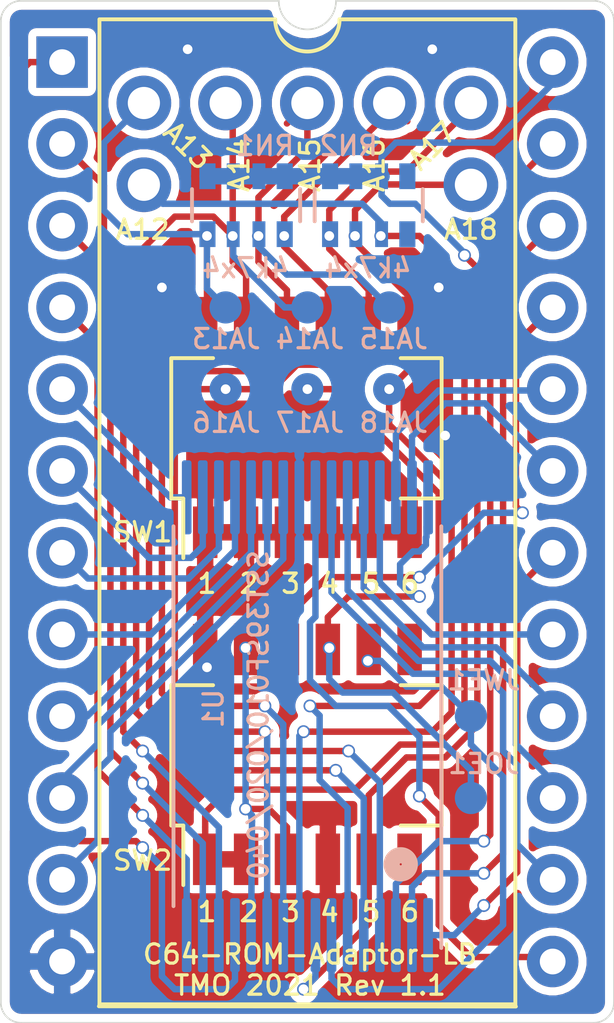
<source format=kicad_pcb>
(kicad_pcb (version 20171130) (host pcbnew "(5.1.5-0-10_14)")

  (general
    (thickness 1.6)
    (drawings 23)
    (tracks 400)
    (zones 0)
    (modules 21)
    (nets 35)
  )

  (page A4)
  (title_block
    (title C64-ROM-Adapter-LB)
    (date 2021-02-27)
    (rev 1.1)
    (company TMO)
    (comment 1 "only Long Board")
  )

  (layers
    (0 F.Cu signal)
    (31 B.Cu signal)
    (32 B.Adhes user)
    (33 F.Adhes user)
    (34 B.Paste user)
    (35 F.Paste user)
    (36 B.SilkS user)
    (37 F.SilkS user)
    (38 B.Mask user)
    (39 F.Mask user)
    (40 Dwgs.User user)
    (41 Cmts.User user)
    (42 Eco1.User user)
    (43 Eco2.User user)
    (44 Edge.Cuts user)
    (45 Margin user)
    (46 B.CrtYd user)
    (47 F.CrtYd user)
    (48 B.Fab user)
    (49 F.Fab user)
  )

  (setup
    (last_trace_width 0.25)
    (user_trace_width 0.2)
    (user_trace_width 0.508)
    (user_trace_width 0.635)
    (user_trace_width 1.27)
    (trace_clearance 0.2)
    (zone_clearance 0.254)
    (zone_45_only no)
    (trace_min 0.2)
    (via_size 0.8)
    (via_drill 0.4)
    (via_min_size 0.4)
    (via_min_drill 0.3)
    (user_via 0.4 0.3)
    (user_via 0.6 0.4)
    (uvia_size 0.3)
    (uvia_drill 0.1)
    (uvias_allowed no)
    (uvia_min_size 0.2)
    (uvia_min_drill 0.1)
    (edge_width 0.05)
    (segment_width 0.2)
    (pcb_text_width 0.3)
    (pcb_text_size 1.5 1.5)
    (mod_edge_width 0.12)
    (mod_text_size 1 1)
    (mod_text_width 0.15)
    (pad_size 1.7 1.7)
    (pad_drill 1)
    (pad_to_mask_clearance 0.051)
    (solder_mask_min_width 0.25)
    (aux_axis_origin 0 0)
    (visible_elements FFFFFF7F)
    (pcbplotparams
      (layerselection 0x010fc_ffffffff)
      (usegerberextensions false)
      (usegerberattributes true)
      (usegerberadvancedattributes false)
      (creategerberjobfile false)
      (excludeedgelayer false)
      (linewidth 0.150000)
      (plotframeref false)
      (viasonmask false)
      (mode 1)
      (useauxorigin false)
      (hpglpennumber 1)
      (hpglpenspeed 20)
      (hpglpendiameter 15.000000)
      (psnegative false)
      (psa4output false)
      (plotreference true)
      (plotvalue true)
      (plotinvisibletext false)
      (padsonsilk true)
      (subtractmaskfromsilk false)
      (outputformat 1)
      (mirror false)
      (drillshape 0)
      (scaleselection 1)
      (outputdirectory "gerber/"))
  )

  (net 0 "")
  (net 1 +5V)
  (net 2 GND)
  (net 3 /A8)
  (net 4 /D2)
  (net 5 /A9)
  (net 6 /D1)
  (net 7 /A12)
  (net 8 /D0)
  (net 9 CS)
  (net 10 /A0)
  (net 11 /A10)
  (net 12 /A1)
  (net 13 /A11)
  (net 14 /A2)
  (net 15 /D7)
  (net 16 /A3)
  (net 17 /D6)
  (net 18 /A4)
  (net 19 /D5)
  (net 20 /A5)
  (net 21 /D4)
  (net 22 /A6)
  (net 23 /D3)
  (net 24 /A7)
  (net 25 /A14)
  (net 26 /A13)
  (net 27 21)
  (net 28 /A15)
  (net 29 /A16)
  (net 30 OE)
  (net 31 WE)
  (net 32 /A17)
  (net 33 /A18)
  (net 34 "Net-(A12-Pad1)")

  (net_class Default "Dies ist die voreingestellte Netzklasse."
    (clearance 0.2)
    (trace_width 0.25)
    (via_dia 0.8)
    (via_drill 0.4)
    (uvia_dia 0.3)
    (uvia_drill 0.1)
    (add_net +5V)
    (add_net /A0)
    (add_net /A1)
    (add_net /A10)
    (add_net /A11)
    (add_net /A12)
    (add_net /A13)
    (add_net /A14)
    (add_net /A15)
    (add_net /A16)
    (add_net /A17)
    (add_net /A18)
    (add_net /A2)
    (add_net /A3)
    (add_net /A4)
    (add_net /A5)
    (add_net /A6)
    (add_net /A7)
    (add_net /A8)
    (add_net /A9)
    (add_net /D0)
    (add_net /D1)
    (add_net /D2)
    (add_net /D3)
    (add_net /D4)
    (add_net /D5)
    (add_net /D6)
    (add_net /D7)
    (add_net 21)
    (add_net CS)
    (add_net GND)
    (add_net "Net-(A12-Pad1)")
    (add_net OE)
    (add_net WE)
  )

  (module footprint:SW_DIP_SPSTx06_DHN_W7.4mm_P1.27mm (layer F.Cu) (tedit 6012E8EC) (tstamp 6013019A)
    (at 123.19 71.755 90)
    (descr "SMD 8x-dip-switch SPST Copal_CHS-08B, Slide, row spacing 7.62 mm (300 mils), body size  (see http://www.nidec-copal-electronics.com/e/catalog/switch/chs.pdf), SMD")
    (tags "SMD DIP Switch SPST Slide 7.62mm 300mil SMD")
    (path /60174427)
    (attr smd)
    (fp_text reference SW2 (at -3.845 -6.39 180) (layer F.SilkS)
      (effects (font (size 0.6 0.6) (thickness 0.1)))
    )
    (fp_text value SW_DIP_x06 (at 0 4 90) (layer F.Fab) hide
      (effects (font (size 1 1) (thickness 0.15)))
    )
    (fp_text user on (at 2.6 -5.4 90) (layer F.Fab)
      (effects (font (size 0.8 0.8) (thickness 0.12)))
    )
    (fp_text user %R (at -0.3 -1.2) (layer F.Fab) hide
      (effects (font (size 0.8 0.8) (thickness 0.12)))
    )
    (fp_line (start 3.8 -5.8) (end -4.9 -5.8) (layer F.CrtYd) (width 0.05))
    (fp_line (start 3.8 3.1) (end 3.8 -5.8) (layer F.CrtYd) (width 0.05))
    (fp_line (start -4.9 3.1) (end 3.8 3.1) (layer F.CrtYd) (width 0.05))
    (fp_line (start -4.9 -5.8) (end -4.9 3.1) (layer F.CrtYd) (width 0.05))
    (fp_line (start 1.6 1.63) (end 1.6 2.9) (layer F.SilkS) (width 0.12))
    (fp_line (start -2.76 1.63) (end -2.76 2.9) (layer F.SilkS) (width 0.12))
    (fp_line (start 1.6 -5.469) (end 1.6 -4.2) (layer F.SilkS) (width 0.12))
    (fp_line (start -2.76 -5.5) (end 1.6 -5.5) (layer F.SilkS) (width 0.12))
    (fp_line (start -2.76 -5.5) (end -2.76 -5.125) (layer F.SilkS) (width 0.12))
    (fp_line (start -4.61 -5.125) (end -2.76 -5.125) (layer F.SilkS) (width 0.12))
    (fp_line (start -2.76 2.9) (end 1.6 2.9) (layer F.SilkS) (width 0.12))
    (fp_line (start -1.1 1.655) (end -1.1 2.155) (layer F.Fab) (width 0.1))
    (fp_line (start -2.1 2.155) (end -1.1 2.155) (layer F.Fab) (width 0.1))
    (fp_line (start -2.1 2.055) (end -1.1 2.055) (layer F.Fab) (width 0.1))
    (fp_line (start -2.1 1.955) (end -1.1 1.955) (layer F.Fab) (width 0.1))
    (fp_line (start -2.1 1.855) (end -1.1 1.855) (layer F.Fab) (width 0.1))
    (fp_line (start -2.1 1.755) (end -1.1 1.755) (layer F.Fab) (width 0.1))
    (fp_line (start 0.9 1.655) (end -2.1 1.655) (layer F.Fab) (width 0.1))
    (fp_line (start 0.9 2.155) (end 0.9 1.655) (layer F.Fab) (width 0.1))
    (fp_line (start -2.1 2.155) (end 0.9 2.155) (layer F.Fab) (width 0.1))
    (fp_line (start -2.1 1.655) (end -2.1 2.155) (layer F.Fab) (width 0.1))
    (fp_line (start -1.1 0.385) (end -1.1 0.885) (layer F.Fab) (width 0.1))
    (fp_line (start -2.1 0.885) (end -1.1 0.885) (layer F.Fab) (width 0.1))
    (fp_line (start -2.1 0.785) (end -1.1 0.785) (layer F.Fab) (width 0.1))
    (fp_line (start -2.1 0.685) (end -1.1 0.685) (layer F.Fab) (width 0.1))
    (fp_line (start -2.1 0.585) (end -1.1 0.585) (layer F.Fab) (width 0.1))
    (fp_line (start -2.1 0.485) (end -1.1 0.485) (layer F.Fab) (width 0.1))
    (fp_line (start 0.9 0.385) (end -2.1 0.385) (layer F.Fab) (width 0.1))
    (fp_line (start 0.9 0.885) (end 0.9 0.385) (layer F.Fab) (width 0.1))
    (fp_line (start -2.1 0.885) (end 0.9 0.885) (layer F.Fab) (width 0.1))
    (fp_line (start -2.1 0.385) (end -2.1 0.885) (layer F.Fab) (width 0.1))
    (fp_line (start -1.1 -0.885) (end -1.1 -0.385) (layer F.Fab) (width 0.1))
    (fp_line (start -2.1 -0.485) (end -1.1 -0.485) (layer F.Fab) (width 0.1))
    (fp_line (start -2.1 -0.585) (end -1.1 -0.585) (layer F.Fab) (width 0.1))
    (fp_line (start -2.1 -0.685) (end -1.1 -0.685) (layer F.Fab) (width 0.1))
    (fp_line (start -2.1 -0.785) (end -1.1 -0.785) (layer F.Fab) (width 0.1))
    (fp_line (start 0.9 -0.885) (end -2.1 -0.885) (layer F.Fab) (width 0.1))
    (fp_line (start 0.9 -0.385) (end 0.9 -0.885) (layer F.Fab) (width 0.1))
    (fp_line (start -2.1 -0.385) (end 0.9 -0.385) (layer F.Fab) (width 0.1))
    (fp_line (start -2.1 -0.885) (end -2.1 -0.385) (layer F.Fab) (width 0.1))
    (fp_line (start -1.1 -2.155) (end -1.1 -1.655) (layer F.Fab) (width 0.1))
    (fp_line (start -2.1 -1.755) (end -1.1 -1.755) (layer F.Fab) (width 0.1))
    (fp_line (start -2.1 -1.855) (end -1.1 -1.855) (layer F.Fab) (width 0.1))
    (fp_line (start -2.1 -1.955) (end -1.1 -1.955) (layer F.Fab) (width 0.1))
    (fp_line (start -2.1 -2.055) (end -1.1 -2.055) (layer F.Fab) (width 0.1))
    (fp_line (start 0.9 -2.155) (end -2.1 -2.155) (layer F.Fab) (width 0.1))
    (fp_line (start 0.9 -1.655) (end 0.9 -2.155) (layer F.Fab) (width 0.1))
    (fp_line (start -2.1 -1.655) (end 0.9 -1.655) (layer F.Fab) (width 0.1))
    (fp_line (start -2.1 -2.155) (end -2.1 -1.655) (layer F.Fab) (width 0.1))
    (fp_line (start -1.1 -3.425) (end -1.1 -2.925) (layer F.Fab) (width 0.1))
    (fp_line (start -2.1 -3.025) (end -1.1 -3.025) (layer F.Fab) (width 0.1))
    (fp_line (start -2.1 -3.125) (end -1.1 -3.125) (layer F.Fab) (width 0.1))
    (fp_line (start -2.1 -3.225) (end -1.1 -3.225) (layer F.Fab) (width 0.1))
    (fp_line (start -2.1 -3.325) (end -1.1 -3.325) (layer F.Fab) (width 0.1))
    (fp_line (start 0.9 -3.425) (end -2.1 -3.425) (layer F.Fab) (width 0.1))
    (fp_line (start 0.9 -2.925) (end 0.9 -3.425) (layer F.Fab) (width 0.1))
    (fp_line (start -2.1 -2.925) (end 0.9 -2.925) (layer F.Fab) (width 0.1))
    (fp_line (start -2.1 -3.425) (end -2.1 -2.925) (layer F.Fab) (width 0.1))
    (fp_line (start -1.1 -4.695) (end -1.1 -4.195) (layer F.Fab) (width 0.1))
    (fp_line (start -2.1 -4.295) (end -1.1 -4.295) (layer F.Fab) (width 0.1))
    (fp_line (start -2.1 -4.395) (end -1.1 -4.395) (layer F.Fab) (width 0.1))
    (fp_line (start -2.1 -4.495) (end -1.1 -4.495) (layer F.Fab) (width 0.1))
    (fp_line (start -2.1 -4.595) (end -1.1 -4.595) (layer F.Fab) (width 0.1))
    (fp_line (start 0.9 -4.695) (end -2.1 -4.695) (layer F.Fab) (width 0.1))
    (fp_line (start 0.9 -4.195) (end 0.9 -4.695) (layer F.Fab) (width 0.1))
    (fp_line (start -2.1 -4.195) (end 0.9 -4.195) (layer F.Fab) (width 0.1))
    (fp_line (start -2.1 -4.695) (end -2.1 -4.195) (layer F.Fab) (width 0.1))
    (fp_line (start -2.7 -4.715) (end -1.7 -5.4) (layer F.Fab) (width 0.1))
    (fp_line (start -2.7 2.8) (end -2.7 -4.715) (layer F.Fab) (width 0.1))
    (fp_line (start 1.6 2.8) (end -2.7 2.8) (layer F.Fab) (width 0.1))
    (fp_line (start 1.6 -5.4) (end 1.6 2.8) (layer F.Fab) (width 0.1))
    (fp_line (start -1.7 -5.4) (end 1.6 -5.4) (layer F.Fab) (width 0.1))
    (pad 12 smd rect (at 2.7 -4.445 90) (size 1.6 0.76) (layers F.Cu F.Paste F.Mask)
      (net 2 GND))
    (pad 11 smd rect (at 2.71 -3.175 90) (size 1.6 0.76) (layers F.Cu F.Paste F.Mask)
      (net 7 /A12))
    (pad 10 smd rect (at 2.71 -1.905 90) (size 1.6 0.76) (layers F.Cu F.Paste F.Mask)
      (net 27 21))
    (pad 6 smd rect (at -3.81 1.905 90) (size 1.6 0.76) (layers F.Cu F.Paste F.Mask))
    (pad 9 smd rect (at 2.71 -0.635 90) (size 1.6 0.76) (layers F.Cu F.Paste F.Mask)
      (net 30 OE))
    (pad 5 smd rect (at -3.81 0.635 90) (size 1.6 0.76) (layers F.Cu F.Paste F.Mask)
      (net 1 +5V))
    (pad 8 smd rect (at 2.71 0.635 90) (size 1.6 0.76) (layers F.Cu F.Paste F.Mask)
      (net 31 WE))
    (pad 4 smd rect (at -3.81 -0.635 90) (size 1.6 0.76) (layers F.Cu F.Paste F.Mask)
      (net 2 GND))
    (pad 7 smd rect (at 2.71 1.905 90) (size 1.6 0.76) (layers F.Cu F.Paste F.Mask))
    (pad 3 smd rect (at -3.81 -1.905 90) (size 1.6 0.76) (layers F.Cu F.Paste F.Mask)
      (net 7 /A12))
    (pad 2 smd rect (at -3.81 -3.175 90) (size 1.6 0.76) (layers F.Cu F.Paste F.Mask)
      (net 34 "Net-(A12-Pad1)"))
    (pad 1 smd rect (at -3.81 -4.445 90) (size 1.6 0.76) (layers F.Cu F.Paste F.Mask)
      (net 34 "Net-(A12-Pad1)"))
    (model ${KISYS3DMOD}/Button_Switch_SMD.3dshapes/SW_DIP_SPSTx08_Slide_Copal_CHS-08B_W7.62mm_P1.27mm.wrl
      (at (xyz 0 0 0))
      (scale (xyz 1 1 1))
      (rotate (xyz 0 0 0))
    )
  )

  (module Resistors_SMD:R_Array_Convex_4x0603 (layer B.Cu) (tedit 58E0A8B2) (tstamp 6010985E)
    (at 120.015 55.245 270)
    (descr "Chip Resistor Network, ROHM MNR14 (see mnr_g.pdf)")
    (tags "resistor array")
    (path /6010698D)
    (attr smd)
    (fp_text reference RN1 (at -1.845 -0.585) (layer B.SilkS)
      (effects (font (size 0.6 0.6) (thickness 0.1)) (justify mirror))
    )
    (fp_text value 4k7x4 (at 1.955 0.015 180) (layer B.SilkS)
      (effects (font (size 0.6 0.6) (thickness 0.1)) (justify mirror))
    )
    (fp_line (start 1.55 -1.85) (end -1.55 -1.85) (layer B.CrtYd) (width 0.05))
    (fp_line (start 1.55 -1.85) (end 1.55 1.85) (layer B.CrtYd) (width 0.05))
    (fp_line (start -1.55 1.85) (end -1.55 -1.85) (layer B.CrtYd) (width 0.05))
    (fp_line (start -1.55 1.85) (end 1.55 1.85) (layer B.CrtYd) (width 0.05))
    (fp_line (start 0.5 1.68) (end -0.5 1.68) (layer B.SilkS) (width 0.12))
    (fp_line (start 0.5 -1.68) (end -0.5 -1.68) (layer B.SilkS) (width 0.12))
    (fp_line (start -0.8 -1.6) (end -0.8 1.6) (layer B.Fab) (width 0.1))
    (fp_line (start 0.8 -1.6) (end -0.8 -1.6) (layer B.Fab) (width 0.1))
    (fp_line (start 0.8 1.6) (end 0.8 -1.6) (layer B.Fab) (width 0.1))
    (fp_line (start -0.8 1.6) (end 0.8 1.6) (layer B.Fab) (width 0.1))
    (fp_text user %R (at 0 0) (layer B.Fab) hide
      (effects (font (size 0.5 0.5) (thickness 0.075)) (justify mirror))
    )
    (pad 5 smd rect (at 0.9 -1.2 270) (size 0.8 0.5) (layers B.Cu B.Paste B.Mask)
      (net 29 /A16))
    (pad 6 smd rect (at 0.9 -0.4 270) (size 0.8 0.4) (layers B.Cu B.Paste B.Mask)
      (net 28 /A15))
    (pad 8 smd rect (at 0.9 1.2 270) (size 0.8 0.5) (layers B.Cu B.Paste B.Mask)
      (net 26 /A13))
    (pad 7 smd rect (at 0.9 0.4 270) (size 0.8 0.4) (layers B.Cu B.Paste B.Mask)
      (net 25 /A14))
    (pad 4 smd rect (at -0.9 -1.2 270) (size 0.8 0.5) (layers B.Cu B.Paste B.Mask)
      (net 1 +5V))
    (pad 2 smd rect (at -0.9 0.4 270) (size 0.8 0.4) (layers B.Cu B.Paste B.Mask)
      (net 1 +5V))
    (pad 3 smd rect (at -0.9 -0.4 270) (size 0.8 0.4) (layers B.Cu B.Paste B.Mask)
      (net 1 +5V))
    (pad 1 smd rect (at -0.9 1.2 270) (size 0.8 0.5) (layers B.Cu B.Paste B.Mask)
      (net 1 +5V))
    (model ${KISYS3DMOD}/Resistors_SMD.3dshapes/R_Array_Convex_4x0603.wrl
      (at (xyz 0 0 0))
      (scale (xyz 1 1 1))
      (rotate (xyz 0 0 0))
    )
  )

  (module footprint:SW_DIP_SPSTx06_DHN_W7.4mm_P1.27mm (layer F.Cu) (tedit 6012E8EC) (tstamp 601305D0)
    (at 123.19 61.595 90)
    (descr "SMD 8x-dip-switch SPST Copal_CHS-08B, Slide, row spacing 7.62 mm (300 mils), body size  (see http://www.nidec-copal-electronics.com/e/catalog/switch/chs.pdf), SMD")
    (tags "SMD DIP Switch SPST Slide 7.62mm 300mil SMD")
    (path /601852BE)
    (attr smd)
    (fp_text reference SW1 (at -3.805 -6.39 180) (layer F.SilkS)
      (effects (font (size 0.6 0.6) (thickness 0.1)))
    )
    (fp_text value SW_DIP_x06 (at 0 4 90) (layer F.Fab) hide
      (effects (font (size 1 1) (thickness 0.15)))
    )
    (fp_line (start -1.7 -5.4) (end 1.6 -5.4) (layer F.Fab) (width 0.1))
    (fp_line (start 1.6 -5.4) (end 1.6 2.8) (layer F.Fab) (width 0.1))
    (fp_line (start 1.6 2.8) (end -2.7 2.8) (layer F.Fab) (width 0.1))
    (fp_line (start -2.7 2.8) (end -2.7 -4.715) (layer F.Fab) (width 0.1))
    (fp_line (start -2.7 -4.715) (end -1.7 -5.4) (layer F.Fab) (width 0.1))
    (fp_line (start -2.1 -4.695) (end -2.1 -4.195) (layer F.Fab) (width 0.1))
    (fp_line (start -2.1 -4.195) (end 0.9 -4.195) (layer F.Fab) (width 0.1))
    (fp_line (start 0.9 -4.195) (end 0.9 -4.695) (layer F.Fab) (width 0.1))
    (fp_line (start 0.9 -4.695) (end -2.1 -4.695) (layer F.Fab) (width 0.1))
    (fp_line (start -2.1 -4.595) (end -1.1 -4.595) (layer F.Fab) (width 0.1))
    (fp_line (start -2.1 -4.495) (end -1.1 -4.495) (layer F.Fab) (width 0.1))
    (fp_line (start -2.1 -4.395) (end -1.1 -4.395) (layer F.Fab) (width 0.1))
    (fp_line (start -2.1 -4.295) (end -1.1 -4.295) (layer F.Fab) (width 0.1))
    (fp_line (start -1.1 -4.695) (end -1.1 -4.195) (layer F.Fab) (width 0.1))
    (fp_line (start -2.1 -3.425) (end -2.1 -2.925) (layer F.Fab) (width 0.1))
    (fp_line (start -2.1 -2.925) (end 0.9 -2.925) (layer F.Fab) (width 0.1))
    (fp_line (start 0.9 -2.925) (end 0.9 -3.425) (layer F.Fab) (width 0.1))
    (fp_line (start 0.9 -3.425) (end -2.1 -3.425) (layer F.Fab) (width 0.1))
    (fp_line (start -2.1 -3.325) (end -1.1 -3.325) (layer F.Fab) (width 0.1))
    (fp_line (start -2.1 -3.225) (end -1.1 -3.225) (layer F.Fab) (width 0.1))
    (fp_line (start -2.1 -3.125) (end -1.1 -3.125) (layer F.Fab) (width 0.1))
    (fp_line (start -2.1 -3.025) (end -1.1 -3.025) (layer F.Fab) (width 0.1))
    (fp_line (start -1.1 -3.425) (end -1.1 -2.925) (layer F.Fab) (width 0.1))
    (fp_line (start -2.1 -2.155) (end -2.1 -1.655) (layer F.Fab) (width 0.1))
    (fp_line (start -2.1 -1.655) (end 0.9 -1.655) (layer F.Fab) (width 0.1))
    (fp_line (start 0.9 -1.655) (end 0.9 -2.155) (layer F.Fab) (width 0.1))
    (fp_line (start 0.9 -2.155) (end -2.1 -2.155) (layer F.Fab) (width 0.1))
    (fp_line (start -2.1 -2.055) (end -1.1 -2.055) (layer F.Fab) (width 0.1))
    (fp_line (start -2.1 -1.955) (end -1.1 -1.955) (layer F.Fab) (width 0.1))
    (fp_line (start -2.1 -1.855) (end -1.1 -1.855) (layer F.Fab) (width 0.1))
    (fp_line (start -2.1 -1.755) (end -1.1 -1.755) (layer F.Fab) (width 0.1))
    (fp_line (start -1.1 -2.155) (end -1.1 -1.655) (layer F.Fab) (width 0.1))
    (fp_line (start -2.1 -0.885) (end -2.1 -0.385) (layer F.Fab) (width 0.1))
    (fp_line (start -2.1 -0.385) (end 0.9 -0.385) (layer F.Fab) (width 0.1))
    (fp_line (start 0.9 -0.385) (end 0.9 -0.885) (layer F.Fab) (width 0.1))
    (fp_line (start 0.9 -0.885) (end -2.1 -0.885) (layer F.Fab) (width 0.1))
    (fp_line (start -2.1 -0.785) (end -1.1 -0.785) (layer F.Fab) (width 0.1))
    (fp_line (start -2.1 -0.685) (end -1.1 -0.685) (layer F.Fab) (width 0.1))
    (fp_line (start -2.1 -0.585) (end -1.1 -0.585) (layer F.Fab) (width 0.1))
    (fp_line (start -2.1 -0.485) (end -1.1 -0.485) (layer F.Fab) (width 0.1))
    (fp_line (start -1.1 -0.885) (end -1.1 -0.385) (layer F.Fab) (width 0.1))
    (fp_line (start -2.1 0.385) (end -2.1 0.885) (layer F.Fab) (width 0.1))
    (fp_line (start -2.1 0.885) (end 0.9 0.885) (layer F.Fab) (width 0.1))
    (fp_line (start 0.9 0.885) (end 0.9 0.385) (layer F.Fab) (width 0.1))
    (fp_line (start 0.9 0.385) (end -2.1 0.385) (layer F.Fab) (width 0.1))
    (fp_line (start -2.1 0.485) (end -1.1 0.485) (layer F.Fab) (width 0.1))
    (fp_line (start -2.1 0.585) (end -1.1 0.585) (layer F.Fab) (width 0.1))
    (fp_line (start -2.1 0.685) (end -1.1 0.685) (layer F.Fab) (width 0.1))
    (fp_line (start -2.1 0.785) (end -1.1 0.785) (layer F.Fab) (width 0.1))
    (fp_line (start -2.1 0.885) (end -1.1 0.885) (layer F.Fab) (width 0.1))
    (fp_line (start -1.1 0.385) (end -1.1 0.885) (layer F.Fab) (width 0.1))
    (fp_line (start -2.1 1.655) (end -2.1 2.155) (layer F.Fab) (width 0.1))
    (fp_line (start -2.1 2.155) (end 0.9 2.155) (layer F.Fab) (width 0.1))
    (fp_line (start 0.9 2.155) (end 0.9 1.655) (layer F.Fab) (width 0.1))
    (fp_line (start 0.9 1.655) (end -2.1 1.655) (layer F.Fab) (width 0.1))
    (fp_line (start -2.1 1.755) (end -1.1 1.755) (layer F.Fab) (width 0.1))
    (fp_line (start -2.1 1.855) (end -1.1 1.855) (layer F.Fab) (width 0.1))
    (fp_line (start -2.1 1.955) (end -1.1 1.955) (layer F.Fab) (width 0.1))
    (fp_line (start -2.1 2.055) (end -1.1 2.055) (layer F.Fab) (width 0.1))
    (fp_line (start -2.1 2.155) (end -1.1 2.155) (layer F.Fab) (width 0.1))
    (fp_line (start -1.1 1.655) (end -1.1 2.155) (layer F.Fab) (width 0.1))
    (fp_line (start -2.76 2.9) (end 1.6 2.9) (layer F.SilkS) (width 0.12))
    (fp_line (start -4.61 -5.125) (end -2.76 -5.125) (layer F.SilkS) (width 0.12))
    (fp_line (start -2.76 -5.5) (end -2.76 -5.125) (layer F.SilkS) (width 0.12))
    (fp_line (start -2.76 -5.5) (end 1.6 -5.5) (layer F.SilkS) (width 0.12))
    (fp_line (start 1.6 -5.469) (end 1.6 -4.2) (layer F.SilkS) (width 0.12))
    (fp_line (start -2.76 1.63) (end -2.76 2.9) (layer F.SilkS) (width 0.12))
    (fp_line (start 1.6 1.63) (end 1.6 2.9) (layer F.SilkS) (width 0.12))
    (fp_line (start -4.9 -5.8) (end -4.9 3.1) (layer F.CrtYd) (width 0.05))
    (fp_line (start -4.9 3.1) (end 3.8 3.1) (layer F.CrtYd) (width 0.05))
    (fp_line (start 3.8 3.1) (end 3.8 -5.8) (layer F.CrtYd) (width 0.05))
    (fp_line (start 3.8 -5.8) (end -4.9 -5.8) (layer F.CrtYd) (width 0.05))
    (fp_text user %R (at -0.3 -1.2) (layer F.Fab) hide
      (effects (font (size 0.8 0.8) (thickness 0.12)))
    )
    (fp_text user on (at 2.6 -5.4 90) (layer F.Fab)
      (effects (font (size 0.8 0.8) (thickness 0.12)))
    )
    (pad 1 smd rect (at -3.81 -4.445 90) (size 1.6 0.76) (layers F.Cu F.Paste F.Mask)
      (net 2 GND))
    (pad 2 smd rect (at -3.81 -3.175 90) (size 1.6 0.76) (layers F.Cu F.Paste F.Mask)
      (net 2 GND))
    (pad 3 smd rect (at -3.81 -1.905 90) (size 1.6 0.76) (layers F.Cu F.Paste F.Mask)
      (net 2 GND))
    (pad 7 smd rect (at 2.71 1.905 90) (size 1.6 0.76) (layers F.Cu F.Paste F.Mask)
      (net 33 /A18))
    (pad 4 smd rect (at -3.81 -0.635 90) (size 1.6 0.76) (layers F.Cu F.Paste F.Mask)
      (net 2 GND))
    (pad 8 smd rect (at 2.71 0.635 90) (size 1.6 0.76) (layers F.Cu F.Paste F.Mask)
      (net 32 /A17))
    (pad 5 smd rect (at -3.81 0.635 90) (size 1.6 0.76) (layers F.Cu F.Paste F.Mask)
      (net 2 GND))
    (pad 9 smd rect (at 2.71 -0.635 90) (size 1.6 0.76) (layers F.Cu F.Paste F.Mask)
      (net 29 /A16))
    (pad 6 smd rect (at -3.81 1.905 90) (size 1.6 0.76) (layers F.Cu F.Paste F.Mask)
      (net 2 GND))
    (pad 10 smd rect (at 2.71 -1.905 90) (size 1.6 0.76) (layers F.Cu F.Paste F.Mask)
      (net 28 /A15))
    (pad 11 smd rect (at 2.71 -3.175 90) (size 1.6 0.76) (layers F.Cu F.Paste F.Mask)
      (net 25 /A14))
    (pad 12 smd rect (at 2.7 -4.445 90) (size 1.6 0.76) (layers F.Cu F.Paste F.Mask)
      (net 26 /A13))
    (model ${KISYS3DMOD}/Button_Switch_SMD.3dshapes/SW_DIP_SPSTx08_Slide_Copal_CHS-08B_W7.62mm_P1.27mm.wrl
      (at (xyz 0 0 0))
      (scale (xyz 1 1 1))
      (rotate (xyz 0 0 0))
    )
  )

  (module footprint:DIP-24_2332_2364_Socket (layer F.Cu) (tedit 601089EC) (tstamp 6013CAF2)
    (at 114.3 50.8)
    (descr "24-lead though-hole mounted DIP package, row spacing 15.24 mm (600 mils), Socket")
    (tags "THT DIP DIL PDIP 2.54mm 15.24mm 600mil Socket")
    (path /60046976)
    (fp_text reference J1 (at 4.1 -0.2) (layer F.SilkS) hide
      (effects (font (size 1 1) (thickness 0.15)))
    )
    (fp_text value 2364_Socket (at 7.62 30.27) (layer F.Fab) hide
      (effects (font (size 1 1) (thickness 0.15)))
    )
    (fp_text user %R (at 7.62 13.97) (layer F.Fab)
      (effects (font (size 1 1) (thickness 0.15)))
    )
    (fp_line (start 16.8 -1.6) (end -1.55 -1.6) (layer F.CrtYd) (width 0.05))
    (fp_line (start 16.8 29.55) (end 16.8 -1.6) (layer F.CrtYd) (width 0.05))
    (fp_line (start -1.55 29.55) (end 16.8 29.55) (layer F.CrtYd) (width 0.05))
    (fp_line (start -1.55 -1.6) (end -1.55 29.55) (layer F.CrtYd) (width 0.05))
    (fp_line (start 1.143 29.33) (end 14.097 29.337) (layer F.SilkS) (width 0.12))
    (fp_line (start 14.08 -1.33) (end 8.62 -1.33) (layer F.SilkS) (width 0.12))
    (fp_line (start 14.08 29.27) (end 14.08 -1.33) (layer F.SilkS) (width 0.12))
    (fp_line (start 1.16 29.27) (end 14.08 29.27) (layer F.SilkS) (width 0.12))
    (fp_line (start 1.16 -1.33) (end 1.16 29.27) (layer F.SilkS) (width 0.12))
    (fp_line (start 6.62 -1.33) (end 1.16 -1.33) (layer F.SilkS) (width 0.12))
    (fp_line (start 16.51 -1.33) (end -1.27 -1.33) (layer F.Fab) (width 0.1))
    (fp_line (start 16.51 29.27) (end 16.51 -1.33) (layer F.Fab) (width 0.1))
    (fp_line (start -1.27 29.27) (end 16.51 29.27) (layer F.Fab) (width 0.1))
    (fp_line (start -1.27 -1.33) (end -1.27 29.27) (layer F.Fab) (width 0.1))
    (fp_line (start 0.255 -0.27) (end 1.255 -1.27) (layer F.Fab) (width 0.1))
    (fp_line (start 0.255 29.21) (end 0.255 -0.27) (layer F.Fab) (width 0.1))
    (fp_line (start 14.985 29.21) (end 0.255 29.21) (layer F.Fab) (width 0.1))
    (fp_line (start 14.985 -1.27) (end 14.985 29.21) (layer F.Fab) (width 0.1))
    (fp_line (start 1.255 -1.27) (end 14.986 -1.27) (layer F.Fab) (width 0.1))
    (fp_arc (start 7.62 -1.33) (end 6.62 -1.33) (angle -180) (layer F.SilkS) (width 0.12))
    (pad 24 thru_hole oval (at 15.24 0) (size 1.6 1.6) (drill 0.8) (layers *.Cu *.Mask)
      (net 1 +5V))
    (pad 12 thru_hole oval (at 0 27.94) (size 1.6 1.6) (drill 0.8) (layers *.Cu *.Mask)
      (net 2 GND))
    (pad 23 thru_hole oval (at 15.24 2.54) (size 1.6 1.6) (drill 0.8) (layers *.Cu *.Mask)
      (net 3 /A8))
    (pad 11 thru_hole oval (at 0 25.4) (size 1.6 1.6) (drill 0.8) (layers *.Cu *.Mask)
      (net 4 /D2))
    (pad 22 thru_hole oval (at 15.24 5.08) (size 1.6 1.6) (drill 0.8) (layers *.Cu *.Mask)
      (net 5 /A9))
    (pad 10 thru_hole oval (at 0 22.86) (size 1.6 1.6) (drill 0.8) (layers *.Cu *.Mask)
      (net 6 /D1))
    (pad 21 thru_hole oval (at 15.24 7.62) (size 1.6 1.6) (drill 0.8) (layers *.Cu *.Mask)
      (net 27 21))
    (pad 9 thru_hole oval (at 0 20.32) (size 1.6 1.6) (drill 0.8) (layers *.Cu *.Mask)
      (net 8 /D0))
    (pad 20 thru_hole oval (at 15.24 10.16) (size 1.6 1.6) (drill 0.8) (layers *.Cu *.Mask)
      (net 9 CS))
    (pad 8 thru_hole oval (at 0 17.78) (size 1.6 1.6) (drill 0.8) (layers *.Cu *.Mask)
      (net 10 /A0))
    (pad 19 thru_hole oval (at 15.24 12.7) (size 1.6 1.6) (drill 0.8) (layers *.Cu *.Mask)
      (net 11 /A10))
    (pad 7 thru_hole oval (at 0 15.24) (size 1.6 1.6) (drill 0.8) (layers *.Cu *.Mask)
      (net 12 /A1))
    (pad 18 thru_hole oval (at 15.24 15.24) (size 1.6 1.6) (drill 0.8) (layers *.Cu *.Mask)
      (net 13 /A11))
    (pad 6 thru_hole oval (at 0 12.7) (size 1.6 1.6) (drill 0.8) (layers *.Cu *.Mask)
      (net 14 /A2))
    (pad 17 thru_hole oval (at 15.24 17.78) (size 1.6 1.6) (drill 0.8) (layers *.Cu *.Mask)
      (net 15 /D7))
    (pad 5 thru_hole oval (at 0 10.16) (size 1.6 1.6) (drill 0.8) (layers *.Cu *.Mask)
      (net 16 /A3))
    (pad 16 thru_hole oval (at 15.24 20.32) (size 1.6 1.6) (drill 0.8) (layers *.Cu *.Mask)
      (net 17 /D6))
    (pad 4 thru_hole oval (at 0 7.62) (size 1.6 1.6) (drill 0.8) (layers *.Cu *.Mask)
      (net 18 /A4))
    (pad 15 thru_hole oval (at 15.24 22.86) (size 1.6 1.6) (drill 0.8) (layers *.Cu *.Mask)
      (net 19 /D5))
    (pad 3 thru_hole oval (at 0 5.08) (size 1.6 1.6) (drill 0.8) (layers *.Cu *.Mask)
      (net 20 /A5))
    (pad 14 thru_hole oval (at 15.24 25.4) (size 1.6 1.6) (drill 0.8) (layers *.Cu *.Mask)
      (net 21 /D4))
    (pad 2 thru_hole oval (at 0 2.54) (size 1.6 1.6) (drill 0.8) (layers *.Cu *.Mask)
      (net 22 /A6))
    (pad 13 thru_hole oval (at 15.24 27.94) (size 1.6 1.6) (drill 0.8) (layers *.Cu *.Mask)
      (net 23 /D3))
    (pad 1 thru_hole rect (at 0 0) (size 1.6 1.6) (drill 0.8) (layers *.Cu *.Mask)
      (net 24 /A7))
    (model ${KISYS3DMOD}/Housings_DIP.3dshapes/DIP-24_W15.24mm_Socket.wrl
      (at (xyz 0 0 0))
      (scale (xyz 1 1 1))
      (rotate (xyz 0 0 0))
    )
  )

  (module footprint:TSOP-I-32_11.8x8mm_P0.5mm_hand_soldering (layer B.Cu) (tedit 6008894D) (tstamp 6008B1E2)
    (at 121.92 71.12 90)
    (descr "TSOP-I, 32 Pin (http://www.issi.com/WW/pdf/61-64C5128AL.pdf), generated with kicad-footprint-generator ipc_gullwing_generator.py")
    (tags "TSOP-I SO")
    (path /60049855)
    (attr smd)
    (fp_text reference U1 (at 0.239 -2.92 270) (layer B.SilkS)
      (effects (font (size 0.6 0.6) (thickness 0.1)) (justify mirror))
    )
    (fp_text value SST39SF010/020/040 (at 0.039 -1.52 270) (layer B.SilkS)
      (effects (font (size 0.6 0.6) (thickness 0.1)) (justify mirror))
    )
    (fp_line (start 0 -4.16) (end 5.9 -4.16) (layer B.SilkS) (width 0.12))
    (fp_line (start 0 -4.16) (end -5.9 -4.16) (layer B.SilkS) (width 0.12))
    (fp_line (start 0 4.16) (end 5.9 4.16) (layer B.SilkS) (width 0.12))
    (fp_line (start 0 4.16) (end -7.2 4.16) (layer B.SilkS) (width 0.12))
    (fp_line (start -4.9 4) (end 5.9 4) (layer B.Fab) (width 0.1))
    (fp_line (start 5.9 4) (end 5.9 -4) (layer B.Fab) (width 0.1))
    (fp_line (start 5.9 -4) (end -5.9 -4) (layer B.Fab) (width 0.1))
    (fp_line (start -5.9 -4) (end -5.9 3) (layer B.Fab) (width 0.1))
    (fp_line (start -5.9 3) (end -4.9 4) (layer B.Fab) (width 0.1))
    (fp_line (start -8.3 4.25) (end -8.3 -4.25) (layer B.CrtYd) (width 0.05))
    (fp_line (start -8.3 -4.25) (end 8.3 -4.25) (layer B.CrtYd) (width 0.05))
    (fp_line (start 8.3 -4.25) (end 8.3 4.25) (layer B.CrtYd) (width 0.05))
    (fp_line (start 8.3 4.25) (end -8.3 4.25) (layer B.CrtYd) (width 0.05))
    (fp_text user %R (at 0 0 90) (layer B.Fab) hide
      (effects (font (size 1 1) (thickness 0.15)) (justify mirror))
    )
    (fp_circle (center -4.6 2.9) (end -4.4 2.7) (layer B.SilkS) (width 0.5))
    (pad 1 smd roundrect (at -6.8 3.75 90) (size 2.3 0.3) (layers B.Cu B.Paste B.Mask) (roundrect_rratio 0.25)
      (net 13 /A11))
    (pad 2 smd roundrect (at -6.8 3.25 90) (size 2.3 0.3) (layers B.Cu B.Paste B.Mask) (roundrect_rratio 0.25)
      (net 5 /A9))
    (pad 3 smd roundrect (at -6.8 2.75 90) (size 2.3 0.3) (layers B.Cu B.Paste B.Mask) (roundrect_rratio 0.25)
      (net 3 /A8))
    (pad 4 smd roundrect (at -6.8 2.25 90) (size 2.3 0.3) (layers B.Cu B.Paste B.Mask) (roundrect_rratio 0.25)
      (net 26 /A13))
    (pad 5 smd roundrect (at -6.8 1.75 90) (size 2.3 0.3) (layers B.Cu B.Paste B.Mask) (roundrect_rratio 0.25)
      (net 25 /A14))
    (pad 6 smd roundrect (at -6.8 1.25 90) (size 2.3 0.3) (layers B.Cu B.Paste B.Mask) (roundrect_rratio 0.25)
      (net 32 /A17))
    (pad 7 smd roundrect (at -6.8 0.75 90) (size 2.3 0.3) (layers B.Cu B.Paste B.Mask) (roundrect_rratio 0.25)
      (net 31 WE))
    (pad 8 smd roundrect (at -6.8 0.25 90) (size 2.3 0.3) (layers B.Cu B.Paste B.Mask) (roundrect_rratio 0.25)
      (net 1 +5V))
    (pad 9 smd roundrect (at -6.8 -0.25 90) (size 2.3 0.3) (layers B.Cu B.Paste B.Mask) (roundrect_rratio 0.25)
      (net 33 /A18))
    (pad 10 smd roundrect (at -6.8 -0.75 90) (size 2.3 0.3) (layers B.Cu B.Paste B.Mask) (roundrect_rratio 0.25)
      (net 29 /A16))
    (pad 11 smd roundrect (at -6.8 -1.25 90) (size 2.3 0.3) (layers B.Cu B.Paste B.Mask) (roundrect_rratio 0.25)
      (net 28 /A15))
    (pad 12 smd roundrect (at -6.8 -1.75 90) (size 2.3 0.3) (layers B.Cu B.Paste B.Mask) (roundrect_rratio 0.25)
      (net 7 /A12))
    (pad 13 smd roundrect (at -6.8 -2.25 90) (size 2.3 0.3) (layers B.Cu B.Paste B.Mask) (roundrect_rratio 0.25)
      (net 24 /A7))
    (pad 14 smd roundrect (at -6.8 -2.75 90) (size 2.3 0.3) (layers B.Cu B.Paste B.Mask) (roundrect_rratio 0.25)
      (net 22 /A6))
    (pad 15 smd roundrect (at -6.8 -3.25 90) (size 2.3 0.3) (layers B.Cu B.Paste B.Mask) (roundrect_rratio 0.25)
      (net 20 /A5))
    (pad 16 smd roundrect (at -6.8 -3.75 90) (size 2.3 0.3) (layers B.Cu B.Paste B.Mask) (roundrect_rratio 0.25)
      (net 18 /A4))
    (pad 17 smd roundrect (at 6.8 -3.75 90) (size 2.3 0.3) (layers B.Cu B.Paste B.Mask) (roundrect_rratio 0.25)
      (net 16 /A3))
    (pad 18 smd roundrect (at 6.8 -3.25 90) (size 2.3 0.3) (layers B.Cu B.Paste B.Mask) (roundrect_rratio 0.25)
      (net 14 /A2))
    (pad 19 smd roundrect (at 6.8 -2.75 90) (size 2.3 0.3) (layers B.Cu B.Paste B.Mask) (roundrect_rratio 0.25)
      (net 12 /A1))
    (pad 20 smd roundrect (at 6.8 -2.25 90) (size 2.3 0.3) (layers B.Cu B.Paste B.Mask) (roundrect_rratio 0.25)
      (net 10 /A0))
    (pad 21 smd roundrect (at 6.8 -1.75 90) (size 2.3 0.3) (layers B.Cu B.Paste B.Mask) (roundrect_rratio 0.25)
      (net 8 /D0))
    (pad 22 smd roundrect (at 6.8 -1.25 90) (size 2.3 0.3) (layers B.Cu B.Paste B.Mask) (roundrect_rratio 0.25)
      (net 6 /D1))
    (pad 23 smd roundrect (at 6.8 -0.75 90) (size 2.3 0.3) (layers B.Cu B.Paste B.Mask) (roundrect_rratio 0.25)
      (net 4 /D2))
    (pad 24 smd roundrect (at 6.8 -0.25 90) (size 2.3 0.3) (layers B.Cu B.Paste B.Mask) (roundrect_rratio 0.25)
      (net 2 GND))
    (pad 25 smd roundrect (at 6.8 0.25 90) (size 2.3 0.3) (layers B.Cu B.Paste B.Mask) (roundrect_rratio 0.25)
      (net 23 /D3))
    (pad 26 smd roundrect (at 6.8 0.75 90) (size 2.3 0.3) (layers B.Cu B.Paste B.Mask) (roundrect_rratio 0.25)
      (net 21 /D4))
    (pad 27 smd roundrect (at 6.8 1.25 90) (size 2.3 0.3) (layers B.Cu B.Paste B.Mask) (roundrect_rratio 0.25)
      (net 19 /D5))
    (pad 28 smd roundrect (at 6.8 1.75 90) (size 2.3 0.3) (layers B.Cu B.Paste B.Mask) (roundrect_rratio 0.25)
      (net 17 /D6))
    (pad 29 smd roundrect (at 6.8 2.25 90) (size 2.3 0.3) (layers B.Cu B.Paste B.Mask) (roundrect_rratio 0.25)
      (net 15 /D7))
    (pad 30 smd roundrect (at 6.8 2.75 90) (size 2.3 0.3) (layers B.Cu B.Paste B.Mask) (roundrect_rratio 0.25)
      (net 9 CS))
    (pad 31 smd roundrect (at 6.8 3.25 90) (size 2.3 0.3) (layers B.Cu B.Paste B.Mask) (roundrect_rratio 0.25)
      (net 11 /A10))
    (pad 32 smd roundrect (at 6.8 3.75 90) (size 2.3 0.3) (layers B.Cu B.Paste B.Mask) (roundrect_rratio 0.25)
      (net 30 OE))
    (model ${KISYS3DMOD}/Package_SO.3dshapes/TSOP-I-32_11.8x8mm_P0.5mm.wrl
      (at (xyz 0 0 0))
      (scale (xyz 1 1 1))
      (rotate (xyz 0 0 0))
    )
  )

  (module Measurement_Points:Measurement_Point_Round-SMD-Pad_Small (layer B.Cu) (tedit 60107419) (tstamp 6010981D)
    (at 119.38 58.42)
    (descr "Mesurement Point, Round, SMD Pad, DM 1.5mm,")
    (tags "Mesurement Point Round SMD Pad 1.5mm")
    (path /6015CB7A)
    (attr virtual)
    (fp_text reference JA13 (at 0.02 0.98 180) (layer B.SilkS)
      (effects (font (size 0.6 0.6) (thickness 0.1)) (justify mirror))
    )
    (fp_text value Conn_01x01_Female (at 0 -2) (layer B.Fab) hide
      (effects (font (size 1 1) (thickness 0.15)) (justify mirror))
    )
    (fp_circle (center 0 0) (end 1 0) (layer B.CrtYd) (width 0.05))
    (pad 1 smd circle (at 0 0) (size 1 1) (layers B.Cu B.Mask)
      (net 26 /A13))
  )

  (module Measurement_Points:Measurement_Point_Round-SMD-Pad_Small (layer B.Cu) (tedit 60107411) (tstamp 60109823)
    (at 121.92 58.42)
    (descr "Mesurement Point, Round, SMD Pad, DM 1.5mm,")
    (tags "Mesurement Point Round SMD Pad 1.5mm")
    (path /6015C895)
    (attr virtual)
    (fp_text reference JA14 (at 0.08 0.98 180) (layer B.SilkS)
      (effects (font (size 0.6 0.6) (thickness 0.1)) (justify mirror))
    )
    (fp_text value Conn_01x01_Female (at 0 -2) (layer B.Fab) hide
      (effects (font (size 1 1) (thickness 0.15)) (justify mirror))
    )
    (fp_circle (center 0 0) (end 1 0) (layer B.CrtYd) (width 0.05))
    (pad 1 smd circle (at 0 0) (size 1 1) (layers B.Cu B.Mask)
      (net 25 /A14))
  )

  (module Measurement_Points:Measurement_Point_Round-SMD-Pad_Small (layer B.Cu) (tedit 60107449) (tstamp 60109829)
    (at 124.46 58.42)
    (descr "Mesurement Point, Round, SMD Pad, DM 1.5mm,")
    (tags "Mesurement Point Round SMD Pad 1.5mm")
    (path /6015C508)
    (attr virtual)
    (fp_text reference JA15 (at 0.14 0.98 180) (layer B.SilkS)
      (effects (font (size 0.6 0.6) (thickness 0.1)) (justify mirror))
    )
    (fp_text value Conn_01x01_Female (at 0 -2) (layer B.Fab) hide
      (effects (font (size 1 1) (thickness 0.15)) (justify mirror))
    )
    (fp_circle (center 0 0) (end 1 0) (layer B.CrtYd) (width 0.05))
    (pad 1 smd circle (at 0 0) (size 1 1) (layers B.Cu B.Mask)
      (net 28 /A15))
  )

  (module Measurement_Points:Measurement_Point_Round-SMD-Pad_Small (layer B.Cu) (tedit 60107514) (tstamp 6010982F)
    (at 119.38 60.96)
    (descr "Mesurement Point, Round, SMD Pad, DM 1.5mm,")
    (tags "Mesurement Point Round SMD Pad 1.5mm")
    (path /6015C20E)
    (attr virtual)
    (fp_text reference JA16 (at 0.02 1.04 180) (layer B.SilkS)
      (effects (font (size 0.6 0.6) (thickness 0.1)) (justify mirror))
    )
    (fp_text value Conn_01x01_Female (at 0 -2) (layer B.Fab) hide
      (effects (font (size 1 1) (thickness 0.15)) (justify mirror))
    )
    (fp_circle (center 0 0) (end 1 0) (layer B.CrtYd) (width 0.05))
    (pad 1 smd circle (at 0 0) (size 1 1) (layers B.Cu B.Mask)
      (net 29 /A16))
  )

  (module Measurement_Points:Measurement_Point_Round-SMD-Pad_Small (layer B.Cu) (tedit 601074D9) (tstamp 60109835)
    (at 121.92 60.96)
    (descr "Mesurement Point, Round, SMD Pad, DM 1.5mm,")
    (tags "Mesurement Point Round SMD Pad 1.5mm")
    (path /6015B6CB)
    (attr virtual)
    (fp_text reference JA17 (at 0.08 1.04 180) (layer B.SilkS)
      (effects (font (size 0.6 0.6) (thickness 0.1)) (justify mirror))
    )
    (fp_text value Conn_01x01_Female (at 0 -2) (layer B.Fab) hide
      (effects (font (size 1 1) (thickness 0.15)) (justify mirror))
    )
    (fp_circle (center 0 0) (end 1 0) (layer B.CrtYd) (width 0.05))
    (pad 1 smd circle (at 0 0) (size 1 1) (layers B.Cu B.Mask)
      (net 32 /A17))
  )

  (module Measurement_Points:Measurement_Point_Round-SMD-Pad_Small (layer B.Cu) (tedit 6010750F) (tstamp 6010983B)
    (at 124.46 60.96)
    (descr "Mesurement Point, Round, SMD Pad, DM 1.5mm,")
    (tags "Mesurement Point Round SMD Pad 1.5mm")
    (path /6015AC16)
    (attr virtual)
    (fp_text reference JA18 (at 0.14 1.04 180) (layer B.SilkS)
      (effects (font (size 0.6 0.6) (thickness 0.1)) (justify mirror))
    )
    (fp_text value Conn_01x01_Female (at 0 -2) (layer B.Fab) hide
      (effects (font (size 1 1) (thickness 0.15)) (justify mirror))
    )
    (fp_circle (center 0 0) (end 1 0) (layer B.CrtYd) (width 0.05))
    (pad 1 smd circle (at 0 0) (size 1 1) (layers B.Cu B.Mask)
      (net 33 /A18))
  )

  (module Measurement_Points:Measurement_Point_Round-SMD-Pad_Small (layer B.Cu) (tedit 60107457) (tstamp 60109841)
    (at 127 73.66)
    (descr "Mesurement Point, Round, SMD Pad, DM 1.5mm,")
    (tags "Mesurement Point Round SMD Pad 1.5mm")
    (path /601788AB)
    (attr virtual)
    (fp_text reference JOE1 (at 0.4 -1.06 180) (layer B.SilkS)
      (effects (font (size 0.6 0.6) (thickness 0.1)) (justify mirror))
    )
    (fp_text value Conn_01x01_Female (at 0 -2) (layer B.Fab) hide
      (effects (font (size 1 1) (thickness 0.15)) (justify mirror))
    )
    (fp_circle (center 0 0) (end 1 0) (layer B.CrtYd) (width 0.05))
    (pad 1 smd circle (at 0 0) (size 1 1) (layers B.Cu B.Mask)
      (net 30 OE))
  )

  (module Measurement_Points:Measurement_Point_Round-SMD-Pad_Small (layer B.Cu) (tedit 6010751C) (tstamp 60109847)
    (at 127 71.12)
    (descr "Mesurement Point, Round, SMD Pad, DM 1.5mm,")
    (tags "Mesurement Point Round SMD Pad 1.5mm")
    (path /60179070)
    (attr virtual)
    (fp_text reference JWE1 (at 0.4 -1.12 180) (layer B.SilkS)
      (effects (font (size 0.6 0.6) (thickness 0.1)) (justify mirror))
    )
    (fp_text value Conn_01x01_Female (at 0 -2) (layer B.Fab) hide
      (effects (font (size 1 1) (thickness 0.15)) (justify mirror))
    )
    (fp_circle (center 0 0) (end 1 0) (layer B.CrtYd) (width 0.05))
    (pad 1 smd circle (at 0 0) (size 1 1) (layers B.Cu B.Mask)
      (net 31 WE))
  )

  (module Resistors_SMD:R_Array_Convex_4x0603 (layer B.Cu) (tedit 58E0A8B2) (tstamp 601300E6)
    (at 123.825 55.245 270)
    (descr "Chip Resistor Network, ROHM MNR14 (see mnr_g.pdf)")
    (tags "resistor array")
    (path /60132013)
    (attr smd)
    (fp_text reference RN2 (at -1.845 0.625) (layer B.SilkS)
      (effects (font (size 0.6 0.6) (thickness 0.1)) (justify mirror))
    )
    (fp_text value 4k7x4 (at 1.955 0.025) (layer B.SilkS)
      (effects (font (size 0.6 0.6) (thickness 0.1)) (justify mirror))
    )
    (fp_line (start 1.55 -1.85) (end -1.55 -1.85) (layer B.CrtYd) (width 0.05))
    (fp_line (start 1.55 -1.85) (end 1.55 1.85) (layer B.CrtYd) (width 0.05))
    (fp_line (start -1.55 1.85) (end -1.55 -1.85) (layer B.CrtYd) (width 0.05))
    (fp_line (start -1.55 1.85) (end 1.55 1.85) (layer B.CrtYd) (width 0.05))
    (fp_line (start 0.5 1.68) (end -0.5 1.68) (layer B.SilkS) (width 0.12))
    (fp_line (start 0.5 -1.68) (end -0.5 -1.68) (layer B.SilkS) (width 0.12))
    (fp_line (start -0.8 -1.6) (end -0.8 1.6) (layer B.Fab) (width 0.1))
    (fp_line (start 0.8 -1.6) (end -0.8 -1.6) (layer B.Fab) (width 0.1))
    (fp_line (start 0.8 1.6) (end 0.8 -1.6) (layer B.Fab) (width 0.1))
    (fp_line (start -0.8 1.6) (end 0.8 1.6) (layer B.Fab) (width 0.1))
    (fp_text user %R (at 0 0) (layer B.Fab) hide
      (effects (font (size 0.5 0.5) (thickness 0.075)) (justify mirror))
    )
    (pad 5 smd rect (at 0.9 -1.2 270) (size 0.8 0.5) (layers B.Cu B.Paste B.Mask))
    (pad 6 smd rect (at 0.9 -0.4 270) (size 0.8 0.4) (layers B.Cu B.Paste B.Mask)
      (net 34 "Net-(A12-Pad1)"))
    (pad 8 smd rect (at 0.9 1.2 270) (size 0.8 0.5) (layers B.Cu B.Paste B.Mask)
      (net 32 /A17))
    (pad 7 smd rect (at 0.9 0.4 270) (size 0.8 0.4) (layers B.Cu B.Paste B.Mask)
      (net 33 /A18))
    (pad 4 smd rect (at -0.9 -1.2 270) (size 0.8 0.5) (layers B.Cu B.Paste B.Mask))
    (pad 2 smd rect (at -0.9 0.4 270) (size 0.8 0.4) (layers B.Cu B.Paste B.Mask)
      (net 1 +5V))
    (pad 3 smd rect (at -0.9 -0.4 270) (size 0.8 0.4) (layers B.Cu B.Paste B.Mask)
      (net 1 +5V))
    (pad 1 smd rect (at -0.9 1.2 270) (size 0.8 0.5) (layers B.Cu B.Paste B.Mask)
      (net 1 +5V))
    (model ${KISYS3DMOD}/Resistors_SMD.3dshapes/R_Array_Convex_4x0603.wrl
      (at (xyz 0 0 0))
      (scale (xyz 1 1 1))
      (rotate (xyz 0 0 0))
    )
  )

  (module footprint:Pin_Header_Straight_1x01_Pitch2.54mm_TMO (layer F.Cu) (tedit 601308C2) (tstamp 60130A68)
    (at 116.84 54.61)
    (descr "Through hole straight pin header, 1x01, 2.54mm pitch, single row")
    (tags "Through hole pin header THT 1x01 2.54mm single row")
    (path /603D29F6)
    (fp_text reference A12 (at -0.04 1.39) (layer F.SilkS)
      (effects (font (size 0.6 0.6) (thickness 0.1)))
    )
    (fp_text value Conn_01x01_Female (at 0 2.5) (layer F.Fab) hide
      (effects (font (size 1 1) (thickness 0.15)))
    )
    (fp_text user %R (at 0 0 90) (layer F.Fab) hide
      (effects (font (size 1 1) (thickness 0.15)))
    )
    (pad 1 thru_hole circle (at 0 0) (size 1.7 1.7) (drill 1) (layers *.Cu *.Mask)
      (net 34 "Net-(A12-Pad1)"))
    (model ${KISYS3DMOD}/Pin_Headers.3dshapes/Pin_Header_Straight_1x01_Pitch2.54mm.wrl
      (at (xyz 0 0 0))
      (scale (xyz 1 1 1))
      (rotate (xyz 0 0 0))
    )
  )

  (module footprint:Pin_Header_Straight_1x01_Pitch2.54mm_TMO (layer F.Cu) (tedit 601308C2) (tstamp 6013BCE5)
    (at 116.84 52.07)
    (descr "Through hole straight pin header, 1x01, 2.54mm pitch, single row")
    (tags "Through hole pin header THT 1x01 2.54mm single row")
    (path /603AD8A8)
    (fp_text reference A13 (at 1.36 1.33 315) (layer F.SilkS)
      (effects (font (size 0.6 0.6) (thickness 0.1)))
    )
    (fp_text value Conn_01x01_Female (at 0 2.5) (layer F.Fab) hide
      (effects (font (size 1 1) (thickness 0.15)))
    )
    (fp_text user %R (at 0 0 90) (layer F.Fab) hide
      (effects (font (size 1 1) (thickness 0.15)))
    )
    (pad 1 thru_hole circle (at 0 0) (size 1.7 1.7) (drill 1) (layers *.Cu *.Mask)
      (net 26 /A13))
    (model ${KISYS3DMOD}/Pin_Headers.3dshapes/Pin_Header_Straight_1x01_Pitch2.54mm.wrl
      (at (xyz 0 0 0))
      (scale (xyz 1 1 1))
      (rotate (xyz 0 0 0))
    )
  )

  (module footprint:Pin_Header_Straight_1x01_Pitch2.54mm_TMO (layer F.Cu) (tedit 601308C2) (tstamp 60130A72)
    (at 119.38 52.07)
    (descr "Through hole straight pin header, 1x01, 2.54mm pitch, single row")
    (tags "Through hole pin header THT 1x01 2.54mm single row")
    (path /603AD8B2)
    (fp_text reference A14 (at 0.42 1.93 90) (layer F.SilkS)
      (effects (font (size 0.6 0.6) (thickness 0.1)))
    )
    (fp_text value Conn_01x01_Female (at 0 2.5) (layer F.Fab) hide
      (effects (font (size 1 1) (thickness 0.15)))
    )
    (fp_text user %R (at 0 0 90) (layer F.Fab) hide
      (effects (font (size 1 1) (thickness 0.15)))
    )
    (pad 1 thru_hole circle (at 0 0) (size 1.7 1.7) (drill 1) (layers *.Cu *.Mask)
      (net 25 /A14))
    (model ${KISYS3DMOD}/Pin_Headers.3dshapes/Pin_Header_Straight_1x01_Pitch2.54mm.wrl
      (at (xyz 0 0 0))
      (scale (xyz 1 1 1))
      (rotate (xyz 0 0 0))
    )
  )

  (module footprint:Pin_Header_Straight_1x01_Pitch2.54mm_TMO (layer F.Cu) (tedit 601308C2) (tstamp 60130A77)
    (at 121.92 52.07)
    (descr "Through hole straight pin header, 1x01, 2.54mm pitch, single row")
    (tags "Through hole pin header THT 1x01 2.54mm single row")
    (path /603AD8BC)
    (fp_text reference A15 (at 0.08 1.93 90) (layer F.SilkS)
      (effects (font (size 0.6 0.6) (thickness 0.1)))
    )
    (fp_text value Conn_01x01_Female (at 0 2.5) (layer F.Fab) hide
      (effects (font (size 1 1) (thickness 0.15)))
    )
    (fp_text user %R (at 0 0 90) (layer F.Fab) hide
      (effects (font (size 1 1) (thickness 0.15)))
    )
    (pad 1 thru_hole circle (at 0 0) (size 1.7 1.7) (drill 1) (layers *.Cu *.Mask)
      (net 28 /A15))
    (model ${KISYS3DMOD}/Pin_Headers.3dshapes/Pin_Header_Straight_1x01_Pitch2.54mm.wrl
      (at (xyz 0 0 0))
      (scale (xyz 1 1 1))
      (rotate (xyz 0 0 0))
    )
  )

  (module footprint:Pin_Header_Straight_1x01_Pitch2.54mm_TMO (layer F.Cu) (tedit 601308C2) (tstamp 60130A7C)
    (at 124.46 52.07)
    (descr "Through hole straight pin header, 1x01, 2.54mm pitch, single row")
    (tags "Through hole pin header THT 1x01 2.54mm single row")
    (path /603AD8C6)
    (fp_text reference A16 (at -0.46 1.93 90) (layer F.SilkS)
      (effects (font (size 0.6 0.6) (thickness 0.1)))
    )
    (fp_text value Conn_01x01_Female (at 0 2.5) (layer F.Fab) hide
      (effects (font (size 1 1) (thickness 0.15)))
    )
    (fp_text user %R (at 0 0 90) (layer F.Fab) hide
      (effects (font (size 1 1) (thickness 0.15)))
    )
    (pad 1 thru_hole circle (at 0 0) (size 1.7 1.7) (drill 1) (layers *.Cu *.Mask)
      (net 29 /A16))
    (model ${KISYS3DMOD}/Pin_Headers.3dshapes/Pin_Header_Straight_1x01_Pitch2.54mm.wrl
      (at (xyz 0 0 0))
      (scale (xyz 1 1 1))
      (rotate (xyz 0 0 0))
    )
  )

  (module footprint:Pin_Header_Straight_1x01_Pitch2.54mm_TMO (layer F.Cu) (tedit 601308C2) (tstamp 60130A81)
    (at 127 52.07)
    (descr "Through hole straight pin header, 1x01, 2.54mm pitch, single row")
    (tags "Through hole pin header THT 1x01 2.54mm single row")
    (path /603AD8D0)
    (fp_text reference A17 (at -1.2 1.33 45) (layer F.SilkS)
      (effects (font (size 0.6 0.6) (thickness 0.1)))
    )
    (fp_text value Conn_01x01_Female (at 0 2.5) (layer F.Fab) hide
      (effects (font (size 1 1) (thickness 0.15)))
    )
    (fp_text user %R (at 0 0 90) (layer F.Fab) hide
      (effects (font (size 1 1) (thickness 0.15)))
    )
    (pad 1 thru_hole circle (at 0 0) (size 1.7 1.7) (drill 1) (layers *.Cu *.Mask)
      (net 32 /A17))
    (model ${KISYS3DMOD}/Pin_Headers.3dshapes/Pin_Header_Straight_1x01_Pitch2.54mm.wrl
      (at (xyz 0 0 0))
      (scale (xyz 1 1 1))
      (rotate (xyz 0 0 0))
    )
  )

  (module footprint:Pin_Header_Straight_1x01_Pitch2.54mm_TMO (layer F.Cu) (tedit 601308C2) (tstamp 60130A86)
    (at 127 54.61)
    (descr "Through hole straight pin header, 1x01, 2.54mm pitch, single row")
    (tags "Through hole pin header THT 1x01 2.54mm single row")
    (path /603AD8DA)
    (fp_text reference A18 (at 0 1.39) (layer F.SilkS)
      (effects (font (size 0.6 0.6) (thickness 0.1)))
    )
    (fp_text value Conn_01x01_Female (at 0 2.5) (layer F.Fab) hide
      (effects (font (size 1 1) (thickness 0.15)))
    )
    (fp_text user %R (at 0 0 90) (layer F.Fab) hide
      (effects (font (size 1 1) (thickness 0.15)))
    )
    (pad 1 thru_hole circle (at 0 0) (size 1.7 1.7) (drill 1) (layers *.Cu *.Mask)
      (net 33 /A18))
    (model ${KISYS3DMOD}/Pin_Headers.3dshapes/Pin_Header_Straight_1x01_Pitch2.54mm.wrl
      (at (xyz 0 0 0))
      (scale (xyz 1 1 1))
      (rotate (xyz 0 0 0))
    )
  )

  (gr_text 1 (at 118.8 67) (layer F.SilkS)
    (effects (font (size 0.6 0.6) (thickness 0.1)))
  )
  (gr_text 5 (at 123.9 77.2) (layer F.SilkS) (tstamp 6013CC51)
    (effects (font (size 0.6 0.6) (thickness 0.1)))
  )
  (gr_text 6 (at 125.1 77.2) (layer F.SilkS) (tstamp 6013CC50)
    (effects (font (size 0.6 0.6) (thickness 0.1)))
  )
  (gr_text 4 (at 122.6 77.2) (layer F.SilkS) (tstamp 6013CC4F)
    (effects (font (size 0.6 0.6) (thickness 0.1)))
  )
  (gr_text 1 (at 118.8 77.2) (layer F.SilkS) (tstamp 6013CBB7)
    (effects (font (size 0.6 0.6) (thickness 0.1)))
  )
  (gr_text 3 (at 121.4 77.2) (layer F.SilkS) (tstamp 6013CBB6)
    (effects (font (size 0.6 0.6) (thickness 0.1)))
  )
  (gr_text 2 (at 120.1 77.2) (layer F.SilkS) (tstamp 6013CBB5)
    (effects (font (size 0.6 0.6) (thickness 0.1)))
  )
  (gr_text 6 (at 125.1 67) (layer F.SilkS) (tstamp 6013C838)
    (effects (font (size 0.6 0.6) (thickness 0.1)))
  )
  (gr_text 5 (at 123.9 67) (layer F.SilkS) (tstamp 6013C832)
    (effects (font (size 0.6 0.6) (thickness 0.1)))
  )
  (gr_text 4 (at 122.6 67) (layer F.SilkS) (tstamp 6013C830)
    (effects (font (size 0.6 0.6) (thickness 0.1)))
  )
  (gr_text 3 (at 121.4 67) (layer F.SilkS) (tstamp 6013C7CB)
    (effects (font (size 0.6 0.6) (thickness 0.1)))
  )
  (gr_text 2 (at 120.1 67) (layer F.SilkS) (tstamp 6013C7C9)
    (effects (font (size 0.6 0.6) (thickness 0.1)))
  )
  (gr_line (start 122.809 48.895) (end 130.81 48.895) (layer Edge.Cuts) (width 0.05) (tstamp 60111204))
  (gr_arc (start 121.92 48.895) (end 121.031 48.895) (angle -180) (layer Edge.Cuts) (width 0.05))
  (gr_arc (start 130.81 80.01) (end 130.81 80.645) (angle -90) (layer Edge.Cuts) (width 0.05))
  (gr_arc (start 113.03 80.01) (end 112.395 80.01) (angle -90) (layer Edge.Cuts) (width 0.05))
  (gr_arc (start 113.03 49.53) (end 113.03 48.895) (angle -90) (layer Edge.Cuts) (width 0.05))
  (gr_arc (start 130.81 49.53) (end 131.445 49.53) (angle -90) (layer Edge.Cuts) (width 0.05))
  (gr_text "C64-ROM-Adaptor-LB\nTMO 2021 Rev 1.1" (at 122 79) (layer F.SilkS) (tstamp 600776CE)
    (effects (font (size 0.6 0.6) (thickness 0.1)))
  )
  (gr_line (start 112.395 80.01) (end 112.395 49.53) (layer Edge.Cuts) (width 0.05) (tstamp 6005FBA9))
  (gr_line (start 130.81 80.645) (end 113.03 80.645) (layer Edge.Cuts) (width 0.05))
  (gr_line (start 131.445 49.53) (end 131.445 80.01) (layer Edge.Cuts) (width 0.05))
  (gr_line (start 113.03 48.895) (end 121.031 48.895) (layer Edge.Cuts) (width 0.05))

  (via (at 121.8 79.6) (size 0.4) (drill 0.3) (layers F.Cu B.Cu) (net 1))
  (segment (start 123.825 77.575) (end 121.999999 79.400001) (width 0.2) (layer F.Cu) (net 1))
  (segment (start 121.999999 79.400001) (end 121.8 79.6) (width 0.2) (layer F.Cu) (net 1))
  (segment (start 123.825 75.565) (end 123.825 77.575) (width 0.2) (layer F.Cu) (net 1) (status 10))
  (segment (start 122.17 77.92) (end 122.17 79.23) (width 0.2) (layer B.Cu) (net 1) (status 10))
  (segment (start 122.17 79.23) (end 121.8 79.6) (width 0.2) (layer B.Cu) (net 1))
  (segment (start 123.425 54.345) (end 124.225 54.345) (width 0.508) (layer B.Cu) (net 1) (status 30))
  (segment (start 122.625 54.345) (end 123.425 54.345) (width 0.508) (layer B.Cu) (net 1) (status 30))
  (segment (start 118.815 54.345) (end 119.615 54.345) (width 0.508) (layer B.Cu) (net 1) (status 30))
  (segment (start 119.615 54.345) (end 120.415 54.345) (width 0.508) (layer B.Cu) (net 1) (status 30))
  (segment (start 120.415 54.345) (end 121.215 54.345) (width 0.508) (layer B.Cu) (net 1) (status 30))
  (segment (start 121.215 54.345) (end 122.625 54.345) (width 0.508) (layer B.Cu) (net 1) (status 30))
  (segment (start 124.225 54.945) (end 124.48 55.2) (width 0.2) (layer B.Cu) (net 1))
  (segment (start 124.225 54.345) (end 124.225 54.945) (width 0.2) (layer B.Cu) (net 1) (status 10))
  (segment (start 125.270002 55.2) (end 126.8 56.729998) (width 0.2) (layer B.Cu) (net 1))
  (segment (start 124.48 55.2) (end 125.270002 55.2) (width 0.2) (layer B.Cu) (net 1))
  (segment (start 124.225 54.345) (end 124.225 54.007002) (width 0.2) (layer B.Cu) (net 1) (status 30))
  (segment (start 127.7 53.3) (end 124.67 53.3) (width 0.2) (layer B.Cu) (net 1))
  (segment (start 129.6 51.4) (end 127.7 53.3) (width 0.2) (layer B.Cu) (net 1) (status 10))
  (segment (start 124.67 53.3) (end 124.225 53.745) (width 0.2) (layer B.Cu) (net 1))
  (segment (start 124.225 53.745) (end 124.225 54.345) (width 0.2) (layer B.Cu) (net 1) (status 20))
  (segment (start 129.6 50.86) (end 129.6 51.4) (width 0.2) (layer B.Cu) (net 1) (status 30))
  (segment (start 129.54 50.8) (end 129.6 50.86) (width 0.2) (layer B.Cu) (net 1) (status 30))
  (via (at 126.799996 56.8) (size 0.4) (drill 0.3) (layers F.Cu B.Cu) (net 1))
  (segment (start 125 72.4) (end 126.2 72.4) (width 0.2) (layer F.Cu) (net 1))
  (segment (start 123.825 75.565) (end 123.825 73.575) (width 0.2) (layer F.Cu) (net 1) (status 10))
  (segment (start 123.825 73.575) (end 125 72.4) (width 0.2) (layer F.Cu) (net 1))
  (segment (start 126.2 72.4) (end 127.2 71.4) (width 0.2) (layer F.Cu) (net 1))
  (segment (start 127.2 71.4) (end 127.2 57.200004) (width 0.2) (layer F.Cu) (net 1))
  (segment (start 127.2 57.200004) (end 126.999995 56.999999) (width 0.2) (layer F.Cu) (net 1))
  (segment (start 126.999995 56.999999) (end 126.799996 56.8) (width 0.2) (layer F.Cu) (net 1))
  (via (at 118.8 69.6) (size 0.4) (drill 0.3) (layers F.Cu B.Cu) (net 2) (status 30))
  (segment (start 123.2 74.199996) (end 123.200004 74.2) (width 0.2) (layer F.Cu) (net 2))
  (segment (start 118.745 65.405) (end 120.015 65.405) (width 0.508) (layer F.Cu) (net 2) (status 30))
  (segment (start 120.015 65.405) (end 121.285 65.405) (width 0.508) (layer F.Cu) (net 2) (status 30))
  (segment (start 121.285 65.405) (end 122.555 65.405) (width 0.508) (layer F.Cu) (net 2) (status 30))
  (segment (start 122.555 65.405) (end 123.825 65.405) (width 0.508) (layer F.Cu) (net 2) (status 30))
  (segment (start 123.825 65.405) (end 125.095 65.405) (width 0.508) (layer F.Cu) (net 2) (status 30))
  (segment (start 121.67 64.32) (end 121.67 66.73) (width 0.2) (layer B.Cu) (net 2) (status 10))
  (segment (start 121.67 66.73) (end 121 67.4) (width 0.2) (layer B.Cu) (net 2))
  (via (at 126 57.8) (size 0.4) (drill 0.3) (layers F.Cu B.Cu) (net 2))
  (via (at 117.4 57.8) (size 0.4) (drill 0.3) (layers F.Cu B.Cu) (net 2))
  (via (at 118.2 50.4) (size 0.4) (drill 0.3) (layers F.Cu B.Cu) (net 2))
  (via (at 125.8 50.4) (size 0.4) (drill 0.3) (layers F.Cu B.Cu) (net 2))
  (segment (start 121.67 64.32) (end 121.67 62.47) (width 0.2) (layer B.Cu) (net 2) (status 10))
  (via (at 126.2 62.4) (size 0.4) (drill 0.3) (layers F.Cu B.Cu) (net 2))
  (via (at 127.4 74.999998) (size 0.4) (drill 0.3) (layers F.Cu B.Cu) (net 3))
  (segment (start 124.67 76.33) (end 126.000002 74.999998) (width 0.2) (layer B.Cu) (net 3))
  (segment (start 124.67 77.92) (end 124.67 76.33) (width 0.2) (layer B.Cu) (net 3) (status 10))
  (segment (start 127.117158 74.999998) (end 127.4 74.999998) (width 0.2) (layer B.Cu) (net 3))
  (segment (start 126.000002 74.999998) (end 127.117158 74.999998) (width 0.2) (layer B.Cu) (net 3))
  (segment (start 128.4 54.48) (end 129.54 53.34) (width 0.2) (layer F.Cu) (net 3) (status 20))
  (segment (start 128.4 55.2) (end 128.4 54.48) (width 0.2) (layer F.Cu) (net 3))
  (segment (start 127.6 56) (end 128.4 55.2) (width 0.2) (layer F.Cu) (net 3))
  (segment (start 127.6 74.799998) (end 127.6 56) (width 0.2) (layer F.Cu) (net 3))
  (segment (start 127.4 74.999998) (end 127.6 74.799998) (width 0.2) (layer F.Cu) (net 3))
  (segment (start 115.8 71.6) (end 121.17 66.23) (width 0.2) (layer B.Cu) (net 4))
  (segment (start 114.3 76.1) (end 115.4 75) (width 0.2) (layer B.Cu) (net 4) (status 10))
  (segment (start 115.8 72.4) (end 115.8 71.6) (width 0.2) (layer B.Cu) (net 4))
  (segment (start 115.4 75) (end 115.4 72.8) (width 0.2) (layer B.Cu) (net 4))
  (segment (start 115.4 72.8) (end 115.8 72.4) (width 0.2) (layer B.Cu) (net 4))
  (segment (start 121.17 66.23) (end 121.17 64.32) (width 0.2) (layer B.Cu) (net 4) (status 20))
  (segment (start 114.3 76.2) (end 114.3 76.1) (width 0.2) (layer B.Cu) (net 4) (status 30))
  (segment (start 125.17 76.43) (end 125.6 76) (width 0.2) (layer B.Cu) (net 5))
  (segment (start 125.6 76) (end 127.117158 76) (width 0.2) (layer B.Cu) (net 5))
  (via (at 127.4 76) (size 0.4) (drill 0.3) (layers F.Cu B.Cu) (net 5))
  (segment (start 125.17 77.92) (end 125.17 76.43) (width 0.2) (layer B.Cu) (net 5) (status 10))
  (segment (start 127.117158 76) (end 127.4 76) (width 0.2) (layer B.Cu) (net 5))
  (segment (start 127.599999 75.800001) (end 127.4 76) (width 0.2) (layer F.Cu) (net 5))
  (segment (start 128 75.4) (end 127.599999 75.800001) (width 0.2) (layer F.Cu) (net 5))
  (segment (start 128 65.4) (end 128 75.4) (width 0.2) (layer F.Cu) (net 5))
  (segment (start 128 65.2) (end 128 65.4) (width 0.2) (layer F.Cu) (net 5))
  (segment (start 128 64.2) (end 128 65.4) (width 0.2) (layer F.Cu) (net 5))
  (segment (start 128 64.4) (end 128 64.2) (width 0.2) (layer F.Cu) (net 5))
  (segment (start 128 57.4) (end 129.52 55.88) (width 0.2) (layer F.Cu) (net 5) (status 20))
  (segment (start 129.52 55.88) (end 129.54 55.88) (width 0.2) (layer F.Cu) (net 5) (status 30))
  (segment (start 128 64.2) (end 128 57.4) (width 0.2) (layer F.Cu) (net 5))
  (segment (start 114.3 73.08) (end 114.3 73.66) (width 0.2) (layer B.Cu) (net 6) (status 30))
  (segment (start 115.4 71.4) (end 115.4 71.98) (width 0.2) (layer B.Cu) (net 6))
  (segment (start 120.67 66.13) (end 115.4 71.4) (width 0.2) (layer B.Cu) (net 6))
  (segment (start 115.4 71.98) (end 114.3 73.08) (width 0.2) (layer B.Cu) (net 6) (status 20))
  (segment (start 120.67 64.32) (end 120.67 66.13) (width 0.2) (layer B.Cu) (net 6) (status 10))
  (via (at 120 69) (size 0.4) (drill 0.3) (layers F.Cu B.Cu) (net 7))
  (segment (start 121.285 75.565) (end 121.285 74.565) (width 0.2) (layer F.Cu) (net 7) (status 10))
  (segment (start 120.17 74.17) (end 120 74) (width 0.2) (layer B.Cu) (net 7))
  (segment (start 120.72 74) (end 120 74) (width 0.2) (layer F.Cu) (net 7))
  (segment (start 121.285 74.565) (end 120.72 74) (width 0.2) (layer F.Cu) (net 7))
  (via (at 120 74) (size 0.4) (drill 0.3) (layers F.Cu B.Cu) (net 7))
  (segment (start 120.2 74.4) (end 120.17 74.17) (width 0.2) (layer B.Cu) (net 7))
  (segment (start 120.17 77.92) (end 120.2 74.4) (width 0.2) (layer B.Cu) (net 7))
  (segment (start 120 74) (end 120.2 74.2) (width 0.2) (layer B.Cu) (net 7))
  (segment (start 120.2 74.2) (end 120.2 74.4) (width 0.2) (layer B.Cu) (net 7))
  (segment (start 120 69) (end 120 74) (width 0.2) (layer B.Cu) (net 7))
  (segment (start 120.17 66.03) (end 115.08 71.12) (width 0.2) (layer B.Cu) (net 8) (status 20))
  (segment (start 120.17 64.32) (end 120.17 66.03) (width 0.2) (layer B.Cu) (net 8) (status 10))
  (segment (start 115.08 71.12) (end 114.3 71.12) (width 0.2) (layer B.Cu) (net 8) (status 30))
  (segment (start 129.54 60.96) (end 129.54 60.94) (width 0.2) (layer F.Cu) (net 9) (status 30))
  (segment (start 126 61) (end 129.5 61) (width 0.2) (layer B.Cu) (net 9) (status 20))
  (segment (start 124.67 62.33) (end 126 61) (width 0.2) (layer B.Cu) (net 9))
  (segment (start 129.5 61) (end 129.54 60.96) (width 0.2) (layer B.Cu) (net 9) (status 30))
  (segment (start 124.67 64.32) (end 124.67 62.33) (width 0.2) (layer B.Cu) (net 9) (status 10))
  (segment (start 115.43137 68.58) (end 114.3 68.58) (width 0.2) (layer B.Cu) (net 10) (status 20))
  (segment (start 117.0543 68.58) (end 115.43137 68.58) (width 0.2) (layer B.Cu) (net 10))
  (segment (start 119.67 64.32) (end 119.67 65.9643) (width 0.2) (layer B.Cu) (net 10) (status 10))
  (segment (start 119.67 65.9643) (end 117.0543 68.58) (width 0.2) (layer B.Cu) (net 10))
  (segment (start 126.2 61.4) (end 127.44 61.4) (width 0.2) (layer B.Cu) (net 11))
  (segment (start 125.17 62.43) (end 126.2 61.4) (width 0.2) (layer B.Cu) (net 11))
  (segment (start 127.44 61.4) (end 129.54 63.5) (width 0.2) (layer B.Cu) (net 11) (status 20))
  (segment (start 125.17 64.32) (end 125.17 62.43) (width 0.2) (layer B.Cu) (net 11) (status 10))
  (segment (start 118.228601 66.839999) (end 115.099999 66.839999) (width 0.2) (layer B.Cu) (net 12))
  (segment (start 119.17 64.32) (end 119.17 65.8986) (width 0.2) (layer B.Cu) (net 12) (status 10))
  (segment (start 119.17 65.8986) (end 118.228601 66.839999) (width 0.2) (layer B.Cu) (net 12))
  (segment (start 115.099999 66.839999) (end 114.3 66.04) (width 0.2) (layer B.Cu) (net 12) (status 20))
  (segment (start 126.48 77.92) (end 127.4 77) (width 0.2) (layer B.Cu) (net 13))
  (segment (start 125.67 77.92) (end 126.48 77.92) (width 0.2) (layer B.Cu) (net 13) (status 10))
  (via (at 127.4 77) (size 0.4) (drill 0.3) (layers F.Cu B.Cu) (net 13))
  (segment (start 128.439999 75.960001) (end 127.8 76.6) (width 0.2) (layer F.Cu) (net 13))
  (segment (start 128.439999 67.140001) (end 128.439999 75.960001) (width 0.2) (layer F.Cu) (net 13))
  (segment (start 129.54 66.04) (end 128.439999 67.140001) (width 0.2) (layer F.Cu) (net 13) (status 10))
  (segment (start 127.4 77) (end 127.8 76.6) (width 0.2) (layer F.Cu) (net 13))
  (segment (start 116.999989 66.199989) (end 115.099999 64.299999) (width 0.2) (layer B.Cu) (net 14))
  (segment (start 118.67 64.32) (end 118.67 65.8329) (width 0.2) (layer B.Cu) (net 14) (status 10))
  (segment (start 118.67 65.8329) (end 118.302911 66.199989) (width 0.2) (layer B.Cu) (net 14))
  (segment (start 118.302911 66.199989) (end 116.999989 66.199989) (width 0.2) (layer B.Cu) (net 14))
  (segment (start 115.099999 64.299999) (end 114.3 63.5) (width 0.2) (layer B.Cu) (net 14) (status 20))
  (segment (start 125.78 68.58) (end 128.40863 68.58) (width 0.2) (layer B.Cu) (net 15))
  (segment (start 128.40863 68.58) (end 129.54 68.58) (width 0.2) (layer B.Cu) (net 15) (status 20))
  (segment (start 124.17 66.97) (end 125.78 68.58) (width 0.2) (layer B.Cu) (net 15))
  (segment (start 124.17 64.32) (end 124.17 66.97) (width 0.2) (layer B.Cu) (net 15) (status 10))
  (segment (start 117.66 64.32) (end 114.3 60.96) (width 0.2) (layer B.Cu) (net 16) (status 20))
  (segment (start 118.17 64.32) (end 117.66 64.32) (width 0.2) (layer B.Cu) (net 16) (status 10))
  (segment (start 129.54 70.74) (end 129.54 71.12) (width 0.2) (layer B.Cu) (net 17) (status 30))
  (segment (start 127.78001 68.98001) (end 129.54 70.74) (width 0.2) (layer B.Cu) (net 17) (status 20))
  (segment (start 125.511406 68.98001) (end 127.78001 68.98001) (width 0.2) (layer B.Cu) (net 17))
  (segment (start 123.67 67.138604) (end 125.511406 68.98001) (width 0.2) (layer B.Cu) (net 17))
  (segment (start 123.67 64.32) (end 123.67 67.138604) (width 0.2) (layer B.Cu) (net 17) (status 10))
  (via (at 116.8 74.2) (size 0.4) (drill 0.3) (layers F.Cu B.Cu) (net 18))
  (segment (start 116.600001 74.000001) (end 116.8 74.2) (width 0.2) (layer F.Cu) (net 18))
  (segment (start 114.3 58.42) (end 115.400001 59.520001) (width 0.2) (layer F.Cu) (net 18) (status 10))
  (segment (start 118.17 77.92) (end 118.17 75.57) (width 0.2) (layer B.Cu) (net 18) (status 10))
  (segment (start 115.400001 72.800001) (end 116.600001 74.000001) (width 0.2) (layer F.Cu) (net 18))
  (segment (start 115.400001 59.520001) (end 115.400001 72.800001) (width 0.2) (layer F.Cu) (net 18))
  (segment (start 118.17 75.57) (end 116.8 74.2) (width 0.2) (layer B.Cu) (net 18))
  (segment (start 129.54 73.14) (end 129.54 73.66) (width 0.2) (layer B.Cu) (net 19) (status 30))
  (segment (start 128.400011 72.000011) (end 129.54 73.14) (width 0.2) (layer B.Cu) (net 19) (status 20))
  (segment (start 128.400011 70.200011) (end 128.400011 72.000011) (width 0.2) (layer B.Cu) (net 19))
  (segment (start 123.17 64.32) (end 123.17 67.204302) (width 0.2) (layer B.Cu) (net 19) (status 10))
  (segment (start 127.6 69.4) (end 128.400011 70.200011) (width 0.2) (layer B.Cu) (net 19))
  (segment (start 123.17 67.204302) (end 125.365698 69.4) (width 0.2) (layer B.Cu) (net 19))
  (segment (start 125.365698 69.4) (end 127.6 69.4) (width 0.2) (layer B.Cu) (net 19))
  (via (at 116.8 73.2) (size 0.4) (drill 0.3) (layers F.Cu B.Cu) (net 20))
  (segment (start 114.3 55.88) (end 115.800012 57.380012) (width 0.2) (layer F.Cu) (net 20) (status 10))
  (segment (start 118.67 75.07) (end 116.999999 73.399999) (width 0.2) (layer B.Cu) (net 20))
  (segment (start 115.800012 57.380012) (end 115.800012 72.200012) (width 0.2) (layer F.Cu) (net 20))
  (segment (start 115.800012 72.200012) (end 116.600001 73.000001) (width 0.2) (layer F.Cu) (net 20))
  (segment (start 116.600001 73.000001) (end 116.8 73.2) (width 0.2) (layer F.Cu) (net 20))
  (segment (start 118.67 77.92) (end 118.67 75.07) (width 0.2) (layer B.Cu) (net 20) (status 10))
  (segment (start 116.999999 73.399999) (end 116.8 73.2) (width 0.2) (layer B.Cu) (net 20))
  (segment (start 128.740001 75.400001) (end 129.54 76.2) (width 0.2) (layer B.Cu) (net 21) (status 20))
  (segment (start 128.439999 72.639999) (end 128.439999 75.099999) (width 0.2) (layer B.Cu) (net 21))
  (segment (start 128 72.2) (end 128.439999 72.639999) (width 0.2) (layer B.Cu) (net 21))
  (segment (start 122.67 64.32) (end 122.67 67.27) (width 0.2) (layer B.Cu) (net 21) (status 10))
  (segment (start 127.4 69.8) (end 128 70.4) (width 0.2) (layer B.Cu) (net 21))
  (segment (start 122.67 67.27) (end 125.2 69.8) (width 0.2) (layer B.Cu) (net 21))
  (segment (start 125.2 69.8) (end 127.4 69.8) (width 0.2) (layer B.Cu) (net 21))
  (segment (start 128.439999 75.099999) (end 128.740001 75.400001) (width 0.2) (layer B.Cu) (net 21))
  (segment (start 128 70.4) (end 128 72.2) (width 0.2) (layer B.Cu) (net 21))
  (via (at 116.8 72.2) (size 0.4) (drill 0.3) (layers F.Cu B.Cu) (net 22))
  (segment (start 114.3 53.34) (end 115.6 54.64) (width 0.2) (layer F.Cu) (net 22) (status 10))
  (segment (start 115.6 56.614302) (end 116.200023 57.214325) (width 0.2) (layer F.Cu) (net 22))
  (segment (start 115.6 54.64) (end 115.6 56.614302) (width 0.2) (layer F.Cu) (net 22))
  (segment (start 116.200023 57.214325) (end 116.200023 71.600023) (width 0.2) (layer F.Cu) (net 22))
  (segment (start 119.17 74.57) (end 116.999999 72.399999) (width 0.2) (layer B.Cu) (net 22))
  (segment (start 116.999999 72.399999) (end 116.8 72.2) (width 0.2) (layer B.Cu) (net 22))
  (segment (start 116.600001 72.000001) (end 116.8 72.2) (width 0.2) (layer F.Cu) (net 22))
  (segment (start 116.200023 71.600023) (end 116.600001 72.000001) (width 0.2) (layer F.Cu) (net 22))
  (segment (start 119.17 77.92) (end 119.17 74.57) (width 0.2) (layer B.Cu) (net 22) (status 10))
  (segment (start 124.434302 70.8) (end 125.4 71.765698) (width 0.2) (layer B.Cu) (net 23))
  (segment (start 122 68.2) (end 122 70) (width 0.2) (layer B.Cu) (net 23))
  (segment (start 125.4 71.765698) (end 125.4 73.6) (width 0.2) (layer B.Cu) (net 23))
  (segment (start 122.8 70.8) (end 124.434302 70.8) (width 0.2) (layer B.Cu) (net 23))
  (segment (start 122 70) (end 122.8 70.8) (width 0.2) (layer B.Cu) (net 23))
  (segment (start 122.17 68.03) (end 122 68.2) (width 0.2) (layer B.Cu) (net 23))
  (segment (start 122.17 64.32) (end 122.17 68.03) (width 0.2) (layer B.Cu) (net 23) (status 10))
  (via (at 125.4 73.6) (size 0.4) (drill 0.3) (layers F.Cu B.Cu) (net 23))
  (segment (start 127 78.6) (end 129.4 78.6) (width 0.2) (layer F.Cu) (net 23) (status 20))
  (segment (start 126 74.2) (end 126 77.6) (width 0.2) (layer F.Cu) (net 23))
  (segment (start 129.4 78.6) (end 129.54 78.74) (width 0.2) (layer F.Cu) (net 23) (status 30))
  (segment (start 126 77.6) (end 127 78.6) (width 0.2) (layer F.Cu) (net 23))
  (segment (start 125.4 73.6) (end 126 74.2) (width 0.2) (layer F.Cu) (net 23))
  (segment (start 114.3 51.3) (end 114.3 50.8) (width 0.2) (layer B.Cu) (net 24) (status 30))
  (segment (start 114.3 50.8) (end 114.3 51.5) (width 0.2) (layer F.Cu) (net 24) (status 30))
  (via (at 116.8 75.2) (size 0.4) (drill 0.3) (layers F.Cu B.Cu) (net 24))
  (segment (start 113 74.2) (end 113.800001 75.000001) (width 0.2) (layer F.Cu) (net 24))
  (segment (start 114.3 50.8) (end 113.3 50.8) (width 0.2) (layer F.Cu) (net 24) (status 10))
  (segment (start 113 51.1) (end 113 74.2) (width 0.2) (layer F.Cu) (net 24))
  (segment (start 113.800001 75.000001) (end 116.600001 75.000001) (width 0.2) (layer F.Cu) (net 24))
  (segment (start 113.3 50.8) (end 113 51.1) (width 0.2) (layer F.Cu) (net 24))
  (segment (start 116.600001 75.000001) (end 116.8 75.2) (width 0.2) (layer F.Cu) (net 24))
  (segment (start 117.4 75.8) (end 116.8 75.2) (width 0.2) (layer B.Cu) (net 24))
  (segment (start 117.8 79.6) (end 117.4 79.2) (width 0.2) (layer B.Cu) (net 24))
  (segment (start 119.4 79.6) (end 117.8 79.6) (width 0.2) (layer B.Cu) (net 24))
  (segment (start 119.67 79.33) (end 119.4 79.6) (width 0.2) (layer B.Cu) (net 24))
  (segment (start 117.4 79.2) (end 117.4 75.8) (width 0.2) (layer B.Cu) (net 24))
  (segment (start 119.67 77.92) (end 119.67 79.33) (width 0.2) (layer B.Cu) (net 24) (status 10))
  (via (at 119.6 56.2) (size 0.4) (drill 0.3) (layers F.Cu B.Cu) (net 25) (status 30))
  (segment (start 119.38 52.13) (end 119.38 52.07) (width 0.2) (layer F.Cu) (net 25) (status 30))
  (segment (start 119.6 56.2) (end 119.6 57) (width 0.2) (layer F.Cu) (net 25))
  (segment (start 120.015 57.415) (end 120.015 58.885) (width 0.2) (layer F.Cu) (net 25) (status 20))
  (segment (start 119.6 57) (end 120.015 57.415) (width 0.2) (layer F.Cu) (net 25))
  (segment (start 119.6 52.29) (end 119.38 52.07) (width 0.2) (layer F.Cu) (net 25) (status 30))
  (segment (start 119.6 56.2) (end 119.6 52.29) (width 0.2) (layer F.Cu) (net 25) (status 20))
  (segment (start 121.212894 58.42) (end 121.92 58.42) (width 0.2) (layer B.Cu) (net 25) (status 20))
  (segment (start 119.615 56.822106) (end 121.212894 58.42) (width 0.2) (layer B.Cu) (net 25))
  (segment (start 119.615 56.145) (end 119.615 56.822106) (width 0.2) (layer B.Cu) (net 25) (status 10))
  (segment (start 123.67 77.92) (end 123.67 73.67) (width 0.2) (layer B.Cu) (net 25) (status 10))
  (segment (start 123.67 73.67) (end 122.8 72.8) (width 0.2) (layer B.Cu) (net 25))
  (via (at 122.8 72.8) (size 0.4) (drill 0.3) (layers F.Cu B.Cu) (net 25))
  (segment (start 118.4 72.8) (end 122.517158 72.8) (width 0.2) (layer F.Cu) (net 25))
  (segment (start 116.600033 71.000033) (end 118.4 72.8) (width 0.2) (layer F.Cu) (net 25))
  (segment (start 119.6 56.2) (end 119 55.6) (width 0.2) (layer F.Cu) (net 25))
  (segment (start 122.517158 72.8) (end 122.8 72.8) (width 0.2) (layer F.Cu) (net 25))
  (segment (start 119 55.6) (end 117.8 55.6) (width 0.2) (layer F.Cu) (net 25))
  (segment (start 117.8 55.6) (end 116.600033 56.799967) (width 0.2) (layer F.Cu) (net 25))
  (segment (start 116.600033 56.799967) (end 116.600033 71.000033) (width 0.2) (layer F.Cu) (net 25))
  (via (at 118.8 56.2) (size 0.4) (drill 0.3) (layers F.Cu B.Cu) (net 26) (status 30))
  (segment (start 118.8 57.84) (end 119.38 58.42) (width 0.2) (layer B.Cu) (net 26) (status 20))
  (segment (start 118.8 56.2) (end 118.8 57.84) (width 0.2) (layer B.Cu) (net 26) (status 10))
  (segment (start 116.334999 56.145) (end 118.815 56.145) (width 0.2) (layer B.Cu) (net 26) (status 20))
  (segment (start 115.6 55.410001) (end 116.334999 56.145) (width 0.2) (layer B.Cu) (net 26))
  (segment (start 115.6 53.31) (end 115.6 55.410001) (width 0.2) (layer B.Cu) (net 26))
  (segment (start 116.84 52.07) (end 115.6 53.31) (width 0.2) (layer B.Cu) (net 26) (status 10))
  (segment (start 118.8 58.84) (end 118.8 56.2) (width 0.2) (layer F.Cu) (net 26) (status 10))
  (segment (start 118.745 58.895) (end 118.8 58.84) (width 0.2) (layer F.Cu) (net 26) (status 30))
  (segment (start 124.17 73.17) (end 123.2 72.2) (width 0.2) (layer B.Cu) (net 26))
  (segment (start 124.17 77.92) (end 124.17 73.17) (width 0.2) (layer B.Cu) (net 26) (status 10))
  (via (at 123.2 72.2) (size 0.4) (drill 0.3) (layers F.Cu B.Cu) (net 26))
  (segment (start 118.4 72.2) (end 122.917158 72.2) (width 0.2) (layer F.Cu) (net 26))
  (segment (start 117.000045 60.059955) (end 117.000045 70.800045) (width 0.2) (layer F.Cu) (net 26))
  (segment (start 117.000045 70.800045) (end 118.4 72.2) (width 0.2) (layer F.Cu) (net 26))
  (segment (start 118.165 58.895) (end 117.000045 60.059955) (width 0.2) (layer F.Cu) (net 26))
  (segment (start 122.917158 72.2) (end 123.2 72.2) (width 0.2) (layer F.Cu) (net 26))
  (segment (start 118.745 58.895) (end 118.165 58.895) (width 0.2) (layer F.Cu) (net 26) (status 10))
  (segment (start 121.285 68.045) (end 122.53 66.8) (width 0.2) (layer F.Cu) (net 27))
  (segment (start 121.285 69.045) (end 121.285 68.045) (width 0.2) (layer F.Cu) (net 27) (status 10))
  (via (at 125.4 66.8) (size 0.4) (drill 0.3) (layers F.Cu B.Cu) (net 27))
  (segment (start 122.53 66.8) (end 125.4 66.8) (width 0.2) (layer F.Cu) (net 27))
  (segment (start 127.4 64.8) (end 128.6 64.8) (width 0.2) (layer B.Cu) (net 27))
  (segment (start 125.4 66.8) (end 127.4 64.8) (width 0.2) (layer B.Cu) (net 27))
  (via (at 128.6 64.8) (size 0.4) (drill 0.3) (layers F.Cu B.Cu) (net 27))
  (segment (start 128.400001 59.559999) (end 128.740001 59.219999) (width 0.2) (layer F.Cu) (net 27))
  (segment (start 128.740001 59.219999) (end 129.54 58.42) (width 0.2) (layer F.Cu) (net 27) (status 20))
  (segment (start 128.400001 64.600001) (end 128.400001 59.559999) (width 0.2) (layer F.Cu) (net 27))
  (segment (start 128.6 64.8) (end 128.400001 64.600001) (width 0.2) (layer F.Cu) (net 27))
  (via (at 120.4 56.2) (size 0.4) (drill 0.3) (layers F.Cu B.Cu) (net 28) (status 30))
  (segment (start 121.285 52.705) (end 121.92 52.07) (width 0.2) (layer F.Cu) (net 28) (status 20))
  (segment (start 120.4 56.2) (end 120.4 57) (width 0.2) (layer F.Cu) (net 28))
  (segment (start 121.285 57.885) (end 121.285 58.885) (width 0.2) (layer F.Cu) (net 28) (status 20))
  (segment (start 120.4 57) (end 121.285 57.885) (width 0.2) (layer F.Cu) (net 28))
  (segment (start 123.44 57.4) (end 123.960001 57.920001) (width 0.2) (layer B.Cu) (net 28))
  (segment (start 121.279998 57.4) (end 123.44 57.4) (width 0.2) (layer B.Cu) (net 28))
  (segment (start 120.415 56.535002) (end 121.279998 57.4) (width 0.2) (layer B.Cu) (net 28) (status 10))
  (segment (start 123.960001 57.920001) (end 124.46 58.42) (width 0.2) (layer B.Cu) (net 28) (status 20))
  (segment (start 120.415 56.145) (end 120.415 56.535002) (width 0.2) (layer B.Cu) (net 28) (status 30))
  (segment (start 120.67 71.67) (end 120.6 71.6) (width 0.2) (layer B.Cu) (net 28))
  (segment (start 120.67 77.92) (end 120.67 71.67) (width 0.2) (layer B.Cu) (net 28) (status 10))
  (via (at 120.6 71.6) (size 0.4) (drill 0.3) (layers F.Cu B.Cu) (net 28))
  (segment (start 117.400056 70.400056) (end 118.6 71.6) (width 0.2) (layer F.Cu) (net 28))
  (segment (start 118.6 71.6) (end 120.317158 71.6) (width 0.2) (layer F.Cu) (net 28))
  (segment (start 117.400056 61.199944) (end 117.400056 70.400056) (width 0.2) (layer F.Cu) (net 28))
  (segment (start 120.317158 71.6) (end 120.6 71.6) (width 0.2) (layer F.Cu) (net 28))
  (segment (start 120.77 60.4) (end 118.2 60.4) (width 0.2) (layer F.Cu) (net 28))
  (segment (start 121.285 58.885) (end 121.285 59.885) (width 0.2) (layer F.Cu) (net 28) (status 10))
  (segment (start 121.285 59.885) (end 120.77 60.4) (width 0.2) (layer F.Cu) (net 28))
  (segment (start 118.2 60.4) (end 117.400056 61.199944) (width 0.2) (layer F.Cu) (net 28))
  (segment (start 121.92 53.48) (end 121.92 52.07) (width 0.2) (layer F.Cu) (net 28) (status 20))
  (segment (start 120.4 55) (end 121.92 53.48) (width 0.2) (layer F.Cu) (net 28))
  (segment (start 120.4 56.2) (end 120.4 55) (width 0.2) (layer F.Cu) (net 28))
  (via (at 121.2 56.2) (size 0.4) (drill 0.3) (layers F.Cu B.Cu) (net 29) (status 30))
  (segment (start 125.025 52.635) (end 124.46 52.07) (width 0.2) (layer F.Cu) (net 29) (status 30))
  (via (at 119.38 60.96) (size 0.4) (drill 0.3) (layers F.Cu B.Cu) (net 29) (status 30))
  (segment (start 120.84 60.96) (end 119.38 60.96) (width 0.2) (layer F.Cu) (net 29))
  (segment (start 121.6 60.2) (end 120.84 60.96) (width 0.2) (layer F.Cu) (net 29))
  (segment (start 122.555 59.885) (end 122.24 60.2) (width 0.2) (layer F.Cu) (net 29))
  (segment (start 122.24 60.2) (end 121.6 60.2) (width 0.2) (layer F.Cu) (net 29))
  (segment (start 122.555 58.885) (end 122.555 59.885) (width 0.2) (layer F.Cu) (net 29) (status 10))
  (segment (start 121.17 71.37) (end 120.6 70.8) (width 0.2) (layer B.Cu) (net 29))
  (segment (start 121.17 77.92) (end 121.17 71.37) (width 0.2) (layer B.Cu) (net 29) (status 10))
  (via (at 120.6 70.8) (size 0.4) (drill 0.3) (layers F.Cu B.Cu) (net 29))
  (segment (start 122.555 57.885) (end 122.555 58.885) (width 0.2) (layer F.Cu) (net 29) (status 20))
  (segment (start 121.2 56.53) (end 122.555 57.885) (width 0.2) (layer F.Cu) (net 29))
  (segment (start 121.2 56.2) (end 121.2 56.53) (width 0.2) (layer F.Cu) (net 29))
  (segment (start 120.317158 70.8) (end 120.6 70.8) (width 0.2) (layer F.Cu) (net 29))
  (segment (start 118.4 70.8) (end 120.317158 70.8) (width 0.2) (layer F.Cu) (net 29))
  (segment (start 117.800067 70.200067) (end 118.4 70.8) (width 0.2) (layer F.Cu) (net 29))
  (segment (start 117.800067 61.399933) (end 117.800067 70.200067) (width 0.2) (layer F.Cu) (net 29))
  (segment (start 118.24 60.96) (end 117.800067 61.399933) (width 0.2) (layer F.Cu) (net 29))
  (segment (start 119.38 60.96) (end 118.24 60.96) (width 0.2) (layer F.Cu) (net 29))
  (segment (start 124.46 52.34) (end 124.46 52.07) (width 0.2) (layer F.Cu) (net 29) (status 30))
  (segment (start 121.2 55.6) (end 124.46 52.34) (width 0.2) (layer F.Cu) (net 29) (status 20))
  (segment (start 121.2 56.2) (end 121.2 55.6) (width 0.2) (layer F.Cu) (net 29))
  (via (at 122.6 69) (size 0.4) (drill 0.3) (layers F.Cu B.Cu) (net 30) (status 30))
  (via (at 125.4 67.4) (size 0.4) (drill 0.3) (layers F.Cu B.Cu) (net 30))
  (segment (start 122.555 69.045) (end 122.555 68.045) (width 0.2) (layer F.Cu) (net 30) (status 10))
  (segment (start 122.555 68.045) (end 123.2 67.4) (width 0.2) (layer F.Cu) (net 30))
  (segment (start 123.2 67.4) (end 125.117158 67.4) (width 0.2) (layer F.Cu) (net 30))
  (segment (start 125.117158 67.4) (end 125.4 67.4) (width 0.2) (layer F.Cu) (net 30))
  (segment (start 127 72.8) (end 127 73.66) (width 0.2) (layer B.Cu) (net 30) (status 20))
  (segment (start 124.583553 70.383553) (end 127 72.8) (width 0.2) (layer B.Cu) (net 30))
  (segment (start 123.016447 70.383553) (end 124.583553 70.383553) (width 0.2) (layer B.Cu) (net 30))
  (segment (start 122.6 69.967106) (end 123.016447 70.383553) (width 0.2) (layer B.Cu) (net 30))
  (segment (start 122.6 69) (end 122.6 69.967106) (width 0.2) (layer B.Cu) (net 30))
  (segment (start 125.601716 65.56863) (end 125.62001 65.550336) (width 0.2) (layer B.Cu) (net 30))
  (segment (start 125.601716 65.798284) (end 125.601716 65.56863) (width 0.2) (layer B.Cu) (net 30))
  (segment (start 125.4 66) (end 125.601716 65.798284) (width 0.2) (layer B.Cu) (net 30))
  (segment (start 125.62001 65.234102) (end 125.67 64.32) (width 0.2) (layer B.Cu) (net 30) (status 30))
  (segment (start 125.2 66) (end 125.4 66) (width 0.2) (layer B.Cu) (net 30))
  (segment (start 125.62001 65.550336) (end 125.62001 65.234102) (width 0.2) (layer B.Cu) (net 30) (status 20))
  (segment (start 124.8 66.4) (end 125.2 66) (width 0.2) (layer B.Cu) (net 30))
  (segment (start 124.8 67) (end 124.8 66.4) (width 0.2) (layer B.Cu) (net 30))
  (segment (start 125.2 67.4) (end 124.8 67) (width 0.2) (layer B.Cu) (net 30))
  (segment (start 125.4 67.4) (end 125.2 67.4) (width 0.2) (layer B.Cu) (net 30))
  (via (at 123.8 69.4) (size 0.4) (drill 0.3) (layers F.Cu B.Cu) (net 31) (status 30))
  (segment (start 126.08 70.2) (end 127 71.12) (width 0.2) (layer B.Cu) (net 31) (status 20))
  (segment (start 125 70.2) (end 126.08 70.2) (width 0.2) (layer B.Cu) (net 31))
  (segment (start 124.2 69.4) (end 125 70.2) (width 0.2) (layer B.Cu) (net 31))
  (segment (start 123.8 69.4) (end 124.2 69.4) (width 0.2) (layer B.Cu) (net 31))
  (segment (start 122.67 79.07) (end 122.67 77.92) (width 0.2) (layer B.Cu) (net 31) (status 20))
  (segment (start 122.67 79.27) (end 122.67 79.07) (width 0.2) (layer B.Cu) (net 31))
  (segment (start 123 79.6) (end 122.67 79.27) (width 0.2) (layer B.Cu) (net 31))
  (segment (start 126 79.6) (end 123 79.6) (width 0.2) (layer B.Cu) (net 31))
  (segment (start 128 77.6) (end 126 79.6) (width 0.2) (layer B.Cu) (net 31))
  (segment (start 128 73) (end 128 77.6) (width 0.2) (layer B.Cu) (net 31))
  (segment (start 127 72) (end 128 73) (width 0.2) (layer B.Cu) (net 31))
  (segment (start 127 71.12) (end 127 72) (width 0.2) (layer B.Cu) (net 31) (status 10))
  (via (at 122.6 56.2) (size 0.4) (drill 0.3) (layers F.Cu B.Cu) (net 32) (status 30))
  (via (at 121.92 60.96) (size 0.4) (drill 0.3) (layers F.Cu B.Cu) (net 32) (status 30))
  (segment (start 122.75 60.96) (end 122.627106 60.96) (width 0.2) (layer F.Cu) (net 32))
  (segment (start 123.825 59.885) (end 122.75 60.96) (width 0.2) (layer F.Cu) (net 32))
  (segment (start 122.627106 60.96) (end 121.92 60.96) (width 0.2) (layer F.Cu) (net 32))
  (segment (start 123.825 58.885) (end 123.825 59.885) (width 0.2) (layer F.Cu) (net 32) (status 10))
  (via (at 122 70.8) (size 0.4) (drill 0.3) (layers F.Cu B.Cu) (net 32))
  (segment (start 123.17 73.97) (end 123.17 76.77) (width 0.2) (layer B.Cu) (net 32) (status 20))
  (segment (start 123.17 76.77) (end 123.17 77.92) (width 0.2) (layer B.Cu) (net 32) (status 30))
  (segment (start 122.299999 72.559999) (end 122.299999 73.099999) (width 0.2) (layer B.Cu) (net 32))
  (segment (start 122.300001 72.559997) (end 122.299999 72.559999) (width 0.2) (layer B.Cu) (net 32))
  (segment (start 122.300001 71.100001) (end 122.300001 72.559997) (width 0.2) (layer B.Cu) (net 32))
  (segment (start 122.299999 73.099999) (end 123.17 73.97) (width 0.2) (layer B.Cu) (net 32))
  (segment (start 122 70.8) (end 122.300001 71.100001) (width 0.2) (layer B.Cu) (net 32))
  (segment (start 122.76 60.96) (end 126 64.2) (width 0.2) (layer F.Cu) (net 32))
  (segment (start 122.75 60.96) (end 122.76 60.96) (width 0.2) (layer F.Cu) (net 32))
  (segment (start 126 70.2) (end 125.4 70.8) (width 0.2) (layer F.Cu) (net 32))
  (segment (start 125.4 70.8) (end 122 70.8) (width 0.2) (layer F.Cu) (net 32))
  (segment (start 126 64.2) (end 126 70.2) (width 0.2) (layer F.Cu) (net 32))
  (segment (start 127 52.2) (end 127 52.07) (width 0.2) (layer F.Cu) (net 32) (status 30))
  (segment (start 123.8 54.2) (end 125 54.2) (width 0.2) (layer F.Cu) (net 32))
  (segment (start 125 54.2) (end 127 52.2) (width 0.2) (layer F.Cu) (net 32) (status 20))
  (segment (start 122.6 55.4) (end 123.8 54.2) (width 0.2) (layer F.Cu) (net 32))
  (segment (start 122.6 56.2) (end 122.6 55.4) (width 0.2) (layer F.Cu) (net 32))
  (segment (start 123.825 57.885) (end 123.825 58.885) (width 0.2) (layer F.Cu) (net 32) (status 20))
  (segment (start 123.2 57.2) (end 123.825 57.885) (width 0.2) (layer F.Cu) (net 32))
  (segment (start 122.6 56.6) (end 123.2 57.2) (width 0.2) (layer F.Cu) (net 32))
  (segment (start 122.6 56.2) (end 122.6 56.6) (width 0.2) (layer F.Cu) (net 32))
  (via (at 123.4 56.2) (size 0.4) (drill 0.3) (layers F.Cu B.Cu) (net 33) (status 30))
  (via (at 124.46 60.96) (size 0.4) (drill 0.3) (layers F.Cu B.Cu) (net 33) (status 30))
  (segment (start 125.095 60.325) (end 125.095 58.885) (width 0.2) (layer F.Cu) (net 33) (status 20))
  (segment (start 124.46 60.96) (end 125.095 60.325) (width 0.2) (layer F.Cu) (net 33))
  (segment (start 124.99 54.61) (end 127 54.61) (width 0.2) (layer F.Cu) (net 33) (status 20))
  (segment (start 123.4 56.2) (end 123.4 55.4) (width 0.2) (layer F.Cu) (net 33))
  (segment (start 124.2 54.6) (end 125 54.6) (width 0.2) (layer F.Cu) (net 33))
  (segment (start 123.4 55.4) (end 124.2 54.6) (width 0.2) (layer F.Cu) (net 33))
  (segment (start 125 54.6) (end 124.99 54.61) (width 0.2) (layer F.Cu) (net 33))
  (segment (start 121.67 77.92) (end 121.67 71.73) (width 0.2) (layer B.Cu) (net 33) (status 10))
  (segment (start 121.67 71.73) (end 121.8 71.6) (width 0.2) (layer B.Cu) (net 33))
  (via (at 121.8 71.6) (size 0.4) (drill 0.3) (layers F.Cu B.Cu) (net 33))
  (segment (start 122.082842 71.6) (end 121.8 71.6) (width 0.2) (layer F.Cu) (net 33))
  (segment (start 126.4 71) (end 125.8 71.6) (width 0.2) (layer F.Cu) (net 33))
  (segment (start 125.8 71.6) (end 122.082842 71.6) (width 0.2) (layer F.Cu) (net 33))
  (segment (start 126.4 64) (end 126.4 71) (width 0.2) (layer F.Cu) (net 33))
  (segment (start 124.46 62.06) (end 126.4 64) (width 0.2) (layer F.Cu) (net 33))
  (segment (start 124.46 60.96) (end 124.46 62.06) (width 0.2) (layer F.Cu) (net 33))
  (segment (start 125.095 58.095) (end 125.095 58.885) (width 0.2) (layer F.Cu) (net 33) (status 30))
  (segment (start 123.4 56.4) (end 125.095 58.095) (width 0.2) (layer F.Cu) (net 33) (status 20))
  (segment (start 123.4 56.2) (end 123.4 56.4) (width 0.2) (layer F.Cu) (net 33))
  (via (at 124.2 56.2) (size 0.4) (drill 0.3) (layers F.Cu B.Cu) (net 34) (status 30))
  (segment (start 118.745 75.565) (end 120.015 75.565) (width 0.508) (layer F.Cu) (net 34) (status 30))
  (segment (start 117.43 55.2) (end 116.84 54.61) (width 0.2) (layer B.Cu) (net 34) (status 30))
  (segment (start 123.620002 55.2) (end 117.43 55.2) (width 0.2) (layer B.Cu) (net 34) (status 20))
  (segment (start 124.2 55.779998) (end 123.620002 55.2) (width 0.2) (layer B.Cu) (net 34) (status 10))
  (segment (start 124.2 56.2) (end 124.2 55.779998) (width 0.2) (layer B.Cu) (net 34) (status 30))
  (segment (start 118.745 74.565) (end 118.745 75.565) (width 0.2) (layer F.Cu) (net 34) (status 20))
  (segment (start 118.745 74.114998) (end 118.745 74.565) (width 0.2) (layer F.Cu) (net 34))
  (segment (start 119.459998 73.4) (end 118.745 74.114998) (width 0.2) (layer F.Cu) (net 34))
  (segment (start 126.8 71.2) (end 126 72) (width 0.2) (layer F.Cu) (net 34))
  (segment (start 123.4 73.4) (end 119.459998 73.4) (width 0.2) (layer F.Cu) (net 34))
  (segment (start 124.8 72) (end 123.4 73.4) (width 0.2) (layer F.Cu) (net 34))
  (segment (start 126 72) (end 124.8 72) (width 0.2) (layer F.Cu) (net 34))
  (segment (start 126.8 57.6) (end 126.8 71.2) (width 0.2) (layer F.Cu) (net 34))
  (segment (start 125.4 56.2) (end 126.8 57.6) (width 0.2) (layer F.Cu) (net 34))
  (segment (start 124.2 56.2) (end 125.4 56.2) (width 0.2) (layer F.Cu) (net 34))

  (zone (net 2) (net_name GND) (layer B.Cu) (tstamp 603A05BA) (hatch edge 0.508)
    (connect_pads (clearance 0.254))
    (min_thickness 0.254)
    (fill yes (arc_segments 32) (thermal_gap 0.254) (thermal_bridge_width 0.508))
    (polygon
      (pts
        (xy 131.191 80.43175) (xy 112.649 80.36825) (xy 112.649 49.11725) (xy 131.191 49.18075)
      )
    )
    (filled_polygon
      (pts
        (xy 120.715894 49.367977) (xy 120.730406 49.401837) (xy 120.744412 49.435817) (xy 120.747106 49.440801) (xy 120.747108 49.440806)
        (xy 120.747111 49.44081) (xy 120.830693 49.592847) (xy 120.851499 49.623234) (xy 120.871847 49.65386) (xy 120.87546 49.658228)
        (xy 120.986985 49.791138) (xy 121.013306 49.816914) (xy 121.039205 49.842994) (xy 121.043598 49.846578) (xy 121.178815 49.955294)
        (xy 121.209607 49.975444) (xy 121.240113 49.99602) (xy 121.245118 49.998682) (xy 121.398877 50.079065) (xy 121.43304 50.092868)
        (xy 121.466917 50.107108) (xy 121.472338 50.108745) (xy 121.472345 50.108748) (xy 121.472352 50.108749) (xy 121.638787 50.157734)
        (xy 121.674957 50.164634) (xy 121.710979 50.172028) (xy 121.716619 50.172582) (xy 121.716621 50.172582) (xy 121.889409 50.188307)
        (xy 121.926206 50.18805) (xy 121.963003 50.188307) (xy 121.968645 50.187754) (xy 122.141196 50.169618) (xy 122.177262 50.162215)
        (xy 122.213388 50.155323) (xy 122.218815 50.153685) (xy 122.384558 50.102379) (xy 122.418521 50.088102) (xy 122.452599 50.074334)
        (xy 122.4576 50.071676) (xy 122.457604 50.071674) (xy 122.457607 50.071672) (xy 122.610225 49.989151) (xy 122.640737 49.968571)
        (xy 122.671522 49.948426) (xy 122.67591 49.944847) (xy 122.675916 49.944843) (xy 122.675921 49.944838) (xy 122.809601 49.834249)
        (xy 122.835553 49.808116) (xy 122.861821 49.782392) (xy 122.86543 49.77803) (xy 122.865435 49.778025) (xy 122.865439 49.77802)
        (xy 122.975094 49.643569) (xy 122.995478 49.612889) (xy 123.016247 49.582557) (xy 123.018941 49.577575) (xy 123.018944 49.577571)
        (xy 123.018946 49.577567) (xy 123.100398 49.424377) (xy 123.11442 49.390356) (xy 123.128916 49.356535) (xy 123.130593 49.351119)
        (xy 123.145725 49.301) (xy 129.219753 49.301) (xy 130.846988 49.306573) (xy 130.854099 49.30727) (xy 130.896524 49.320079)
        (xy 130.935647 49.340881) (xy 130.969987 49.368888) (xy 130.998235 49.403034) (xy 131.019312 49.442016) (xy 131.032415 49.484343)
        (xy 131.039 49.546992) (xy 131.039001 79.99013) (xy 131.03273 80.0541) (xy 131.019921 80.096523) (xy 130.999119 80.135647)
        (xy 130.97111 80.169989) (xy 130.936966 80.198235) (xy 130.897984 80.219312) (xy 130.855657 80.232415) (xy 130.793008 80.239)
        (xy 113.04986 80.239) (xy 112.9859 80.23273) (xy 112.943477 80.219921) (xy 112.904353 80.199119) (xy 112.870011 80.17111)
        (xy 112.841765 80.136966) (xy 112.820688 80.097984) (xy 112.807585 80.055657) (xy 112.801 79.993008) (xy 112.801 79.049114)
        (xy 113.160171 79.049114) (xy 113.180527 79.116239) (xy 113.275438 79.327408) (xy 113.409722 79.516003) (xy 113.578219 79.674777)
        (xy 113.774454 79.797628) (xy 113.990885 79.879835) (xy 114.173 79.818908) (xy 114.173 78.867) (xy 114.427 78.867)
        (xy 114.427 79.818908) (xy 114.609115 79.879835) (xy 114.825546 79.797628) (xy 115.021781 79.674777) (xy 115.190278 79.516003)
        (xy 115.324562 79.327408) (xy 115.419473 79.116239) (xy 115.439829 79.049114) (xy 115.378297 78.867) (xy 114.427 78.867)
        (xy 114.173 78.867) (xy 113.221703 78.867) (xy 113.160171 79.049114) (xy 112.801 79.049114) (xy 112.801 78.430886)
        (xy 113.160171 78.430886) (xy 113.221703 78.613) (xy 114.173 78.613) (xy 114.173 77.661092) (xy 114.427 77.661092)
        (xy 114.427 78.613) (xy 115.378297 78.613) (xy 115.439829 78.430886) (xy 115.419473 78.363761) (xy 115.324562 78.152592)
        (xy 115.190278 77.963997) (xy 115.021781 77.805223) (xy 114.825546 77.682372) (xy 114.609115 77.600165) (xy 114.427 77.661092)
        (xy 114.173 77.661092) (xy 113.990885 77.600165) (xy 113.774454 77.682372) (xy 113.578219 77.805223) (xy 113.409722 77.963997)
        (xy 113.275438 78.152592) (xy 113.180527 78.363761) (xy 113.160171 78.430886) (xy 112.801 78.430886) (xy 112.801 60.843682)
        (xy 113.119 60.843682) (xy 113.119 61.076318) (xy 113.164386 61.304485) (xy 113.253412 61.519413) (xy 113.382658 61.712843)
        (xy 113.547157 61.877342) (xy 113.740587 62.006588) (xy 113.955515 62.095614) (xy 114.183682 62.141) (xy 114.416318 62.141)
        (xy 114.644485 62.095614) (xy 114.722898 62.063134) (xy 117.30317 64.643406) (xy 117.318236 64.661764) (xy 117.391478 64.721872)
        (xy 117.430374 64.742662) (xy 117.475038 64.766536) (xy 117.565707 64.79404) (xy 117.637157 64.801077) (xy 117.637157 65.395)
        (xy 117.645954 65.484321) (xy 117.672008 65.570209) (xy 117.714317 65.649364) (xy 117.771256 65.718744) (xy 117.771555 65.718989)
        (xy 117.199225 65.718989) (xy 115.456828 63.976592) (xy 115.456823 63.976586) (xy 115.403134 63.922898) (xy 115.435614 63.844485)
        (xy 115.481 63.616318) (xy 115.481 63.383682) (xy 115.435614 63.155515) (xy 115.346588 62.940587) (xy 115.217342 62.747157)
        (xy 115.052843 62.582658) (xy 114.859413 62.453412) (xy 114.644485 62.364386) (xy 114.416318 62.319) (xy 114.183682 62.319)
        (xy 113.955515 62.364386) (xy 113.740587 62.453412) (xy 113.547157 62.582658) (xy 113.382658 62.747157) (xy 113.253412 62.940587)
        (xy 113.164386 63.155515) (xy 113.119 63.383682) (xy 113.119 63.616318) (xy 113.164386 63.844485) (xy 113.253412 64.059413)
        (xy 113.382658 64.252843) (xy 113.547157 64.417342) (xy 113.740587 64.546588) (xy 113.955515 64.635614) (xy 114.183682 64.681)
        (xy 114.416318 64.681) (xy 114.644485 64.635614) (xy 114.722898 64.603134) (xy 114.776586 64.656823) (xy 114.776592 64.656828)
        (xy 116.478763 66.358999) (xy 115.440684 66.358999) (xy 115.481 66.156318) (xy 115.481 65.923682) (xy 115.435614 65.695515)
        (xy 115.346588 65.480587) (xy 115.217342 65.287157) (xy 115.052843 65.122658) (xy 114.859413 64.993412) (xy 114.644485 64.904386)
        (xy 114.416318 64.859) (xy 114.183682 64.859) (xy 113.955515 64.904386) (xy 113.740587 64.993412) (xy 113.547157 65.122658)
        (xy 113.382658 65.287157) (xy 113.253412 65.480587) (xy 113.164386 65.695515) (xy 113.119 65.923682) (xy 113.119 66.156318)
        (xy 113.164386 66.384485) (xy 113.253412 66.599413) (xy 113.382658 66.792843) (xy 113.547157 66.957342) (xy 113.740587 67.086588)
        (xy 113.955515 67.175614) (xy 114.183682 67.221) (xy 114.416318 67.221) (xy 114.644485 67.175614) (xy 114.722898 67.143134)
        (xy 114.743173 67.16341) (xy 114.758235 67.181763) (xy 114.831477 67.241871) (xy 114.915038 67.286535) (xy 115.005707 67.314039)
        (xy 115.076373 67.320999) (xy 115.076382 67.320999) (xy 115.099998 67.323325) (xy 115.123614 67.320999) (xy 117.633065 67.320999)
        (xy 116.855064 68.099) (xy 115.379068 68.099) (xy 115.346588 68.020587) (xy 115.217342 67.827157) (xy 115.052843 67.662658)
        (xy 114.859413 67.533412) (xy 114.644485 67.444386) (xy 114.416318 67.399) (xy 114.183682 67.399) (xy 113.955515 67.444386)
        (xy 113.740587 67.533412) (xy 113.547157 67.662658) (xy 113.382658 67.827157) (xy 113.253412 68.020587) (xy 113.164386 68.235515)
        (xy 113.119 68.463682) (xy 113.119 68.696318) (xy 113.164386 68.924485) (xy 113.253412 69.139413) (xy 113.382658 69.332843)
        (xy 113.547157 69.497342) (xy 113.740587 69.626588) (xy 113.955515 69.715614) (xy 114.183682 69.761) (xy 114.416318 69.761)
        (xy 114.644485 69.715614) (xy 114.859413 69.626588) (xy 115.052843 69.497342) (xy 115.217342 69.332843) (xy 115.346588 69.139413)
        (xy 115.379068 69.061) (xy 116.458764 69.061) (xy 115.184974 70.334789) (xy 115.052843 70.202658) (xy 114.859413 70.073412)
        (xy 114.644485 69.984386) (xy 114.416318 69.939) (xy 114.183682 69.939) (xy 113.955515 69.984386) (xy 113.740587 70.073412)
        (xy 113.547157 70.202658) (xy 113.382658 70.367157) (xy 113.253412 70.560587) (xy 113.164386 70.775515) (xy 113.119 71.003682)
        (xy 113.119 71.236318) (xy 113.164386 71.464485) (xy 113.253412 71.679413) (xy 113.382658 71.872843) (xy 113.547157 72.037342)
        (xy 113.740587 72.166588) (xy 113.955515 72.255614) (xy 114.183682 72.301) (xy 114.398764 72.301) (xy 114.220764 72.479)
        (xy 114.183682 72.479) (xy 113.955515 72.524386) (xy 113.740587 72.613412) (xy 113.547157 72.742658) (xy 113.382658 72.907157)
        (xy 113.253412 73.100587) (xy 113.164386 73.315515) (xy 113.119 73.543682) (xy 113.119 73.776318) (xy 113.164386 74.004485)
        (xy 113.253412 74.219413) (xy 113.382658 74.412843) (xy 113.547157 74.577342) (xy 113.740587 74.706588) (xy 113.955515 74.795614)
        (xy 114.183682 74.841) (xy 114.416318 74.841) (xy 114.644485 74.795614) (xy 114.859413 74.706588) (xy 114.919 74.666773)
        (xy 114.919 74.800763) (xy 114.652187 75.067576) (xy 114.644485 75.064386) (xy 114.416318 75.019) (xy 114.183682 75.019)
        (xy 113.955515 75.064386) (xy 113.740587 75.153412) (xy 113.547157 75.282658) (xy 113.382658 75.447157) (xy 113.253412 75.640587)
        (xy 113.164386 75.855515) (xy 113.119 76.083682) (xy 113.119 76.316318) (xy 113.164386 76.544485) (xy 113.253412 76.759413)
        (xy 113.382658 76.952843) (xy 113.547157 77.117342) (xy 113.740587 77.246588) (xy 113.955515 77.335614) (xy 114.183682 77.381)
        (xy 114.416318 77.381) (xy 114.644485 77.335614) (xy 114.859413 77.246588) (xy 115.052843 77.117342) (xy 115.217342 76.952843)
        (xy 115.346588 76.759413) (xy 115.435614 76.544485) (xy 115.481 76.316318) (xy 115.481 76.083682) (xy 115.435614 75.855515)
        (xy 115.373845 75.706392) (xy 115.723412 75.356825) (xy 115.741764 75.341764) (xy 115.801872 75.268522) (xy 115.846536 75.184961)
        (xy 115.87404 75.094292) (xy 115.874791 75.086673) (xy 115.883327 75) (xy 115.881 74.976374) (xy 115.881 72.999236)
        (xy 116.123411 72.756826) (xy 116.141764 72.741764) (xy 116.201872 72.668522) (xy 116.246536 72.584961) (xy 116.27404 72.494292)
        (xy 116.277688 72.457253) (xy 116.285125 72.475207) (xy 116.348708 72.570366) (xy 116.429634 72.651292) (xy 116.502531 72.7)
        (xy 116.429634 72.748708) (xy 116.348708 72.829634) (xy 116.285125 72.924793) (xy 116.241328 73.030529) (xy 116.219 73.142777)
        (xy 116.219 73.257223) (xy 116.241328 73.369471) (xy 116.285125 73.475207) (xy 116.348708 73.570366) (xy 116.429634 73.651292)
        (xy 116.502531 73.7) (xy 116.429634 73.748708) (xy 116.348708 73.829634) (xy 116.285125 73.924793) (xy 116.241328 74.030529)
        (xy 116.219 74.142777) (xy 116.219 74.257223) (xy 116.241328 74.369471) (xy 116.285125 74.475207) (xy 116.348708 74.570366)
        (xy 116.429634 74.651292) (xy 116.502531 74.7) (xy 116.429634 74.748708) (xy 116.348708 74.829634) (xy 116.285125 74.924793)
        (xy 116.241328 75.030529) (xy 116.219 75.142777) (xy 116.219 75.257223) (xy 116.241328 75.369471) (xy 116.285125 75.475207)
        (xy 116.348708 75.570366) (xy 116.429634 75.651292) (xy 116.524793 75.714875) (xy 116.630529 75.758672) (xy 116.690331 75.770568)
        (xy 116.919001 75.999238) (xy 116.919 79.176374) (xy 116.916673 79.2) (xy 116.92596 79.294292) (xy 116.933378 79.318744)
        (xy 116.953464 79.38496) (xy 116.998128 79.468522) (xy 117.058236 79.541764) (xy 117.076593 79.55683) (xy 117.443174 79.923411)
        (xy 117.458236 79.941764) (xy 117.531478 80.001872) (xy 117.615039 80.046536) (xy 117.705708 80.07404) (xy 117.776374 80.081)
        (xy 117.776383 80.081) (xy 117.799999 80.083326) (xy 117.823615 80.081) (xy 119.376374 80.081) (xy 119.4 80.083327)
        (xy 119.423626 80.081) (xy 119.494292 80.07404) (xy 119.584961 80.046536) (xy 119.668522 80.001872) (xy 119.741764 79.941764)
        (xy 119.75683 79.923406) (xy 119.993406 79.68683) (xy 120.011764 79.671764) (xy 120.071872 79.598522) (xy 120.10221 79.541764)
        (xy 120.116536 79.514962) (xy 120.135379 79.452843) (xy 120.245 79.452843) (xy 120.334321 79.444046) (xy 120.42 79.418055)
        (xy 120.505679 79.444046) (xy 120.595 79.452843) (xy 120.745 79.452843) (xy 120.834321 79.444046) (xy 120.92 79.418055)
        (xy 121.005679 79.444046) (xy 121.095 79.452843) (xy 121.236889 79.452843) (xy 121.219 79.542777) (xy 121.219 79.657223)
        (xy 121.241328 79.769471) (xy 121.285125 79.875207) (xy 121.348708 79.970366) (xy 121.429634 80.051292) (xy 121.524793 80.114875)
        (xy 121.630529 80.158672) (xy 121.742777 80.181) (xy 121.857223 80.181) (xy 121.969471 80.158672) (xy 122.075207 80.114875)
        (xy 122.170366 80.051292) (xy 122.251292 79.970366) (xy 122.314875 79.875207) (xy 122.358672 79.769471) (xy 122.370568 79.709669)
        (xy 122.4 79.680236) (xy 122.643174 79.923411) (xy 122.658236 79.941764) (xy 122.731478 80.001872) (xy 122.815039 80.046536)
        (xy 122.905708 80.07404) (xy 122.976374 80.081) (xy 122.976383 80.081) (xy 122.999999 80.083326) (xy 123.023615 80.081)
        (xy 125.976374 80.081) (xy 126 80.083327) (xy 126.023626 80.081) (xy 126.094292 80.07404) (xy 126.184961 80.046536)
        (xy 126.268522 80.001872) (xy 126.341764 79.941764) (xy 126.35683 79.923406) (xy 127.656554 78.623682) (xy 128.359 78.623682)
        (xy 128.359 78.856318) (xy 128.404386 79.084485) (xy 128.493412 79.299413) (xy 128.622658 79.492843) (xy 128.787157 79.657342)
        (xy 128.980587 79.786588) (xy 129.195515 79.875614) (xy 129.423682 79.921) (xy 129.656318 79.921) (xy 129.884485 79.875614)
        (xy 130.099413 79.786588) (xy 130.292843 79.657342) (xy 130.457342 79.492843) (xy 130.586588 79.299413) (xy 130.675614 79.084485)
        (xy 130.721 78.856318) (xy 130.721 78.623682) (xy 130.675614 78.395515) (xy 130.586588 78.180587) (xy 130.457342 77.987157)
        (xy 130.292843 77.822658) (xy 130.099413 77.693412) (xy 129.884485 77.604386) (xy 129.656318 77.559) (xy 129.423682 77.559)
        (xy 129.195515 77.604386) (xy 128.980587 77.693412) (xy 128.787157 77.822658) (xy 128.622658 77.987157) (xy 128.493412 78.180587)
        (xy 128.404386 78.395515) (xy 128.359 78.623682) (xy 127.656554 78.623682) (xy 128.323412 77.956825) (xy 128.341764 77.941764)
        (xy 128.401872 77.868522) (xy 128.446536 77.784961) (xy 128.47404 77.694292) (xy 128.481 77.623626) (xy 128.483327 77.600001)
        (xy 128.481 77.576374) (xy 128.481 76.729448) (xy 128.493412 76.759413) (xy 128.622658 76.952843) (xy 128.787157 77.117342)
        (xy 128.980587 77.246588) (xy 129.195515 77.335614) (xy 129.423682 77.381) (xy 129.656318 77.381) (xy 129.884485 77.335614)
        (xy 130.099413 77.246588) (xy 130.292843 77.117342) (xy 130.457342 76.952843) (xy 130.586588 76.759413) (xy 130.675614 76.544485)
        (xy 130.721 76.316318) (xy 130.721 76.083682) (xy 130.675614 75.855515) (xy 130.586588 75.640587) (xy 130.457342 75.447157)
        (xy 130.292843 75.282658) (xy 130.099413 75.153412) (xy 129.884485 75.064386) (xy 129.656318 75.019) (xy 129.423682 75.019)
        (xy 129.195515 75.064386) (xy 129.117102 75.096866) (xy 128.920999 74.900763) (xy 128.920999 74.666773) (xy 128.980587 74.706588)
        (xy 129.195515 74.795614) (xy 129.423682 74.841) (xy 129.656318 74.841) (xy 129.884485 74.795614) (xy 130.099413 74.706588)
        (xy 130.292843 74.577342) (xy 130.457342 74.412843) (xy 130.586588 74.219413) (xy 130.675614 74.004485) (xy 130.721 73.776318)
        (xy 130.721 73.543682) (xy 130.675614 73.315515) (xy 130.586588 73.100587) (xy 130.457342 72.907157) (xy 130.292843 72.742658)
        (xy 130.099413 72.613412) (xy 129.884485 72.524386) (xy 129.656318 72.479) (xy 129.559237 72.479) (xy 129.370697 72.29046)
        (xy 129.423682 72.301) (xy 129.656318 72.301) (xy 129.884485 72.255614) (xy 130.099413 72.166588) (xy 130.292843 72.037342)
        (xy 130.457342 71.872843) (xy 130.586588 71.679413) (xy 130.675614 71.464485) (xy 130.721 71.236318) (xy 130.721 71.003682)
        (xy 130.675614 70.775515) (xy 130.586588 70.560587) (xy 130.457342 70.367157) (xy 130.292843 70.202658) (xy 130.099413 70.073412)
        (xy 129.884485 69.984386) (xy 129.656318 69.939) (xy 129.423682 69.939) (xy 129.419974 69.939738) (xy 129.195934 69.715697)
        (xy 129.423682 69.761) (xy 129.656318 69.761) (xy 129.884485 69.715614) (xy 130.099413 69.626588) (xy 130.292843 69.497342)
        (xy 130.457342 69.332843) (xy 130.586588 69.139413) (xy 130.675614 68.924485) (xy 130.721 68.696318) (xy 130.721 68.463682)
        (xy 130.675614 68.235515) (xy 130.586588 68.020587) (xy 130.457342 67.827157) (xy 130.292843 67.662658) (xy 130.099413 67.533412)
        (xy 129.884485 67.444386) (xy 129.656318 67.399) (xy 129.423682 67.399) (xy 129.195515 67.444386) (xy 128.980587 67.533412)
        (xy 128.787157 67.662658) (xy 128.622658 67.827157) (xy 128.493412 68.020587) (xy 128.460932 68.099) (xy 125.979237 68.099)
        (xy 125.747085 67.866848) (xy 125.770366 67.851292) (xy 125.851292 67.770366) (xy 125.914875 67.675207) (xy 125.958672 67.569471)
        (xy 125.981 67.457223) (xy 125.981 67.342777) (xy 125.958672 67.230529) (xy 125.914875 67.124793) (xy 125.898309 67.1)
        (xy 125.914875 67.075207) (xy 125.958672 66.969471) (xy 125.970568 66.909668) (xy 127.599237 65.281) (xy 128.274095 65.281)
        (xy 128.324793 65.314875) (xy 128.430529 65.358672) (xy 128.542777 65.381) (xy 128.559954 65.381) (xy 128.493412 65.480587)
        (xy 128.404386 65.695515) (xy 128.359 65.923682) (xy 128.359 66.156318) (xy 128.404386 66.384485) (xy 128.493412 66.599413)
        (xy 128.622658 66.792843) (xy 128.787157 66.957342) (xy 128.980587 67.086588) (xy 129.195515 67.175614) (xy 129.423682 67.221)
        (xy 129.656318 67.221) (xy 129.884485 67.175614) (xy 130.099413 67.086588) (xy 130.292843 66.957342) (xy 130.457342 66.792843)
        (xy 130.586588 66.599413) (xy 130.675614 66.384485) (xy 130.721 66.156318) (xy 130.721 65.923682) (xy 130.675614 65.695515)
        (xy 130.586588 65.480587) (xy 130.457342 65.287157) (xy 130.292843 65.122658) (xy 130.099413 64.993412) (xy 129.884485 64.904386)
        (xy 129.656318 64.859) (xy 129.423682 64.859) (xy 129.195515 64.904386) (xy 129.169473 64.915173) (xy 129.181 64.857223)
        (xy 129.181 64.742777) (xy 129.158672 64.630529) (xy 129.153584 64.618246) (xy 129.195515 64.635614) (xy 129.423682 64.681)
        (xy 129.656318 64.681) (xy 129.884485 64.635614) (xy 130.099413 64.546588) (xy 130.292843 64.417342) (xy 130.457342 64.252843)
        (xy 130.586588 64.059413) (xy 130.675614 63.844485) (xy 130.721 63.616318) (xy 130.721 63.383682) (xy 130.675614 63.155515)
        (xy 130.586588 62.940587) (xy 130.457342 62.747157) (xy 130.292843 62.582658) (xy 130.099413 62.453412) (xy 129.884485 62.364386)
        (xy 129.656318 62.319) (xy 129.423682 62.319) (xy 129.195515 62.364386) (xy 129.117102 62.396866) (xy 128.201236 61.481)
        (xy 128.477501 61.481) (xy 128.493412 61.519413) (xy 128.622658 61.712843) (xy 128.787157 61.877342) (xy 128.980587 62.006588)
        (xy 129.195515 62.095614) (xy 129.423682 62.141) (xy 129.656318 62.141) (xy 129.884485 62.095614) (xy 130.099413 62.006588)
        (xy 130.292843 61.877342) (xy 130.457342 61.712843) (xy 130.586588 61.519413) (xy 130.675614 61.304485) (xy 130.721 61.076318)
        (xy 130.721 60.843682) (xy 130.675614 60.615515) (xy 130.586588 60.400587) (xy 130.457342 60.207157) (xy 130.292843 60.042658)
        (xy 130.099413 59.913412) (xy 129.884485 59.824386) (xy 129.656318 59.779) (xy 129.423682 59.779) (xy 129.195515 59.824386)
        (xy 128.980587 59.913412) (xy 128.787157 60.042658) (xy 128.622658 60.207157) (xy 128.493412 60.400587) (xy 128.444364 60.519)
        (xy 126.023626 60.519) (xy 125.999999 60.516673) (xy 125.905707 60.52596) (xy 125.878203 60.534304) (xy 125.815039 60.553464)
        (xy 125.731478 60.598128) (xy 125.658236 60.658236) (xy 125.643175 60.676588) (xy 125.341 60.978763) (xy 125.341 60.873229)
        (xy 125.307144 60.703022) (xy 125.240732 60.54269) (xy 125.144318 60.398395) (xy 125.021605 60.275682) (xy 124.87731 60.179268)
        (xy 124.716978 60.112856) (xy 124.546771 60.079) (xy 124.373229 60.079) (xy 124.203022 60.112856) (xy 124.04269 60.179268)
        (xy 123.898395 60.275682) (xy 123.775682 60.398395) (xy 123.679268 60.54269) (xy 123.612856 60.703022) (xy 123.579 60.873229)
        (xy 123.579 61.046771) (xy 123.612856 61.216978) (xy 123.679268 61.37731) (xy 123.775682 61.521605) (xy 123.898395 61.644318)
        (xy 124.04269 61.740732) (xy 124.203022 61.807144) (xy 124.373229 61.841) (xy 124.478764 61.841) (xy 124.346589 61.973175)
        (xy 124.328237 61.988236) (xy 124.313176 62.006588) (xy 124.268129 62.061478) (xy 124.223465 62.145039) (xy 124.19596 62.235708)
        (xy 124.186673 62.33) (xy 124.189001 62.353636) (xy 124.189001 62.787157) (xy 124.095 62.787157) (xy 124.005679 62.795954)
        (xy 123.92 62.821945) (xy 123.834321 62.795954) (xy 123.745 62.787157) (xy 123.595 62.787157) (xy 123.505679 62.795954)
        (xy 123.42 62.821945) (xy 123.334321 62.795954) (xy 123.245 62.787157) (xy 123.095 62.787157) (xy 123.005679 62.795954)
        (xy 122.92 62.821945) (xy 122.834321 62.795954) (xy 122.745 62.787157) (xy 122.595 62.787157) (xy 122.505679 62.795954)
        (xy 122.42 62.821945) (xy 122.334321 62.795954) (xy 122.245 62.787157) (xy 122.095 62.787157) (xy 122.005679 62.795954)
        (xy 121.952559 62.812068) (xy 121.894689 62.794513) (xy 121.82 62.787157) (xy 121.78825 62.789) (xy 121.693 62.88425)
        (xy 121.693 63.030518) (xy 121.672008 63.069791) (xy 121.67 63.07641) (xy 121.667992 63.069791) (xy 121.647 63.030518)
        (xy 121.647 62.88425) (xy 121.55175 62.789) (xy 121.52 62.787157) (xy 121.445311 62.794513) (xy 121.387441 62.812068)
        (xy 121.334321 62.795954) (xy 121.245 62.787157) (xy 121.095 62.787157) (xy 121.005679 62.795954) (xy 120.92 62.821945)
        (xy 120.834321 62.795954) (xy 120.745 62.787157) (xy 120.595 62.787157) (xy 120.505679 62.795954) (xy 120.42 62.821945)
        (xy 120.334321 62.795954) (xy 120.245 62.787157) (xy 120.095 62.787157) (xy 120.005679 62.795954) (xy 119.92 62.821945)
        (xy 119.834321 62.795954) (xy 119.745 62.787157) (xy 119.595 62.787157) (xy 119.505679 62.795954) (xy 119.42 62.821945)
        (xy 119.334321 62.795954) (xy 119.245 62.787157) (xy 119.095 62.787157) (xy 119.005679 62.795954) (xy 118.92 62.821945)
        (xy 118.834321 62.795954) (xy 118.745 62.787157) (xy 118.595 62.787157) (xy 118.505679 62.795954) (xy 118.42 62.821945)
        (xy 118.334321 62.795954) (xy 118.245 62.787157) (xy 118.095 62.787157) (xy 118.005679 62.795954) (xy 117.919791 62.822008)
        (xy 117.840636 62.864317) (xy 117.771256 62.921256) (xy 117.714317 62.990636) (xy 117.672008 63.069791) (xy 117.645954 63.155679)
        (xy 117.637157 63.245) (xy 117.637157 63.616921) (xy 115.403134 61.382898) (xy 115.435614 61.304485) (xy 115.481 61.076318)
        (xy 115.481 60.873229) (xy 118.499 60.873229) (xy 118.499 61.046771) (xy 118.532856 61.216978) (xy 118.599268 61.37731)
        (xy 118.695682 61.521605) (xy 118.818395 61.644318) (xy 118.96269 61.740732) (xy 119.123022 61.807144) (xy 119.293229 61.841)
        (xy 119.466771 61.841) (xy 119.636978 61.807144) (xy 119.79731 61.740732) (xy 119.941605 61.644318) (xy 120.064318 61.521605)
        (xy 120.160732 61.37731) (xy 120.227144 61.216978) (xy 120.261 61.046771) (xy 120.261 60.873229) (xy 121.039 60.873229)
        (xy 121.039 61.046771) (xy 121.072856 61.216978) (xy 121.139268 61.37731) (xy 121.235682 61.521605) (xy 121.358395 61.644318)
        (xy 121.50269 61.740732) (xy 121.663022 61.807144) (xy 121.833229 61.841) (xy 122.006771 61.841) (xy 122.176978 61.807144)
        (xy 122.33731 61.740732) (xy 122.481605 61.644318) (xy 122.604318 61.521605) (xy 122.700732 61.37731) (xy 122.767144 61.216978)
        (xy 122.801 61.046771) (xy 122.801 60.873229) (xy 122.767144 60.703022) (xy 122.700732 60.54269) (xy 122.604318 60.398395)
        (xy 122.481605 60.275682) (xy 122.33731 60.179268) (xy 122.176978 60.112856) (xy 122.006771 60.079) (xy 121.833229 60.079)
        (xy 121.663022 60.112856) (xy 121.50269 60.179268) (xy 121.358395 60.275682) (xy 121.235682 60.398395) (xy 121.139268 60.54269)
        (xy 121.072856 60.703022) (xy 121.039 60.873229) (xy 120.261 60.873229) (xy 120.227144 60.703022) (xy 120.160732 60.54269)
        (xy 120.064318 60.398395) (xy 119.941605 60.275682) (xy 119.79731 60.179268) (xy 119.636978 60.112856) (xy 119.466771 60.079)
        (xy 119.293229 60.079) (xy 119.123022 60.112856) (xy 118.96269 60.179268) (xy 118.818395 60.275682) (xy 118.695682 60.398395)
        (xy 118.599268 60.54269) (xy 118.532856 60.703022) (xy 118.499 60.873229) (xy 115.481 60.873229) (xy 115.481 60.843682)
        (xy 115.435614 60.615515) (xy 115.346588 60.400587) (xy 115.217342 60.207157) (xy 115.052843 60.042658) (xy 114.859413 59.913412)
        (xy 114.644485 59.824386) (xy 114.416318 59.779) (xy 114.183682 59.779) (xy 113.955515 59.824386) (xy 113.740587 59.913412)
        (xy 113.547157 60.042658) (xy 113.382658 60.207157) (xy 113.253412 60.400587) (xy 113.164386 60.615515) (xy 113.119 60.843682)
        (xy 112.801 60.843682) (xy 112.801 58.303682) (xy 113.119 58.303682) (xy 113.119 58.536318) (xy 113.164386 58.764485)
        (xy 113.253412 58.979413) (xy 113.382658 59.172843) (xy 113.547157 59.337342) (xy 113.740587 59.466588) (xy 113.955515 59.555614)
        (xy 114.183682 59.601) (xy 114.416318 59.601) (xy 114.644485 59.555614) (xy 114.859413 59.466588) (xy 115.052843 59.337342)
        (xy 115.217342 59.172843) (xy 115.346588 58.979413) (xy 115.435614 58.764485) (xy 115.481 58.536318) (xy 115.481 58.303682)
        (xy 115.435614 58.075515) (xy 115.346588 57.860587) (xy 115.217342 57.667157) (xy 115.052843 57.502658) (xy 114.859413 57.373412)
        (xy 114.644485 57.284386) (xy 114.416318 57.239) (xy 114.183682 57.239) (xy 113.955515 57.284386) (xy 113.740587 57.373412)
        (xy 113.547157 57.502658) (xy 113.382658 57.667157) (xy 113.253412 57.860587) (xy 113.164386 58.075515) (xy 113.119 58.303682)
        (xy 112.801 58.303682) (xy 112.801 53.223682) (xy 113.119 53.223682) (xy 113.119 53.456318) (xy 113.164386 53.684485)
        (xy 113.253412 53.899413) (xy 113.382658 54.092843) (xy 113.547157 54.257342) (xy 113.740587 54.386588) (xy 113.955515 54.475614)
        (xy 114.183682 54.521) (xy 114.416318 54.521) (xy 114.644485 54.475614) (xy 114.859413 54.386588) (xy 115.052843 54.257342)
        (xy 115.119 54.191185) (xy 115.119001 55.028816) (xy 115.052843 54.962658) (xy 114.859413 54.833412) (xy 114.644485 54.744386)
        (xy 114.416318 54.699) (xy 114.183682 54.699) (xy 113.955515 54.744386) (xy 113.740587 54.833412) (xy 113.547157 54.962658)
        (xy 113.382658 55.127157) (xy 113.253412 55.320587) (xy 113.164386 55.535515) (xy 113.119 55.763682) (xy 113.119 55.996318)
        (xy 113.164386 56.224485) (xy 113.253412 56.439413) (xy 113.382658 56.632843) (xy 113.547157 56.797342) (xy 113.740587 56.926588)
        (xy 113.955515 57.015614) (xy 114.183682 57.061) (xy 114.416318 57.061) (xy 114.644485 57.015614) (xy 114.859413 56.926588)
        (xy 115.052843 56.797342) (xy 115.217342 56.632843) (xy 115.346588 56.439413) (xy 115.435614 56.224485) (xy 115.481 55.996318)
        (xy 115.481 55.971237) (xy 115.978169 56.468406) (xy 115.993235 56.486764) (xy 116.066477 56.546872) (xy 116.088471 56.558628)
        (xy 116.150037 56.591536) (xy 116.240706 56.61904) (xy 116.334999 56.628327) (xy 116.358626 56.626) (xy 118.191427 56.626)
        (xy 118.211299 56.691508) (xy 118.246678 56.757696) (xy 118.294289 56.815711) (xy 118.319 56.835991) (xy 118.319001 57.816364)
        (xy 118.316673 57.84) (xy 118.32596 57.934292) (xy 118.346709 58.00269) (xy 118.353465 58.024961) (xy 118.398129 58.108522)
        (xy 118.458237 58.181764) (xy 118.476589 58.196825) (xy 118.517913 58.238149) (xy 118.499 58.333229) (xy 118.499 58.506771)
        (xy 118.532856 58.676978) (xy 118.599268 58.83731) (xy 118.695682 58.981605) (xy 118.818395 59.104318) (xy 118.96269 59.200732)
        (xy 119.123022 59.267144) (xy 119.293229 59.301) (xy 119.466771 59.301) (xy 119.636978 59.267144) (xy 119.79731 59.200732)
        (xy 119.941605 59.104318) (xy 120.064318 58.981605) (xy 120.160732 58.83731) (xy 120.227144 58.676978) (xy 120.261 58.506771)
        (xy 120.261 58.333229) (xy 120.227144 58.163022) (xy 120.192824 58.080167) (xy 120.856069 58.743412) (xy 120.87113 58.761764)
        (xy 120.944372 58.821872) (xy 121.027933 58.866536) (xy 121.118602 58.89404) (xy 121.1813 58.900215) (xy 121.235682 58.981605)
        (xy 121.358395 59.104318) (xy 121.50269 59.200732) (xy 121.663022 59.267144) (xy 121.833229 59.301) (xy 122.006771 59.301)
        (xy 122.176978 59.267144) (xy 122.33731 59.200732) (xy 122.481605 59.104318) (xy 122.604318 58.981605) (xy 122.700732 58.83731)
        (xy 122.767144 58.676978) (xy 122.801 58.506771) (xy 122.801 58.333229) (xy 122.767144 58.163022) (xy 122.700732 58.00269)
        (xy 122.619422 57.881) (xy 123.240764 57.881) (xy 123.597912 58.238149) (xy 123.579 58.333229) (xy 123.579 58.506771)
        (xy 123.612856 58.676978) (xy 123.679268 58.83731) (xy 123.775682 58.981605) (xy 123.898395 59.104318) (xy 124.04269 59.200732)
        (xy 124.203022 59.267144) (xy 124.373229 59.301) (xy 124.546771 59.301) (xy 124.716978 59.267144) (xy 124.87731 59.200732)
        (xy 125.021605 59.104318) (xy 125.144318 58.981605) (xy 125.240732 58.83731) (xy 125.307144 58.676978) (xy 125.341 58.506771)
        (xy 125.341 58.333229) (xy 125.335123 58.303682) (xy 128.359 58.303682) (xy 128.359 58.536318) (xy 128.404386 58.764485)
        (xy 128.493412 58.979413) (xy 128.622658 59.172843) (xy 128.787157 59.337342) (xy 128.980587 59.466588) (xy 129.195515 59.555614)
        (xy 129.423682 59.601) (xy 129.656318 59.601) (xy 129.884485 59.555614) (xy 130.099413 59.466588) (xy 130.292843 59.337342)
        (xy 130.457342 59.172843) (xy 130.586588 58.979413) (xy 130.675614 58.764485) (xy 130.721 58.536318) (xy 130.721 58.303682)
        (xy 130.675614 58.075515) (xy 130.586588 57.860587) (xy 130.457342 57.667157) (xy 130.292843 57.502658) (xy 130.099413 57.373412)
        (xy 129.884485 57.284386) (xy 129.656318 57.239) (xy 129.423682 57.239) (xy 129.195515 57.284386) (xy 128.980587 57.373412)
        (xy 128.787157 57.502658) (xy 128.622658 57.667157) (xy 128.493412 57.860587) (xy 128.404386 58.075515) (xy 128.359 58.303682)
        (xy 125.335123 58.303682) (xy 125.307144 58.163022) (xy 125.240732 58.00269) (xy 125.144318 57.858395) (xy 125.021605 57.735682)
        (xy 124.87731 57.639268) (xy 124.716978 57.572856) (xy 124.546771 57.539) (xy 124.373229 57.539) (xy 124.278149 57.557912)
        (xy 123.79683 57.076594) (xy 123.781764 57.058236) (xy 123.708522 56.998128) (xy 123.624961 56.953464) (xy 123.540499 56.927843)
        (xy 123.625 56.927843) (xy 123.699689 56.920487) (xy 123.771508 56.898701) (xy 123.825 56.870108) (xy 123.878492 56.898701)
        (xy 123.950311 56.920487) (xy 124.025 56.927843) (xy 124.425 56.927843) (xy 124.499689 56.920487) (xy 124.571508 56.898701)
        (xy 124.6 56.883471) (xy 124.628492 56.898701) (xy 124.700311 56.920487) (xy 124.775 56.927843) (xy 125.275 56.927843)
        (xy 125.349689 56.920487) (xy 125.421508 56.898701) (xy 125.487696 56.863322) (xy 125.545711 56.815711) (xy 125.593322 56.757696)
        (xy 125.628701 56.691508) (xy 125.650487 56.619689) (xy 125.657843 56.545) (xy 125.657843 56.268077) (xy 126.218996 56.829231)
        (xy 126.218996 56.857223) (xy 126.241324 56.969471) (xy 126.285121 57.075207) (xy 126.348704 57.170366) (xy 126.42963 57.251292)
        (xy 126.524789 57.314875) (xy 126.630525 57.358672) (xy 126.742773 57.381) (xy 126.857219 57.381) (xy 126.969467 57.358672)
        (xy 127.075203 57.314875) (xy 127.170362 57.251292) (xy 127.251288 57.170366) (xy 127.314871 57.075207) (xy 127.358668 56.969471)
        (xy 127.380996 56.857223) (xy 127.380996 56.742777) (xy 127.358668 56.630529) (xy 127.314871 56.524793) (xy 127.251288 56.429634)
        (xy 127.170362 56.348708) (xy 127.075203 56.285125) (xy 127.007194 56.256955) (xy 126.475343 55.725105) (xy 126.640931 55.793693)
        (xy 126.878757 55.841) (xy 127.121243 55.841) (xy 127.359069 55.793693) (xy 127.431522 55.763682) (xy 128.359 55.763682)
        (xy 128.359 55.996318) (xy 128.404386 56.224485) (xy 128.493412 56.439413) (xy 128.622658 56.632843) (xy 128.787157 56.797342)
        (xy 128.980587 56.926588) (xy 129.195515 57.015614) (xy 129.423682 57.061) (xy 129.656318 57.061) (xy 129.884485 57.015614)
        (xy 130.099413 56.926588) (xy 130.292843 56.797342) (xy 130.457342 56.632843) (xy 130.586588 56.439413) (xy 130.675614 56.224485)
        (xy 130.721 55.996318) (xy 130.721 55.763682) (xy 130.675614 55.535515) (xy 130.586588 55.320587) (xy 130.457342 55.127157)
        (xy 130.292843 54.962658) (xy 130.099413 54.833412) (xy 129.884485 54.744386) (xy 129.656318 54.699) (xy 129.423682 54.699)
        (xy 129.195515 54.744386) (xy 128.980587 54.833412) (xy 128.787157 54.962658) (xy 128.622658 55.127157) (xy 128.493412 55.320587)
        (xy 128.404386 55.535515) (xy 128.359 55.763682) (xy 127.431522 55.763682) (xy 127.583097 55.700898) (xy 127.784717 55.56618)
        (xy 127.95618 55.394717) (xy 128.090898 55.193097) (xy 128.183693 54.969069) (xy 128.231 54.731243) (xy 128.231 54.488757)
        (xy 128.183693 54.250931) (xy 128.090898 54.026903) (xy 127.95618 53.825283) (xy 127.879185 53.748288) (xy 127.884961 53.746536)
        (xy 127.968522 53.701872) (xy 128.041764 53.641764) (xy 128.05683 53.623406) (xy 128.359 53.321236) (xy 128.359 53.456318)
        (xy 128.404386 53.684485) (xy 128.493412 53.899413) (xy 128.622658 54.092843) (xy 128.787157 54.257342) (xy 128.980587 54.386588)
        (xy 129.195515 54.475614) (xy 129.423682 54.521) (xy 129.656318 54.521) (xy 129.884485 54.475614) (xy 130.099413 54.386588)
        (xy 130.292843 54.257342) (xy 130.457342 54.092843) (xy 130.586588 53.899413) (xy 130.675614 53.684485) (xy 130.721 53.456318)
        (xy 130.721 53.223682) (xy 130.675614 52.995515) (xy 130.586588 52.780587) (xy 130.457342 52.587157) (xy 130.292843 52.422658)
        (xy 130.099413 52.293412) (xy 129.884485 52.204386) (xy 129.656318 52.159) (xy 129.521237 52.159) (xy 129.709894 51.970343)
        (xy 129.884485 51.935614) (xy 130.099413 51.846588) (xy 130.292843 51.717342) (xy 130.457342 51.552843) (xy 130.586588 51.359413)
        (xy 130.675614 51.144485) (xy 130.721 50.916318) (xy 130.721 50.683682) (xy 130.675614 50.455515) (xy 130.586588 50.240587)
        (xy 130.457342 50.047157) (xy 130.292843 49.882658) (xy 130.099413 49.753412) (xy 129.884485 49.664386) (xy 129.656318 49.619)
        (xy 129.423682 49.619) (xy 129.195515 49.664386) (xy 128.980587 49.753412) (xy 128.787157 49.882658) (xy 128.622658 50.047157)
        (xy 128.493412 50.240587) (xy 128.404386 50.455515) (xy 128.359 50.683682) (xy 128.359 50.916318) (xy 128.404386 51.144485)
        (xy 128.493412 51.359413) (xy 128.622658 51.552843) (xy 128.694789 51.624974) (xy 128.231 52.088764) (xy 128.231 51.948757)
        (xy 128.183693 51.710931) (xy 128.090898 51.486903) (xy 127.95618 51.285283) (xy 127.784717 51.11382) (xy 127.583097 50.979102)
        (xy 127.359069 50.886307) (xy 127.121243 50.839) (xy 126.878757 50.839) (xy 126.640931 50.886307) (xy 126.416903 50.979102)
        (xy 126.215283 51.11382) (xy 126.04382 51.285283) (xy 125.909102 51.486903) (xy 125.816307 51.710931) (xy 125.769 51.948757)
        (xy 125.769 52.191243) (xy 125.816307 52.429069) (xy 125.909102 52.653097) (xy 126.019955 52.819) (xy 125.440045 52.819)
        (xy 125.550898 52.653097) (xy 125.643693 52.429069) (xy 125.691 52.191243) (xy 125.691 51.948757) (xy 125.643693 51.710931)
        (xy 125.550898 51.486903) (xy 125.41618 51.285283) (xy 125.244717 51.11382) (xy 125.043097 50.979102) (xy 124.819069 50.886307)
        (xy 124.581243 50.839) (xy 124.338757 50.839) (xy 124.100931 50.886307) (xy 123.876903 50.979102) (xy 123.675283 51.11382)
        (xy 123.50382 51.285283) (xy 123.369102 51.486903) (xy 123.276307 51.710931) (xy 123.229 51.948757) (xy 123.229 52.191243)
        (xy 123.276307 52.429069) (xy 123.369102 52.653097) (xy 123.50382 52.854717) (xy 123.675283 53.02618) (xy 123.876903 53.160898)
        (xy 124.055068 53.234696) (xy 123.901594 53.38817) (xy 123.883236 53.403236) (xy 123.823128 53.476478) (xy 123.778464 53.56004)
        (xy 123.772858 53.578522) (xy 123.769195 53.590597) (xy 123.699689 53.569513) (xy 123.625 53.562157) (xy 123.225 53.562157)
        (xy 123.150311 53.569513) (xy 123.078492 53.591299) (xy 123.05 53.606529) (xy 123.021508 53.591299) (xy 122.949689 53.569513)
        (xy 122.875 53.562157) (xy 122.375 53.562157) (xy 122.300311 53.569513) (xy 122.228492 53.591299) (xy 122.162304 53.626678)
        (xy 122.104289 53.674289) (xy 122.074982 53.71) (xy 121.765018 53.71) (xy 121.735711 53.674289) (xy 121.677696 53.626678)
        (xy 121.611508 53.591299) (xy 121.539689 53.569513) (xy 121.465 53.562157) (xy 120.965 53.562157) (xy 120.890311 53.569513)
        (xy 120.818492 53.591299) (xy 120.79 53.606529) (xy 120.761508 53.591299) (xy 120.689689 53.569513) (xy 120.615 53.562157)
        (xy 120.215 53.562157) (xy 120.140311 53.569513) (xy 120.068492 53.591299) (xy 120.015 53.619892) (xy 119.961508 53.591299)
        (xy 119.889689 53.569513) (xy 119.815 53.562157) (xy 119.415 53.562157) (xy 119.340311 53.569513) (xy 119.268492 53.591299)
        (xy 119.24 53.606529) (xy 119.211508 53.591299) (xy 119.139689 53.569513) (xy 119.065 53.562157) (xy 118.565 53.562157)
        (xy 118.490311 53.569513) (xy 118.418492 53.591299) (xy 118.352304 53.626678) (xy 118.294289 53.674289) (xy 118.246678 53.732304)
        (xy 118.211299 53.798492) (xy 118.189513 53.870311) (xy 118.182157 53.945) (xy 118.182157 54.291907) (xy 118.176928 54.345)
        (xy 118.182157 54.398093) (xy 118.182157 54.719) (xy 118.071 54.719) (xy 118.071 54.488757) (xy 118.023693 54.250931)
        (xy 117.930898 54.026903) (xy 117.79618 53.825283) (xy 117.624717 53.65382) (xy 117.423097 53.519102) (xy 117.199069 53.426307)
        (xy 116.961243 53.379) (xy 116.718757 53.379) (xy 116.480931 53.426307) (xy 116.256903 53.519102) (xy 116.081 53.636636)
        (xy 116.081 53.509236) (xy 116.378833 53.211403) (xy 116.480931 53.253693) (xy 116.718757 53.301) (xy 116.961243 53.301)
        (xy 117.199069 53.253693) (xy 117.423097 53.160898) (xy 117.624717 53.02618) (xy 117.79618 52.854717) (xy 117.930898 52.653097)
        (xy 118.023693 52.429069) (xy 118.071 52.191243) (xy 118.071 51.948757) (xy 118.149 51.948757) (xy 118.149 52.191243)
        (xy 118.196307 52.429069) (xy 118.289102 52.653097) (xy 118.42382 52.854717) (xy 118.595283 53.02618) (xy 118.796903 53.160898)
        (xy 119.020931 53.253693) (xy 119.258757 53.301) (xy 119.501243 53.301) (xy 119.739069 53.253693) (xy 119.963097 53.160898)
        (xy 120.164717 53.02618) (xy 120.33618 52.854717) (xy 120.470898 52.653097) (xy 120.563693 52.429069) (xy 120.611 52.191243)
        (xy 120.611 51.948757) (xy 120.689 51.948757) (xy 120.689 52.191243) (xy 120.736307 52.429069) (xy 120.829102 52.653097)
        (xy 120.96382 52.854717) (xy 121.135283 53.02618) (xy 121.336903 53.160898) (xy 121.560931 53.253693) (xy 121.798757 53.301)
        (xy 122.041243 53.301) (xy 122.279069 53.253693) (xy 122.503097 53.160898) (xy 122.704717 53.02618) (xy 122.87618 52.854717)
        (xy 123.010898 52.653097) (xy 123.103693 52.429069) (xy 123.151 52.191243) (xy 123.151 51.948757) (xy 123.103693 51.710931)
        (xy 123.010898 51.486903) (xy 122.87618 51.285283) (xy 122.704717 51.11382) (xy 122.503097 50.979102) (xy 122.279069 50.886307)
        (xy 122.041243 50.839) (xy 121.798757 50.839) (xy 121.560931 50.886307) (xy 121.336903 50.979102) (xy 121.135283 51.11382)
        (xy 120.96382 51.285283) (xy 120.829102 51.486903) (xy 120.736307 51.710931) (xy 120.689 51.948757) (xy 120.611 51.948757)
        (xy 120.563693 51.710931) (xy 120.470898 51.486903) (xy 120.33618 51.285283) (xy 120.164717 51.11382) (xy 119.963097 50.979102)
        (xy 119.739069 50.886307) (xy 119.501243 50.839) (xy 119.258757 50.839) (xy 119.020931 50.886307) (xy 118.796903 50.979102)
        (xy 118.595283 51.11382) (xy 118.42382 51.285283) (xy 118.289102 51.486903) (xy 118.196307 51.710931) (xy 118.149 51.948757)
        (xy 118.071 51.948757) (xy 118.023693 51.710931) (xy 117.930898 51.486903) (xy 117.79618 51.285283) (xy 117.624717 51.11382)
        (xy 117.423097 50.979102) (xy 117.199069 50.886307) (xy 116.961243 50.839) (xy 116.718757 50.839) (xy 116.480931 50.886307)
        (xy 116.256903 50.979102) (xy 116.055283 51.11382) (xy 115.88382 51.285283) (xy 115.749102 51.486903) (xy 115.656307 51.710931)
        (xy 115.609 51.948757) (xy 115.609 52.191243) (xy 115.656307 52.429069) (xy 115.698597 52.531167) (xy 115.376636 52.853128)
        (xy 115.346588 52.780587) (xy 115.217342 52.587157) (xy 115.052843 52.422658) (xy 114.859413 52.293412) (xy 114.644485 52.204386)
        (xy 114.416318 52.159) (xy 114.183682 52.159) (xy 113.955515 52.204386) (xy 113.740587 52.293412) (xy 113.547157 52.422658)
        (xy 113.382658 52.587157) (xy 113.253412 52.780587) (xy 113.164386 52.995515) (xy 113.119 53.223682) (xy 112.801 53.223682)
        (xy 112.801 50) (xy 113.117157 50) (xy 113.117157 51.6) (xy 113.124513 51.674689) (xy 113.146299 51.746508)
        (xy 113.181678 51.812696) (xy 113.229289 51.870711) (xy 113.287304 51.918322) (xy 113.353492 51.953701) (xy 113.425311 51.975487)
        (xy 113.5 51.982843) (xy 115.1 51.982843) (xy 115.174689 51.975487) (xy 115.246508 51.953701) (xy 115.312696 51.918322)
        (xy 115.370711 51.870711) (xy 115.418322 51.812696) (xy 115.453701 51.746508) (xy 115.475487 51.674689) (xy 115.482843 51.6)
        (xy 115.482843 50) (xy 115.475487 49.925311) (xy 115.453701 49.853492) (xy 115.418322 49.787304) (xy 115.370711 49.729289)
        (xy 115.312696 49.681678) (xy 115.246508 49.646299) (xy 115.174689 49.624513) (xy 115.1 49.617157) (xy 113.5 49.617157)
        (xy 113.425311 49.624513) (xy 113.353492 49.646299) (xy 113.287304 49.681678) (xy 113.229289 49.729289) (xy 113.181678 49.787304)
        (xy 113.146299 49.853492) (xy 113.124513 49.925311) (xy 113.117157 50) (xy 112.801 50) (xy 112.801 49.549851)
        (xy 112.80727 49.485901) (xy 112.820079 49.443476) (xy 112.840881 49.404353) (xy 112.868888 49.370013) (xy 112.903034 49.341765)
        (xy 112.942016 49.320688) (xy 112.984343 49.307585) (xy 113.046992 49.301) (xy 120.694648 49.301)
      )
    )
    (filled_polygon
      (pts
        (xy 121.672008 65.570209) (xy 121.689 65.602) (xy 121.689001 67.830763) (xy 121.676594 67.84317) (xy 121.658236 67.858236)
        (xy 121.598128 67.931478) (xy 121.553464 68.01504) (xy 121.548926 68.030001) (xy 121.52596 68.105708) (xy 121.516673 68.2)
        (xy 121.519 68.223627) (xy 121.519001 69.976364) (xy 121.516673 70) (xy 121.52596 70.094292) (xy 121.550864 70.176386)
        (xy 121.553465 70.184961) (xy 121.598129 70.268522) (xy 121.651788 70.333905) (xy 121.629634 70.348708) (xy 121.548708 70.429634)
        (xy 121.485125 70.524793) (xy 121.441328 70.630529) (xy 121.419 70.742777) (xy 121.419 70.857223) (xy 121.439247 70.95901)
        (xy 121.170568 70.690331) (xy 121.158672 70.630529) (xy 121.114875 70.524793) (xy 121.051292 70.429634) (xy 120.970366 70.348708)
        (xy 120.875207 70.285125) (xy 120.769471 70.241328) (xy 120.657223 70.219) (xy 120.542777 70.219) (xy 120.481 70.231288)
        (xy 120.481 69.325905) (xy 120.514875 69.275207) (xy 120.558672 69.169471) (xy 120.581 69.057223) (xy 120.581 68.942777)
        (xy 120.558672 68.830529) (xy 120.514875 68.724793) (xy 120.451292 68.629634) (xy 120.370366 68.548708) (xy 120.275207 68.485125)
        (xy 120.169471 68.441328) (xy 120.057223 68.419) (xy 119.942777 68.419) (xy 119.830529 68.441328) (xy 119.724793 68.485125)
        (xy 119.629634 68.548708) (xy 119.548708 68.629634) (xy 119.485125 68.724793) (xy 119.441328 68.830529) (xy 119.419 68.942777)
        (xy 119.419 69.057223) (xy 119.441328 69.169471) (xy 119.485125 69.275207) (xy 119.519 69.325905) (xy 119.519001 73.674094)
        (xy 119.485125 73.724793) (xy 119.441328 73.830529) (xy 119.419 73.942777) (xy 119.419 74.057223) (xy 119.439247 74.15901)
        (xy 117.370568 72.090332) (xy 117.358672 72.030529) (xy 117.314875 71.924793) (xy 117.251292 71.829634) (xy 117.170366 71.748708)
        (xy 117.075207 71.685125) (xy 116.969471 71.641328) (xy 116.857223 71.619) (xy 116.742777 71.619) (xy 116.630529 71.641328)
        (xy 116.524793 71.685125) (xy 116.429634 71.748708) (xy 116.348708 71.829634) (xy 116.285125 71.924793) (xy 116.281 71.934752)
        (xy 116.281 71.799236) (xy 121.493412 66.586825) (xy 121.511764 66.571764) (xy 121.571872 66.498522) (xy 121.616536 66.414961)
        (xy 121.64404 66.324292) (xy 121.651 66.253626) (xy 121.651 66.253625) (xy 121.653327 66.23) (xy 121.651 66.206374)
        (xy 121.651 65.601999) (xy 121.667992 65.570209) (xy 121.67 65.56359)
      )
    )
    (filled_polygon
      (pts
        (xy 128.436866 63.077102) (xy 128.404386 63.155515) (xy 128.359 63.383682) (xy 128.359 63.616318) (xy 128.404386 63.844485)
        (xy 128.493412 64.059413) (xy 128.600045 64.219) (xy 128.542777 64.219) (xy 128.430529 64.241328) (xy 128.324793 64.285125)
        (xy 128.274095 64.319) (xy 127.423626 64.319) (xy 127.399999 64.316673) (xy 127.305707 64.32596) (xy 127.278203 64.334304)
        (xy 127.215039 64.353464) (xy 127.131478 64.398128) (xy 127.058236 64.458236) (xy 127.043175 64.476588) (xy 126.202843 65.31692)
        (xy 126.202843 63.245) (xy 126.194046 63.155679) (xy 126.167992 63.069791) (xy 126.125683 62.990636) (xy 126.068744 62.921256)
        (xy 125.999364 62.864317) (xy 125.920209 62.822008) (xy 125.834321 62.795954) (xy 125.745 62.787157) (xy 125.651 62.787157)
        (xy 125.651 62.629236) (xy 126.399237 61.881) (xy 127.240764 61.881)
      )
    )
  )
  (zone (net 2) (net_name GND) (layer F.Cu) (tstamp 603A05B7) (hatch edge 0.508)
    (connect_pads (clearance 0.254))
    (min_thickness 0.254)
    (fill yes (arc_segments 32) (thermal_gap 0.254) (thermal_bridge_width 0.508))
    (polygon
      (pts
        (xy 131.191 80.36825) (xy 112.649 80.43175) (xy 112.649 49.149) (xy 131.191 49.0855)
      )
    )
    (filled_polygon
      (pts
        (xy 120.715894 49.367977) (xy 120.730406 49.401837) (xy 120.744412 49.435817) (xy 120.747106 49.440801) (xy 120.747108 49.440806)
        (xy 120.747111 49.44081) (xy 120.830693 49.592847) (xy 120.851499 49.623234) (xy 120.871847 49.65386) (xy 120.87546 49.658228)
        (xy 120.986985 49.791138) (xy 121.013306 49.816914) (xy 121.039205 49.842994) (xy 121.043598 49.846578) (xy 121.178815 49.955294)
        (xy 121.209607 49.975444) (xy 121.240113 49.99602) (xy 121.245118 49.998682) (xy 121.398877 50.079065) (xy 121.43304 50.092868)
        (xy 121.466917 50.107108) (xy 121.472338 50.108745) (xy 121.472345 50.108748) (xy 121.472352 50.108749) (xy 121.638787 50.157734)
        (xy 121.674957 50.164634) (xy 121.710979 50.172028) (xy 121.716619 50.172582) (xy 121.716621 50.172582) (xy 121.889409 50.188307)
        (xy 121.926206 50.18805) (xy 121.963003 50.188307) (xy 121.968645 50.187754) (xy 122.141196 50.169618) (xy 122.177262 50.162215)
        (xy 122.213388 50.155323) (xy 122.218815 50.153685) (xy 122.384558 50.102379) (xy 122.418521 50.088102) (xy 122.452599 50.074334)
        (xy 122.4576 50.071676) (xy 122.457604 50.071674) (xy 122.457607 50.071672) (xy 122.610225 49.989151) (xy 122.640737 49.968571)
        (xy 122.671522 49.948426) (xy 122.67591 49.944847) (xy 122.675916 49.944843) (xy 122.675921 49.944838) (xy 122.809601 49.834249)
        (xy 122.835553 49.808116) (xy 122.861821 49.782392) (xy 122.86543 49.77803) (xy 122.865435 49.778025) (xy 122.865439 49.77802)
        (xy 122.975094 49.643569) (xy 122.995478 49.612889) (xy 123.016247 49.582557) (xy 123.018941 49.577575) (xy 123.018944 49.577571)
        (xy 123.018946 49.577567) (xy 123.100398 49.424377) (xy 123.11442 49.390356) (xy 123.128916 49.356535) (xy 123.130593 49.351119)
        (xy 123.145725 49.301) (xy 130.790149 49.301) (xy 130.854099 49.30727) (xy 130.896524 49.320079) (xy 130.935647 49.340881)
        (xy 130.969987 49.368888) (xy 130.998235 49.403034) (xy 131.019312 49.442016) (xy 131.032415 49.484343) (xy 131.039 49.546992)
        (xy 131.039001 79.99013) (xy 131.03273 80.0541) (xy 131.019921 80.096523) (xy 130.999119 80.135647) (xy 130.97111 80.169989)
        (xy 130.936966 80.198235) (xy 130.897984 80.219312) (xy 130.855657 80.232415) (xy 130.793008 80.239) (xy 113.04986 80.239)
        (xy 112.9859 80.23273) (xy 112.943477 80.219921) (xy 112.904353 80.199119) (xy 112.870011 80.17111) (xy 112.841765 80.136966)
        (xy 112.820688 80.097984) (xy 112.807585 80.055657) (xy 112.801 79.993008) (xy 112.801 79.049114) (xy 113.160171 79.049114)
        (xy 113.180527 79.116239) (xy 113.275438 79.327408) (xy 113.409722 79.516003) (xy 113.578219 79.674777) (xy 113.774454 79.797628)
        (xy 113.990885 79.879835) (xy 114.173 79.818908) (xy 114.173 78.867) (xy 114.427 78.867) (xy 114.427 79.818908)
        (xy 114.609115 79.879835) (xy 114.825546 79.797628) (xy 115.021781 79.674777) (xy 115.190278 79.516003) (xy 115.324562 79.327408)
        (xy 115.419473 79.116239) (xy 115.439829 79.049114) (xy 115.378297 78.867) (xy 114.427 78.867) (xy 114.173 78.867)
        (xy 113.221703 78.867) (xy 113.160171 79.049114) (xy 112.801 79.049114) (xy 112.801 78.430886) (xy 113.160171 78.430886)
        (xy 113.221703 78.613) (xy 114.173 78.613) (xy 114.173 77.661092) (xy 114.427 77.661092) (xy 114.427 78.613)
        (xy 115.378297 78.613) (xy 115.439829 78.430886) (xy 115.419473 78.363761) (xy 115.324562 78.152592) (xy 115.190278 77.963997)
        (xy 115.021781 77.805223) (xy 114.825546 77.682372) (xy 114.609115 77.600165) (xy 114.427 77.661092) (xy 114.173 77.661092)
        (xy 113.990885 77.600165) (xy 113.774454 77.682372) (xy 113.578219 77.805223) (xy 113.409722 77.963997) (xy 113.275438 78.152592)
        (xy 113.180527 78.363761) (xy 113.160171 78.430886) (xy 112.801 78.430886) (xy 112.801 74.681236) (xy 113.443175 75.323412)
        (xy 113.458237 75.341765) (xy 113.474612 75.355203) (xy 113.382658 75.447157) (xy 113.253412 75.640587) (xy 113.164386 75.855515)
        (xy 113.119 76.083682) (xy 113.119 76.316318) (xy 113.164386 76.544485) (xy 113.253412 76.759413) (xy 113.382658 76.952843)
        (xy 113.547157 77.117342) (xy 113.740587 77.246588) (xy 113.955515 77.335614) (xy 114.183682 77.381) (xy 114.416318 77.381)
        (xy 114.644485 77.335614) (xy 114.859413 77.246588) (xy 115.052843 77.117342) (xy 115.217342 76.952843) (xy 115.346588 76.759413)
        (xy 115.435614 76.544485) (xy 115.481 76.316318) (xy 115.481 76.083682) (xy 115.435614 75.855515) (xy 115.346588 75.640587)
        (xy 115.239956 75.481001) (xy 116.288996 75.481001) (xy 116.348708 75.570366) (xy 116.429634 75.651292) (xy 116.524793 75.714875)
        (xy 116.630529 75.758672) (xy 116.742777 75.781) (xy 116.857223 75.781) (xy 116.969471 75.758672) (xy 117.075207 75.714875)
        (xy 117.170366 75.651292) (xy 117.251292 75.570366) (xy 117.314875 75.475207) (xy 117.358672 75.369471) (xy 117.381 75.257223)
        (xy 117.381 75.142777) (xy 117.358672 75.030529) (xy 117.314875 74.924793) (xy 117.251292 74.829634) (xy 117.170366 74.748708)
        (xy 117.097469 74.7) (xy 117.170366 74.651292) (xy 117.251292 74.570366) (xy 117.314875 74.475207) (xy 117.358672 74.369471)
        (xy 117.381 74.257223) (xy 117.381 74.142777) (xy 117.358672 74.030529) (xy 117.314875 73.924793) (xy 117.251292 73.829634)
        (xy 117.170366 73.748708) (xy 117.097469 73.7) (xy 117.170366 73.651292) (xy 117.251292 73.570366) (xy 117.314875 73.475207)
        (xy 117.358672 73.369471) (xy 117.381 73.257223) (xy 117.381 73.142777) (xy 117.358672 73.030529) (xy 117.314875 72.924793)
        (xy 117.251292 72.829634) (xy 117.170366 72.748708) (xy 117.097469 72.7) (xy 117.170366 72.651292) (xy 117.251292 72.570366)
        (xy 117.314875 72.475207) (xy 117.338334 72.418571) (xy 118.043175 73.123412) (xy 118.058236 73.141764) (xy 118.131478 73.201872)
        (xy 118.215039 73.246536) (xy 118.278203 73.265696) (xy 118.305707 73.27404) (xy 118.4 73.283327) (xy 118.423626 73.281)
        (xy 118.898761 73.281) (xy 118.421594 73.758168) (xy 118.403236 73.773234) (xy 118.343128 73.846476) (xy 118.298464 73.930038)
        (xy 118.279304 73.993202) (xy 118.27096 74.020706) (xy 118.261673 74.114998) (xy 118.264 74.138624) (xy 118.264 74.397494)
        (xy 118.218492 74.411299) (xy 118.152304 74.446678) (xy 118.094289 74.494289) (xy 118.046678 74.552304) (xy 118.011299 74.618492)
        (xy 117.989513 74.690311) (xy 117.982157 74.765) (xy 117.982157 76.365) (xy 117.989513 76.439689) (xy 118.011299 76.511508)
        (xy 118.046678 76.577696) (xy 118.094289 76.635711) (xy 118.152304 76.683322) (xy 118.218492 76.718701) (xy 118.290311 76.740487)
        (xy 118.365 76.747843) (xy 119.125 76.747843) (xy 119.199689 76.740487) (xy 119.271508 76.718701) (xy 119.337696 76.683322)
        (xy 119.38 76.648605) (xy 119.422304 76.683322) (xy 119.488492 76.718701) (xy 119.560311 76.740487) (xy 119.635 76.747843)
        (xy 120.395 76.747843) (xy 120.469689 76.740487) (xy 120.541508 76.718701) (xy 120.607696 76.683322) (xy 120.65 76.648605)
        (xy 120.692304 76.683322) (xy 120.758492 76.718701) (xy 120.830311 76.740487) (xy 120.905 76.747843) (xy 121.665 76.747843)
        (xy 121.739689 76.740487) (xy 121.811508 76.718701) (xy 121.877696 76.683322) (xy 121.92 76.648605) (xy 121.962304 76.683322)
        (xy 122.028492 76.718701) (xy 122.100311 76.740487) (xy 122.175 76.747843) (xy 122.33275 76.746) (xy 122.428 76.65075)
        (xy 122.428 75.692) (xy 122.408 75.692) (xy 122.408 75.438) (xy 122.428 75.438) (xy 122.428 74.47925)
        (xy 122.33275 74.384) (xy 122.175 74.382157) (xy 122.100311 74.389513) (xy 122.028492 74.411299) (xy 121.962304 74.446678)
        (xy 121.92 74.481395) (xy 121.877696 74.446678) (xy 121.811508 74.411299) (xy 121.739689 74.389513) (xy 121.734248 74.388977)
        (xy 121.731536 74.380038) (xy 121.697665 74.316671) (xy 121.686872 74.296478) (xy 121.626764 74.223236) (xy 121.608411 74.208174)
        (xy 121.281236 73.881) (xy 123.344001 73.881) (xy 123.344001 74.397494) (xy 123.298492 74.411299) (xy 123.232304 74.446678)
        (xy 123.19 74.481395) (xy 123.147696 74.446678) (xy 123.081508 74.411299) (xy 123.009689 74.389513) (xy 122.935 74.382157)
        (xy 122.77725 74.384) (xy 122.682 74.47925) (xy 122.682 75.438) (xy 122.702 75.438) (xy 122.702 75.692)
        (xy 122.682 75.692) (xy 122.682 76.65075) (xy 122.77725 76.746) (xy 122.935 76.747843) (xy 123.009689 76.740487)
        (xy 123.081508 76.718701) (xy 123.147696 76.683322) (xy 123.19 76.648605) (xy 123.232304 76.683322) (xy 123.298492 76.718701)
        (xy 123.344001 76.732506) (xy 123.344001 77.375762) (xy 121.690332 79.029432) (xy 121.630529 79.041328) (xy 121.524793 79.085125)
        (xy 121.429634 79.148708) (xy 121.348708 79.229634) (xy 121.285125 79.324793) (xy 121.241328 79.430529) (xy 121.219 79.542777)
        (xy 121.219 79.657223) (xy 121.241328 79.769471) (xy 121.285125 79.875207) (xy 121.348708 79.970366) (xy 121.429634 80.051292)
        (xy 121.524793 80.114875) (xy 121.630529 80.158672) (xy 121.742777 80.181) (xy 121.857223 80.181) (xy 121.969471 80.158672)
        (xy 122.075207 80.114875) (xy 122.170366 80.051292) (xy 122.251292 79.970366) (xy 122.314875 79.875207) (xy 122.358672 79.769471)
        (xy 122.370568 79.709668) (xy 124.148412 77.931825) (xy 124.166764 77.916764) (xy 124.226872 77.843522) (xy 124.271536 77.759961)
        (xy 124.29904 77.669292) (xy 124.305433 77.604386) (xy 124.308327 77.575001) (xy 124.306 77.551374) (xy 124.306 76.732506)
        (xy 124.351508 76.718701) (xy 124.417696 76.683322) (xy 124.46 76.648605) (xy 124.502304 76.683322) (xy 124.568492 76.718701)
        (xy 124.640311 76.740487) (xy 124.715 76.747843) (xy 125.475 76.747843) (xy 125.519001 76.743509) (xy 125.519001 77.576364)
        (xy 125.516673 77.6) (xy 125.52596 77.694292) (xy 125.553465 77.784961) (xy 125.598129 77.868522) (xy 125.658237 77.941764)
        (xy 125.676589 77.956825) (xy 126.64317 78.923406) (xy 126.658236 78.941764) (xy 126.731478 79.001872) (xy 126.770374 79.022662)
        (xy 126.815038 79.046536) (xy 126.905707 79.07404) (xy 127 79.083327) (xy 127.023626 79.081) (xy 128.403693 79.081)
        (xy 128.404386 79.084485) (xy 128.493412 79.299413) (xy 128.622658 79.492843) (xy 128.787157 79.657342) (xy 128.980587 79.786588)
        (xy 129.195515 79.875614) (xy 129.423682 79.921) (xy 129.656318 79.921) (xy 129.884485 79.875614) (xy 130.099413 79.786588)
        (xy 130.292843 79.657342) (xy 130.457342 79.492843) (xy 130.586588 79.299413) (xy 130.675614 79.084485) (xy 130.721 78.856318)
        (xy 130.721 78.623682) (xy 130.675614 78.395515) (xy 130.586588 78.180587) (xy 130.457342 77.987157) (xy 130.292843 77.822658)
        (xy 130.099413 77.693412) (xy 129.884485 77.604386) (xy 129.656318 77.559) (xy 129.423682 77.559) (xy 129.195515 77.604386)
        (xy 128.980587 77.693412) (xy 128.787157 77.822658) (xy 128.622658 77.987157) (xy 128.534563 78.119) (xy 127.199236 78.119)
        (xy 126.481 77.400764) (xy 126.481 74.223626) (xy 126.483327 74.199999) (xy 126.47404 74.105707) (xy 126.45685 74.04904)
        (xy 126.446536 74.015039) (xy 126.401872 73.931478) (xy 126.341764 73.858236) (xy 126.323411 73.843174) (xy 125.970568 73.490331)
        (xy 125.958672 73.430529) (xy 125.914875 73.324793) (xy 125.851292 73.229634) (xy 125.770366 73.148708) (xy 125.675207 73.085125)
        (xy 125.569471 73.041328) (xy 125.457223 73.019) (xy 125.342777 73.019) (xy 125.230529 73.041328) (xy 125.124793 73.085125)
        (xy 125.029634 73.148708) (xy 124.948708 73.229634) (xy 124.885125 73.324793) (xy 124.841328 73.430529) (xy 124.819 73.542777)
        (xy 124.819 73.657223) (xy 124.841328 73.769471) (xy 124.885125 73.875207) (xy 124.948708 73.970366) (xy 125.029634 74.051292)
        (xy 125.124793 74.114875) (xy 125.230529 74.158672) (xy 125.290331 74.170568) (xy 125.504861 74.385098) (xy 125.475 74.382157)
        (xy 124.715 74.382157) (xy 124.640311 74.389513) (xy 124.568492 74.411299) (xy 124.502304 74.446678) (xy 124.46 74.481395)
        (xy 124.417696 74.446678) (xy 124.351508 74.411299) (xy 124.306 74.397494) (xy 124.306 73.774236) (xy 125.199237 72.881)
        (xy 126.176374 72.881) (xy 126.2 72.883327) (xy 126.223626 72.881) (xy 126.294292 72.87404) (xy 126.384961 72.846536)
        (xy 126.468522 72.801872) (xy 126.541764 72.741764) (xy 126.55683 72.723406) (xy 127.119 72.161236) (xy 127.119 74.488994)
        (xy 127.029634 74.548706) (xy 126.948708 74.629632) (xy 126.885125 74.724791) (xy 126.841328 74.830527) (xy 126.819 74.942775)
        (xy 126.819 75.057221) (xy 126.841328 75.169469) (xy 126.885125 75.275205) (xy 126.948708 75.370364) (xy 127.029634 75.45129)
        (xy 127.102532 75.499999) (xy 127.029634 75.548708) (xy 126.948708 75.629634) (xy 126.885125 75.724793) (xy 126.841328 75.830529)
        (xy 126.819 75.942777) (xy 126.819 76.057223) (xy 126.841328 76.169471) (xy 126.885125 76.275207) (xy 126.948708 76.370366)
        (xy 127.029634 76.451292) (xy 127.102531 76.5) (xy 127.029634 76.548708) (xy 126.948708 76.629634) (xy 126.885125 76.724793)
        (xy 126.841328 76.830529) (xy 126.819 76.942777) (xy 126.819 77.057223) (xy 126.841328 77.169471) (xy 126.885125 77.275207)
        (xy 126.948708 77.370366) (xy 127.029634 77.451292) (xy 127.124793 77.514875) (xy 127.230529 77.558672) (xy 127.342777 77.581)
        (xy 127.457223 77.581) (xy 127.569471 77.558672) (xy 127.675207 77.514875) (xy 127.770366 77.451292) (xy 127.851292 77.370366)
        (xy 127.914875 77.275207) (xy 127.958672 77.169471) (xy 127.970568 77.109669) (xy 128.156824 76.923413) (xy 128.156828 76.923408)
        (xy 128.442862 76.637374) (xy 128.493412 76.759413) (xy 128.622658 76.952843) (xy 128.787157 77.117342) (xy 128.980587 77.246588)
        (xy 129.195515 77.335614) (xy 129.423682 77.381) (xy 129.656318 77.381) (xy 129.884485 77.335614) (xy 130.099413 77.246588)
        (xy 130.292843 77.117342) (xy 130.457342 76.952843) (xy 130.586588 76.759413) (xy 130.675614 76.544485) (xy 130.721 76.316318)
        (xy 130.721 76.083682) (xy 130.675614 75.855515) (xy 130.586588 75.640587) (xy 130.457342 75.447157) (xy 130.292843 75.282658)
        (xy 130.099413 75.153412) (xy 129.884485 75.064386) (xy 129.656318 75.019) (xy 129.423682 75.019) (xy 129.195515 75.064386)
        (xy 128.980587 75.153412) (xy 128.920999 75.193227) (xy 128.920999 74.666773) (xy 128.980587 74.706588) (xy 129.195515 74.795614)
        (xy 129.423682 74.841) (xy 129.656318 74.841) (xy 129.884485 74.795614) (xy 130.099413 74.706588) (xy 130.292843 74.577342)
        (xy 130.457342 74.412843) (xy 130.586588 74.219413) (xy 130.675614 74.004485) (xy 130.721 73.776318) (xy 130.721 73.543682)
        (xy 130.675614 73.315515) (xy 130.586588 73.100587) (xy 130.457342 72.907157) (xy 130.292843 72.742658) (xy 130.099413 72.613412)
        (xy 129.884485 72.524386) (xy 129.656318 72.479) (xy 129.423682 72.479) (xy 129.195515 72.524386) (xy 128.980587 72.613412)
        (xy 128.920999 72.653227) (xy 128.920999 72.126773) (xy 128.980587 72.166588) (xy 129.195515 72.255614) (xy 129.423682 72.301)
        (xy 129.656318 72.301) (xy 129.884485 72.255614) (xy 130.099413 72.166588) (xy 130.292843 72.037342) (xy 130.457342 71.872843)
        (xy 130.586588 71.679413) (xy 130.675614 71.464485) (xy 130.721 71.236318) (xy 130.721 71.003682) (xy 130.675614 70.775515)
        (xy 130.586588 70.560587) (xy 130.457342 70.367157) (xy 130.292843 70.202658) (xy 130.099413 70.073412) (xy 129.884485 69.984386)
        (xy 129.656318 69.939) (xy 129.423682 69.939) (xy 129.195515 69.984386) (xy 128.980587 70.073412) (xy 128.920999 70.113227)
        (xy 128.920999 69.586773) (xy 128.980587 69.626588) (xy 129.195515 69.715614) (xy 129.423682 69.761) (xy 129.656318 69.761)
        (xy 129.884485 69.715614) (xy 130.099413 69.626588) (xy 130.292843 69.497342) (xy 130.457342 69.332843) (xy 130.586588 69.139413)
        (xy 130.675614 68.924485) (xy 130.721 68.696318) (xy 130.721 68.463682) (xy 130.675614 68.235515) (xy 130.586588 68.020587)
        (xy 130.457342 67.827157) (xy 130.292843 67.662658) (xy 130.099413 67.533412) (xy 129.884485 67.444386) (xy 129.656318 67.399)
        (xy 129.423682 67.399) (xy 129.195515 67.444386) (xy 128.980587 67.533412) (xy 128.920999 67.573227) (xy 128.920999 67.339237)
        (xy 129.117102 67.143134) (xy 129.195515 67.175614) (xy 129.423682 67.221) (xy 129.656318 67.221) (xy 129.884485 67.175614)
        (xy 130.099413 67.086588) (xy 130.292843 66.957342) (xy 130.457342 66.792843) (xy 130.586588 66.599413) (xy 130.675614 66.384485)
        (xy 130.721 66.156318) (xy 130.721 65.923682) (xy 130.675614 65.695515) (xy 130.586588 65.480587) (xy 130.457342 65.287157)
        (xy 130.292843 65.122658) (xy 130.099413 64.993412) (xy 129.884485 64.904386) (xy 129.656318 64.859) (xy 129.423682 64.859)
        (xy 129.195515 64.904386) (xy 129.169473 64.915173) (xy 129.181 64.857223) (xy 129.181 64.742777) (xy 129.158672 64.630529)
        (xy 129.153584 64.618246) (xy 129.195515 64.635614) (xy 129.423682 64.681) (xy 129.656318 64.681) (xy 129.884485 64.635614)
        (xy 130.099413 64.546588) (xy 130.292843 64.417342) (xy 130.457342 64.252843) (xy 130.586588 64.059413) (xy 130.675614 63.844485)
        (xy 130.721 63.616318) (xy 130.721 63.383682) (xy 130.675614 63.155515) (xy 130.586588 62.940587) (xy 130.457342 62.747157)
        (xy 130.292843 62.582658) (xy 130.099413 62.453412) (xy 129.884485 62.364386) (xy 129.656318 62.319) (xy 129.423682 62.319)
        (xy 129.195515 62.364386) (xy 128.980587 62.453412) (xy 128.881001 62.519953) (xy 128.881001 61.940047) (xy 128.980587 62.006588)
        (xy 129.195515 62.095614) (xy 129.423682 62.141) (xy 129.656318 62.141) (xy 129.884485 62.095614) (xy 130.099413 62.006588)
        (xy 130.292843 61.877342) (xy 130.457342 61.712843) (xy 130.586588 61.519413) (xy 130.675614 61.304485) (xy 130.721 61.076318)
        (xy 130.721 60.843682) (xy 130.675614 60.615515) (xy 130.586588 60.400587) (xy 130.457342 60.207157) (xy 130.292843 60.042658)
        (xy 130.099413 59.913412) (xy 129.884485 59.824386) (xy 129.656318 59.779) (xy 129.423682 59.779) (xy 129.195515 59.824386)
        (xy 128.980587 59.913412) (xy 128.881001 59.979953) (xy 128.881001 59.759235) (xy 129.117102 59.523134) (xy 129.195515 59.555614)
        (xy 129.423682 59.601) (xy 129.656318 59.601) (xy 129.884485 59.555614) (xy 130.099413 59.466588) (xy 130.292843 59.337342)
        (xy 130.457342 59.172843) (xy 130.586588 58.979413) (xy 130.675614 58.764485) (xy 130.721 58.536318) (xy 130.721 58.303682)
        (xy 130.675614 58.075515) (xy 130.586588 57.860587) (xy 130.457342 57.667157) (xy 130.292843 57.502658) (xy 130.099413 57.373412)
        (xy 129.884485 57.284386) (xy 129.656318 57.239) (xy 129.423682 57.239) (xy 129.195515 57.284386) (xy 128.980587 57.373412)
        (xy 128.787157 57.502658) (xy 128.622658 57.667157) (xy 128.493412 57.860587) (xy 128.481 57.890552) (xy 128.481 57.599236)
        (xy 129.10296 56.977276) (xy 129.195515 57.015614) (xy 129.423682 57.061) (xy 129.656318 57.061) (xy 129.884485 57.015614)
        (xy 130.099413 56.926588) (xy 130.292843 56.797342) (xy 130.457342 56.632843) (xy 130.586588 56.439413) (xy 130.675614 56.224485)
        (xy 130.721 55.996318) (xy 130.721 55.763682) (xy 130.675614 55.535515) (xy 130.586588 55.320587) (xy 130.457342 55.127157)
        (xy 130.292843 54.962658) (xy 130.099413 54.833412) (xy 129.884485 54.744386) (xy 129.656318 54.699) (xy 129.423682 54.699)
        (xy 129.195515 54.744386) (xy 128.980587 54.833412) (xy 128.881 54.899954) (xy 128.881 54.679236) (xy 129.117102 54.443134)
        (xy 129.195515 54.475614) (xy 129.423682 54.521) (xy 129.656318 54.521) (xy 129.884485 54.475614) (xy 130.099413 54.386588)
        (xy 130.292843 54.257342) (xy 130.457342 54.092843) (xy 130.586588 53.899413) (xy 130.675614 53.684485) (xy 130.721 53.456318)
        (xy 130.721 53.223682) (xy 130.675614 52.995515) (xy 130.586588 52.780587) (xy 130.457342 52.587157) (xy 130.292843 52.422658)
        (xy 130.099413 52.293412) (xy 129.884485 52.204386) (xy 129.656318 52.159) (xy 129.423682 52.159) (xy 129.195515 52.204386)
        (xy 128.980587 52.293412) (xy 128.787157 52.422658) (xy 128.622658 52.587157) (xy 128.493412 52.780587) (xy 128.404386 52.995515)
        (xy 128.359 53.223682) (xy 128.359 53.456318) (xy 128.404386 53.684485) (xy 128.436866 53.762898) (xy 128.114904 54.08486)
        (xy 128.090898 54.026903) (xy 127.95618 53.825283) (xy 127.784717 53.65382) (xy 127.583097 53.519102) (xy 127.359069 53.426307)
        (xy 127.121243 53.379) (xy 126.878757 53.379) (xy 126.640931 53.426307) (xy 126.416903 53.519102) (xy 126.248835 53.631401)
        (xy 126.630758 53.249479) (xy 126.640931 53.253693) (xy 126.878757 53.301) (xy 127.121243 53.301) (xy 127.359069 53.253693)
        (xy 127.583097 53.160898) (xy 127.784717 53.02618) (xy 127.95618 52.854717) (xy 128.090898 52.653097) (xy 128.183693 52.429069)
        (xy 128.231 52.191243) (xy 128.231 51.948757) (xy 128.183693 51.710931) (xy 128.090898 51.486903) (xy 127.95618 51.285283)
        (xy 127.784717 51.11382) (xy 127.583097 50.979102) (xy 127.359069 50.886307) (xy 127.121243 50.839) (xy 126.878757 50.839)
        (xy 126.640931 50.886307) (xy 126.416903 50.979102) (xy 126.215283 51.11382) (xy 126.04382 51.285283) (xy 125.909102 51.486903)
        (xy 125.816307 51.710931) (xy 125.769 51.948757) (xy 125.769 52.191243) (xy 125.816307 52.429069) (xy 125.896673 52.62309)
        (xy 124.800764 53.719) (xy 123.823623 53.719) (xy 123.799999 53.716673) (xy 123.776375 53.719) (xy 123.776374 53.719)
        (xy 123.759583 53.720654) (xy 124.205703 53.274534) (xy 124.338757 53.301) (xy 124.581243 53.301) (xy 124.819069 53.253693)
        (xy 125.043097 53.160898) (xy 125.121886 53.108253) (xy 125.209961 53.081536) (xy 125.293522 53.036871) (xy 125.366764 52.976764)
        (xy 125.426871 52.903522) (xy 125.471536 52.819961) (xy 125.498253 52.731886) (xy 125.550898 52.653097) (xy 125.643693 52.429069)
        (xy 125.691 52.191243) (xy 125.691 51.948757) (xy 125.643693 51.710931) (xy 125.550898 51.486903) (xy 125.41618 51.285283)
        (xy 125.244717 51.11382) (xy 125.043097 50.979102) (xy 124.819069 50.886307) (xy 124.581243 50.839) (xy 124.338757 50.839)
        (xy 124.100931 50.886307) (xy 123.876903 50.979102) (xy 123.675283 51.11382) (xy 123.50382 51.285283) (xy 123.369102 51.486903)
        (xy 123.276307 51.710931) (xy 123.229 51.948757) (xy 123.229 52.191243) (xy 123.276307 52.429069) (xy 123.369102 52.653097)
        (xy 123.408181 52.711583) (xy 120.881 55.238764) (xy 120.881 55.199236) (xy 122.243406 53.83683) (xy 122.261764 53.821764)
        (xy 122.321872 53.748522) (xy 122.342662 53.709626) (xy 122.366536 53.664962) (xy 122.39404 53.574293) (xy 122.403327 53.48)
        (xy 122.401 53.456374) (xy 122.401 53.203188) (xy 122.503097 53.160898) (xy 122.704717 53.02618) (xy 122.87618 52.854717)
        (xy 123.010898 52.653097) (xy 123.103693 52.429069) (xy 123.151 52.191243) (xy 123.151 51.948757) (xy 123.103693 51.710931)
        (xy 123.010898 51.486903) (xy 122.87618 51.285283) (xy 122.704717 51.11382) (xy 122.503097 50.979102) (xy 122.279069 50.886307)
        (xy 122.041243 50.839) (xy 121.798757 50.839) (xy 121.560931 50.886307) (xy 121.336903 50.979102) (xy 121.135283 51.11382)
        (xy 120.96382 51.285283) (xy 120.829102 51.486903) (xy 120.736307 51.710931) (xy 120.689 51.948757) (xy 120.689 52.191243)
        (xy 120.736307 52.429069) (xy 120.811207 52.609894) (xy 120.81096 52.610708) (xy 120.801673 52.705) (xy 120.81096 52.799292)
        (xy 120.838465 52.889961) (xy 120.883129 52.973522) (xy 120.943237 53.046763) (xy 121.016478 53.106871) (xy 121.100039 53.151535)
        (xy 121.190708 53.17904) (xy 121.285 53.188327) (xy 121.379292 53.17904) (xy 121.380106 53.178793) (xy 121.439 53.203188)
        (xy 121.439 53.280764) (xy 120.081 54.638764) (xy 120.081 53.082118) (xy 120.164717 53.02618) (xy 120.33618 52.854717)
        (xy 120.470898 52.653097) (xy 120.563693 52.429069) (xy 120.611 52.191243) (xy 120.611 51.948757) (xy 120.563693 51.710931)
        (xy 120.470898 51.486903) (xy 120.33618 51.285283) (xy 120.164717 51.11382) (xy 119.963097 50.979102) (xy 119.739069 50.886307)
        (xy 119.501243 50.839) (xy 119.258757 50.839) (xy 119.020931 50.886307) (xy 118.796903 50.979102) (xy 118.595283 51.11382)
        (xy 118.42382 51.285283) (xy 118.289102 51.486903) (xy 118.196307 51.710931) (xy 118.149 51.948757) (xy 118.149 52.191243)
        (xy 118.196307 52.429069) (xy 118.289102 52.653097) (xy 118.42382 52.854717) (xy 118.595283 53.02618) (xy 118.796903 53.160898)
        (xy 119.020931 53.253693) (xy 119.119001 53.2732) (xy 119.119 55.133455) (xy 119.094292 55.12596) (xy 119.023626 55.119)
        (xy 119 55.116673) (xy 118.976374 55.119) (xy 117.96159 55.119) (xy 118.023693 54.969069) (xy 118.071 54.731243)
        (xy 118.071 54.488757) (xy 118.023693 54.250931) (xy 117.930898 54.026903) (xy 117.79618 53.825283) (xy 117.624717 53.65382)
        (xy 117.423097 53.519102) (xy 117.199069 53.426307) (xy 116.961243 53.379) (xy 116.718757 53.379) (xy 116.480931 53.426307)
        (xy 116.256903 53.519102) (xy 116.055283 53.65382) (xy 115.88382 53.825283) (xy 115.749102 54.026903) (xy 115.725096 54.08486)
        (xy 115.403134 53.762898) (xy 115.435614 53.684485) (xy 115.481 53.456318) (xy 115.481 53.223682) (xy 115.435614 52.995515)
        (xy 115.346588 52.780587) (xy 115.217342 52.587157) (xy 115.052843 52.422658) (xy 114.859413 52.293412) (xy 114.644485 52.204386)
        (xy 114.416318 52.159) (xy 114.183682 52.159) (xy 113.955515 52.204386) (xy 113.740587 52.293412) (xy 113.547157 52.422658)
        (xy 113.481 52.488815) (xy 113.481 51.980972) (xy 113.5 51.982843) (xy 114.295086 51.982843) (xy 114.3 51.983327)
        (xy 114.304914 51.982843) (xy 115.1 51.982843) (xy 115.174689 51.975487) (xy 115.246508 51.953701) (xy 115.255757 51.948757)
        (xy 115.609 51.948757) (xy 115.609 52.191243) (xy 115.656307 52.429069) (xy 115.749102 52.653097) (xy 115.88382 52.854717)
        (xy 116.055283 53.02618) (xy 116.256903 53.160898) (xy 116.480931 53.253693) (xy 116.718757 53.301) (xy 116.961243 53.301)
        (xy 117.199069 53.253693) (xy 117.423097 53.160898) (xy 117.624717 53.02618) (xy 117.79618 52.854717) (xy 117.930898 52.653097)
        (xy 118.023693 52.429069) (xy 118.071 52.191243) (xy 118.071 51.948757) (xy 118.023693 51.710931) (xy 117.930898 51.486903)
        (xy 117.79618 51.285283) (xy 117.624717 51.11382) (xy 117.423097 50.979102) (xy 117.199069 50.886307) (xy 116.961243 50.839)
        (xy 116.718757 50.839) (xy 116.480931 50.886307) (xy 116.256903 50.979102) (xy 116.055283 51.11382) (xy 115.88382 51.285283)
        (xy 115.749102 51.486903) (xy 115.656307 51.710931) (xy 115.609 51.948757) (xy 115.255757 51.948757) (xy 115.312696 51.918322)
        (xy 115.370711 51.870711) (xy 115.418322 51.812696) (xy 115.453701 51.746508) (xy 115.475487 51.674689) (xy 115.482843 51.6)
        (xy 115.482843 50.683682) (xy 128.359 50.683682) (xy 128.359 50.916318) (xy 128.404386 51.144485) (xy 128.493412 51.359413)
        (xy 128.622658 51.552843) (xy 128.787157 51.717342) (xy 128.980587 51.846588) (xy 129.195515 51.935614) (xy 129.423682 51.981)
        (xy 129.656318 51.981) (xy 129.884485 51.935614) (xy 130.099413 51.846588) (xy 130.292843 51.717342) (xy 130.457342 51.552843)
        (xy 130.586588 51.359413) (xy 130.675614 51.144485) (xy 130.721 50.916318) (xy 130.721 50.683682) (xy 130.675614 50.455515)
        (xy 130.586588 50.240587) (xy 130.457342 50.047157) (xy 130.292843 49.882658) (xy 130.099413 49.753412) (xy 129.884485 49.664386)
        (xy 129.656318 49.619) (xy 129.423682 49.619) (xy 129.195515 49.664386) (xy 128.980587 49.753412) (xy 128.787157 49.882658)
        (xy 128.622658 50.047157) (xy 128.493412 50.240587) (xy 128.404386 50.455515) (xy 128.359 50.683682) (xy 115.482843 50.683682)
        (xy 115.482843 50) (xy 115.475487 49.925311) (xy 115.453701 49.853492) (xy 115.418322 49.787304) (xy 115.370711 49.729289)
        (xy 115.312696 49.681678) (xy 115.246508 49.646299) (xy 115.174689 49.624513) (xy 115.1 49.617157) (xy 113.5 49.617157)
        (xy 113.425311 49.624513) (xy 113.353492 49.646299) (xy 113.287304 49.681678) (xy 113.229289 49.729289) (xy 113.181678 49.787304)
        (xy 113.146299 49.853492) (xy 113.124513 49.925311) (xy 113.117157 50) (xy 113.117157 50.352822) (xy 113.115039 50.353464)
        (xy 113.031478 50.398128) (xy 112.958236 50.458236) (xy 112.94317 50.476594) (xy 112.801 50.618764) (xy 112.801 49.549851)
        (xy 112.80727 49.485901) (xy 112.820079 49.443476) (xy 112.840881 49.404353) (xy 112.868888 49.370013) (xy 112.903034 49.341765)
        (xy 112.942016 49.320688) (xy 112.984343 49.307585) (xy 113.046992 49.301) (xy 120.694648 49.301)
      )
    )
    (filled_polygon
      (pts
        (xy 121.361328 61.129471) (xy 121.405125 61.235207) (xy 121.468708 61.330366) (xy 121.549634 61.411292) (xy 121.644793 61.474875)
        (xy 121.750529 61.518672) (xy 121.862777 61.541) (xy 121.977223 61.541) (xy 122.089471 61.518672) (xy 122.195207 61.474875)
        (xy 122.245905 61.441) (xy 122.560764 61.441) (xy 125.343457 64.223694) (xy 125.31725 64.224) (xy 125.222 64.31925)
        (xy 125.222 65.278) (xy 125.242 65.278) (xy 125.242 65.532) (xy 125.222 65.532) (xy 125.222 65.552)
        (xy 124.968 65.552) (xy 124.968 65.532) (xy 123.952 65.532) (xy 123.952 65.552) (xy 123.698 65.552)
        (xy 123.698 65.532) (xy 122.682 65.532) (xy 122.682 65.552) (xy 122.428 65.552) (xy 122.428 65.532)
        (xy 121.412 65.532) (xy 121.412 66.49075) (xy 121.50725 66.586) (xy 121.665 66.587843) (xy 121.739689 66.580487)
        (xy 121.811508 66.558701) (xy 121.877696 66.523322) (xy 121.92 66.488605) (xy 121.962304 66.523322) (xy 122.028492 66.558701)
        (xy 122.076499 66.573264) (xy 120.961589 67.688175) (xy 120.943237 67.703236) (xy 120.928176 67.721588) (xy 120.883129 67.776478)
        (xy 120.838465 67.860039) (xy 120.835754 67.868977) (xy 120.830311 67.869513) (xy 120.758492 67.891299) (xy 120.692304 67.926678)
        (xy 120.65 67.961395) (xy 120.607696 67.926678) (xy 120.541508 67.891299) (xy 120.469689 67.869513) (xy 120.395 67.862157)
        (xy 119.635 67.862157) (xy 119.560311 67.869513) (xy 119.488492 67.891299) (xy 119.422304 67.926678) (xy 119.373907 67.966395)
        (xy 119.337696 67.936678) (xy 119.271508 67.901299) (xy 119.199689 67.879513) (xy 119.125 67.872157) (xy 118.96725 67.874)
        (xy 118.872 67.96925) (xy 118.872 68.928) (xy 118.892 68.928) (xy 118.892 69.182) (xy 118.872 69.182)
        (xy 118.872 70.14075) (xy 118.96725 70.236) (xy 119.125 70.237843) (xy 119.199689 70.230487) (xy 119.271508 70.208701)
        (xy 119.337696 70.173322) (xy 119.386093 70.133605) (xy 119.422304 70.163322) (xy 119.488492 70.198701) (xy 119.560311 70.220487)
        (xy 119.635 70.227843) (xy 120.395 70.227843) (xy 120.469689 70.220487) (xy 120.541508 70.198701) (xy 120.607696 70.163322)
        (xy 120.65 70.128605) (xy 120.692304 70.163322) (xy 120.758492 70.198701) (xy 120.830311 70.220487) (xy 120.905 70.227843)
        (xy 121.665 70.227843) (xy 121.739689 70.220487) (xy 121.811508 70.198701) (xy 121.877696 70.163322) (xy 121.92 70.128605)
        (xy 121.962304 70.163322) (xy 122.028492 70.198701) (xy 122.100311 70.220487) (xy 122.175 70.227843) (xy 122.935 70.227843)
        (xy 123.009689 70.220487) (xy 123.081508 70.198701) (xy 123.147696 70.163322) (xy 123.19 70.128605) (xy 123.232304 70.163322)
        (xy 123.298492 70.198701) (xy 123.370311 70.220487) (xy 123.445 70.227843) (xy 124.205 70.227843) (xy 124.279689 70.220487)
        (xy 124.351508 70.198701) (xy 124.417696 70.163322) (xy 124.46 70.128605) (xy 124.502304 70.163322) (xy 124.568492 70.198701)
        (xy 124.640311 70.220487) (xy 124.715 70.227843) (xy 125.291921 70.227843) (xy 125.200764 70.319) (xy 122.325905 70.319)
        (xy 122.275207 70.285125) (xy 122.169471 70.241328) (xy 122.057223 70.219) (xy 121.942777 70.219) (xy 121.830529 70.241328)
        (xy 121.724793 70.285125) (xy 121.629634 70.348708) (xy 121.548708 70.429634) (xy 121.485125 70.524793) (xy 121.441328 70.630529)
        (xy 121.419 70.742777) (xy 121.419 70.857223) (xy 121.441328 70.969471) (xy 121.485125 71.075207) (xy 121.50195 71.100388)
        (xy 121.429634 71.148708) (xy 121.348708 71.229634) (xy 121.285125 71.324793) (xy 121.241328 71.430529) (xy 121.219 71.542777)
        (xy 121.219 71.657223) (xy 121.231288 71.719) (xy 121.168712 71.719) (xy 121.181 71.657223) (xy 121.181 71.542777)
        (xy 121.158672 71.430529) (xy 121.114875 71.324793) (xy 121.051292 71.229634) (xy 121.021658 71.2) (xy 121.051292 71.170366)
        (xy 121.114875 71.075207) (xy 121.158672 70.969471) (xy 121.181 70.857223) (xy 121.181 70.742777) (xy 121.158672 70.630529)
        (xy 121.114875 70.524793) (xy 121.051292 70.429634) (xy 120.970366 70.348708) (xy 120.875207 70.285125) (xy 120.769471 70.241328)
        (xy 120.657223 70.219) (xy 120.542777 70.219) (xy 120.430529 70.241328) (xy 120.324793 70.285125) (xy 120.274095 70.319)
        (xy 118.599237 70.319) (xy 118.516312 70.236075) (xy 118.52275 70.236) (xy 118.618 70.14075) (xy 118.618 69.182)
        (xy 118.598 69.182) (xy 118.598 68.928) (xy 118.618 68.928) (xy 118.618 67.96925) (xy 118.52275 67.874)
        (xy 118.365 67.872157) (xy 118.290311 67.879513) (xy 118.281067 67.882317) (xy 118.281067 66.577683) (xy 118.290311 66.580487)
        (xy 118.365 66.587843) (xy 118.52275 66.586) (xy 118.618 66.49075) (xy 118.618 65.532) (xy 118.872 65.532)
        (xy 118.872 66.49075) (xy 118.96725 66.586) (xy 119.125 66.587843) (xy 119.199689 66.580487) (xy 119.271508 66.558701)
        (xy 119.337696 66.523322) (xy 119.38 66.488605) (xy 119.422304 66.523322) (xy 119.488492 66.558701) (xy 119.560311 66.580487)
        (xy 119.635 66.587843) (xy 119.79275 66.586) (xy 119.888 66.49075) (xy 119.888 65.532) (xy 120.142 65.532)
        (xy 120.142 66.49075) (xy 120.23725 66.586) (xy 120.395 66.587843) (xy 120.469689 66.580487) (xy 120.541508 66.558701)
        (xy 120.607696 66.523322) (xy 120.65 66.488605) (xy 120.692304 66.523322) (xy 120.758492 66.558701) (xy 120.830311 66.580487)
        (xy 120.905 66.587843) (xy 121.06275 66.586) (xy 121.158 66.49075) (xy 121.158 65.532) (xy 120.142 65.532)
        (xy 119.888 65.532) (xy 118.872 65.532) (xy 118.618 65.532) (xy 118.598 65.532) (xy 118.598 65.278)
        (xy 118.618 65.278) (xy 118.618 64.31925) (xy 118.872 64.31925) (xy 118.872 65.278) (xy 119.888 65.278)
        (xy 119.888 64.31925) (xy 120.142 64.31925) (xy 120.142 65.278) (xy 121.158 65.278) (xy 121.158 64.31925)
        (xy 121.412 64.31925) (xy 121.412 65.278) (xy 122.428 65.278) (xy 122.428 64.31925) (xy 122.682 64.31925)
        (xy 122.682 65.278) (xy 123.698 65.278) (xy 123.698 64.31925) (xy 123.952 64.31925) (xy 123.952 65.278)
        (xy 124.968 65.278) (xy 124.968 64.31925) (xy 124.87275 64.224) (xy 124.715 64.222157) (xy 124.640311 64.229513)
        (xy 124.568492 64.251299) (xy 124.502304 64.286678) (xy 124.46 64.321395) (xy 124.417696 64.286678) (xy 124.351508 64.251299)
        (xy 124.279689 64.229513) (xy 124.205 64.222157) (xy 124.04725 64.224) (xy 123.952 64.31925) (xy 123.698 64.31925)
        (xy 123.60275 64.224) (xy 123.445 64.222157) (xy 123.370311 64.229513) (xy 123.298492 64.251299) (xy 123.232304 64.286678)
        (xy 123.19 64.321395) (xy 123.147696 64.286678) (xy 123.081508 64.251299) (xy 123.009689 64.229513) (xy 122.935 64.222157)
        (xy 122.77725 64.224) (xy 122.682 64.31925) (xy 122.428 64.31925) (xy 122.33275 64.224) (xy 122.175 64.222157)
        (xy 122.100311 64.229513) (xy 122.028492 64.251299) (xy 121.962304 64.286678) (xy 121.92 64.321395) (xy 121.877696 64.286678)
        (xy 121.811508 64.251299) (xy 121.739689 64.229513) (xy 121.665 64.222157) (xy 121.50725 64.224) (xy 121.412 64.31925)
        (xy 121.158 64.31925) (xy 121.06275 64.224) (xy 120.905 64.222157) (xy 120.830311 64.229513) (xy 120.758492 64.251299)
        (xy 120.692304 64.286678) (xy 120.65 64.321395) (xy 120.607696 64.286678) (xy 120.541508 64.251299) (xy 120.469689 64.229513)
        (xy 120.395 64.222157) (xy 120.23725 64.224) (xy 120.142 64.31925) (xy 119.888 64.31925) (xy 119.79275 64.224)
        (xy 119.635 64.222157) (xy 119.560311 64.229513) (xy 119.488492 64.251299) (xy 119.422304 64.286678) (xy 119.38 64.321395)
        (xy 119.337696 64.286678) (xy 119.271508 64.251299) (xy 119.199689 64.229513) (xy 119.125 64.222157) (xy 118.96725 64.224)
        (xy 118.872 64.31925) (xy 118.618 64.31925) (xy 118.52275 64.224) (xy 118.365 64.222157) (xy 118.290311 64.229513)
        (xy 118.281067 64.232317) (xy 118.281067 61.599169) (xy 118.439237 61.441) (xy 119.054095 61.441) (xy 119.104793 61.474875)
        (xy 119.210529 61.518672) (xy 119.322777 61.541) (xy 119.437223 61.541) (xy 119.549471 61.518672) (xy 119.655207 61.474875)
        (xy 119.705905 61.441) (xy 120.816374 61.441) (xy 120.84 61.443327) (xy 120.863626 61.441) (xy 120.934292 61.43404)
        (xy 121.024961 61.406536) (xy 121.108522 61.361872) (xy 121.181764 61.301764) (xy 121.19683 61.283406) (xy 121.359575 61.120661)
      )
    )
    (filled_polygon
      (pts
        (xy 126.319 57.799237) (xy 126.319 63.238764) (xy 124.941 61.860764) (xy 124.941 61.285905) (xy 124.974875 61.235207)
        (xy 125.018672 61.129471) (xy 125.030568 61.069668) (xy 125.418406 60.68183) (xy 125.436764 60.666764) (xy 125.496872 60.593522)
        (xy 125.534346 60.523413) (xy 125.541536 60.509962) (xy 125.56904 60.419293) (xy 125.578327 60.325) (xy 125.576 60.301374)
        (xy 125.576 60.052506) (xy 125.621508 60.038701) (xy 125.687696 60.003322) (xy 125.745711 59.955711) (xy 125.793322 59.897696)
        (xy 125.828701 59.831508) (xy 125.850487 59.759689) (xy 125.857843 59.685) (xy 125.857843 58.085) (xy 125.850487 58.010311)
        (xy 125.828701 57.938492) (xy 125.793322 57.872304) (xy 125.745711 57.814289) (xy 125.687696 57.766678) (xy 125.621508 57.731299)
        (xy 125.549689 57.709513) (xy 125.475 57.702157) (xy 125.382394 57.702157) (xy 124.418571 56.738334) (xy 124.475207 56.714875)
        (xy 124.525905 56.681) (xy 125.200764 56.681)
      )
    )
    (filled_polygon
      (pts
        (xy 118.219 56.142777) (xy 118.219 56.257223) (xy 118.241328 56.369471) (xy 118.285125 56.475207) (xy 118.319001 56.525906)
        (xy 118.319 57.716687) (xy 118.290311 57.719513) (xy 118.218492 57.741299) (xy 118.152304 57.776678) (xy 118.094289 57.824289)
        (xy 118.046678 57.882304) (xy 118.011299 57.948492) (xy 117.989513 58.020311) (xy 117.982157 58.095) (xy 117.982157 58.447822)
        (xy 117.980039 58.448464) (xy 117.896478 58.493128) (xy 117.823236 58.553236) (xy 117.808175 58.571588) (xy 117.081033 59.298731)
        (xy 117.081033 56.999203) (xy 117.999236 56.081) (xy 118.231288 56.081)
      )
    )
  )
)

</source>
